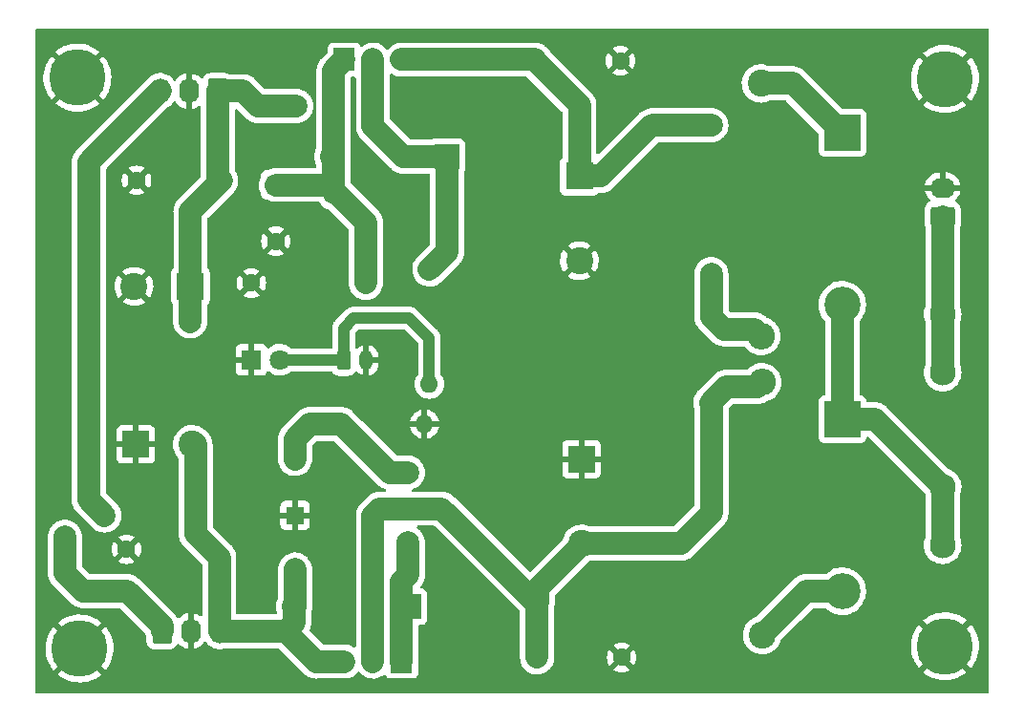
<source format=gbr>
G04 #@! TF.GenerationSoftware,KiCad,Pcbnew,(6.0.4)*
G04 #@! TF.CreationDate,2022-05-03T12:05:26+02:00*
G04 #@! TF.ProjectId,Zasilacz_wzm_sluchawkowy_2x12v,5a617369-6c61-4637-9a5f-777a6d5f736c,rev?*
G04 #@! TF.SameCoordinates,Original*
G04 #@! TF.FileFunction,Copper,L2,Bot*
G04 #@! TF.FilePolarity,Positive*
%FSLAX46Y46*%
G04 Gerber Fmt 4.6, Leading zero omitted, Abs format (unit mm)*
G04 Created by KiCad (PCBNEW (6.0.4)) date 2022-05-03 12:05:26*
%MOMM*%
%LPD*%
G01*
G04 APERTURE LIST*
G04 Aperture macros list*
%AMRoundRect*
0 Rectangle with rounded corners*
0 $1 Rounding radius*
0 $2 $3 $4 $5 $6 $7 $8 $9 X,Y pos of 4 corners*
0 Add a 4 corners polygon primitive as box body*
4,1,4,$2,$3,$4,$5,$6,$7,$8,$9,$2,$3,0*
0 Add four circle primitives for the rounded corners*
1,1,$1+$1,$2,$3*
1,1,$1+$1,$4,$5*
1,1,$1+$1,$6,$7*
1,1,$1+$1,$8,$9*
0 Add four rect primitives between the rounded corners*
20,1,$1+$1,$2,$3,$4,$5,0*
20,1,$1+$1,$4,$5,$6,$7,0*
20,1,$1+$1,$6,$7,$8,$9,0*
20,1,$1+$1,$8,$9,$2,$3,0*%
G04 Aperture macros list end*
G04 #@! TA.AperFunction,ComponentPad*
%ADD10R,2.400000X2.400000*%
G04 #@! TD*
G04 #@! TA.AperFunction,ComponentPad*
%ADD11C,2.400000*%
G04 #@! TD*
G04 #@! TA.AperFunction,ComponentPad*
%ADD12C,1.600000*%
G04 #@! TD*
G04 #@! TA.AperFunction,ComponentPad*
%ADD13O,1.600000X1.600000*%
G04 #@! TD*
G04 #@! TA.AperFunction,ComponentPad*
%ADD14C,2.300000*%
G04 #@! TD*
G04 #@! TA.AperFunction,ComponentPad*
%ADD15R,1.600000X1.600000*%
G04 #@! TD*
G04 #@! TA.AperFunction,ComponentPad*
%ADD16O,2.400000X2.400000*%
G04 #@! TD*
G04 #@! TA.AperFunction,ComponentPad*
%ADD17C,5.000000*%
G04 #@! TD*
G04 #@! TA.AperFunction,ComponentPad*
%ADD18RoundRect,0.250000X0.845000X-0.620000X0.845000X0.620000X-0.845000X0.620000X-0.845000X-0.620000X0*%
G04 #@! TD*
G04 #@! TA.AperFunction,ComponentPad*
%ADD19O,2.190000X1.740000*%
G04 #@! TD*
G04 #@! TA.AperFunction,ComponentPad*
%ADD20RoundRect,0.250000X-0.620000X-0.845000X0.620000X-0.845000X0.620000X0.845000X-0.620000X0.845000X0*%
G04 #@! TD*
G04 #@! TA.AperFunction,ComponentPad*
%ADD21O,1.740000X2.190000*%
G04 #@! TD*
G04 #@! TA.AperFunction,ComponentPad*
%ADD22R,2.200000X2.200000*%
G04 #@! TD*
G04 #@! TA.AperFunction,ComponentPad*
%ADD23O,2.200000X2.200000*%
G04 #@! TD*
G04 #@! TA.AperFunction,ComponentPad*
%ADD24R,3.200000X3.200000*%
G04 #@! TD*
G04 #@! TA.AperFunction,ComponentPad*
%ADD25O,3.200000X3.200000*%
G04 #@! TD*
G04 #@! TA.AperFunction,ComponentPad*
%ADD26R,1.800000X1.800000*%
G04 #@! TD*
G04 #@! TA.AperFunction,ComponentPad*
%ADD27C,1.800000*%
G04 #@! TD*
G04 #@! TA.AperFunction,ComponentPad*
%ADD28RoundRect,0.250000X-0.350000X-0.625000X0.350000X-0.625000X0.350000X0.625000X-0.350000X0.625000X0*%
G04 #@! TD*
G04 #@! TA.AperFunction,ComponentPad*
%ADD29O,1.200000X1.750000*%
G04 #@! TD*
G04 #@! TA.AperFunction,ComponentPad*
%ADD30R,1.905000X2.000000*%
G04 #@! TD*
G04 #@! TA.AperFunction,ComponentPad*
%ADD31O,1.905000X2.000000*%
G04 #@! TD*
G04 #@! TA.AperFunction,ComponentPad*
%ADD32RoundRect,0.250000X0.620000X0.845000X-0.620000X0.845000X-0.620000X-0.845000X0.620000X-0.845000X0*%
G04 #@! TD*
G04 #@! TA.AperFunction,ViaPad*
%ADD33C,2.000000*%
G04 #@! TD*
G04 #@! TA.AperFunction,Conductor*
%ADD34C,2.000000*%
G04 #@! TD*
G04 #@! TA.AperFunction,Conductor*
%ADD35C,1.000000*%
G04 #@! TD*
G04 APERTURE END LIST*
D10*
G04 #@! TO.P,C7,1*
G04 #@! TO.N,GND*
X128000000Y-98722220D03*
D11*
G04 #@! TO.P,C7,2*
G04 #@! TO.N,Net-(C7-Pad2)*
X128000000Y-106222220D03*
G04 #@! TD*
D12*
G04 #@! TO.P,R4,1*
G04 #@! TO.N,GND*
X98720000Y-83100000D03*
D13*
G04 #@! TO.P,R4,2*
G04 #@! TO.N,Net-(C5-Pad1)*
X108880000Y-83100000D03*
G04 #@! TD*
D12*
G04 #@! TO.P,C3,1*
G04 #@! TO.N,Net-(C3-Pad1)*
X96050000Y-74000000D03*
G04 #@! TO.P,C3,2*
G04 #@! TO.N,GND*
X88550000Y-74000000D03*
G04 #@! TD*
D14*
G04 #@! TO.P,F1,1*
G04 #@! TO.N,Net-(F1-Pad1)*
X160000000Y-85850000D03*
X160000000Y-91050000D03*
G04 #@! TO.P,F1,2*
G04 #@! TO.N,Net-(D1-Pad2)*
X160000000Y-101150000D03*
X160000000Y-106350000D03*
G04 #@! TD*
D15*
G04 #@! TO.P,C5,1*
G04 #@! TO.N,Net-(C5-Pad1)*
X100900000Y-74400000D03*
D12*
G04 #@! TO.P,C5,2*
G04 #@! TO.N,GND*
X100900000Y-79400000D03*
G04 #@! TD*
G04 #@! TO.P,R6,1*
G04 #@! TO.N,Net-(C10-Pad2)*
X102620000Y-108500000D03*
D13*
G04 #@! TO.P,R6,2*
G04 #@! TO.N,Net-(C6-Pad2)*
X112780000Y-108500000D03*
G04 #@! TD*
D12*
G04 #@! TO.P,R2,1*
G04 #@! TO.N,Net-(C5-Pad1)*
X105920000Y-75300000D03*
D13*
G04 #@! TO.P,R2,2*
G04 #@! TO.N,Net-(C3-Pad1)*
X116080000Y-75300000D03*
G04 #@! TD*
D10*
G04 #@! TO.P,C4,1*
G04 #@! TO.N,Net-(C3-Pad1)*
X93323959Y-83400000D03*
D11*
G04 #@! TO.P,C4,2*
G04 #@! TO.N,GND*
X88323959Y-83400000D03*
G04 #@! TD*
G04 #@! TO.P,R7,1*
G04 #@! TO.N,Net-(D5-Pad2)*
X144000000Y-114300000D03*
D16*
G04 #@! TO.P,R7,2*
G04 #@! TO.N,Net-(C7-Pad2)*
X144000000Y-91900000D03*
G04 #@! TD*
D12*
G04 #@! TO.P,C8,1*
G04 #@! TO.N,GND*
X131550000Y-116300000D03*
G04 #@! TO.P,C8,2*
G04 #@! TO.N,Net-(C7-Pad2)*
X124050000Y-116300000D03*
G04 #@! TD*
D17*
G04 #@! TO.P,REF\u002A\u002A,1*
G04 #@! TO.N,GND*
X83500000Y-115500000D03*
G04 #@! TD*
D15*
G04 #@! TO.P,C6,1*
G04 #@! TO.N,GND*
X102600000Y-103700000D03*
D12*
G04 #@! TO.P,C6,2*
G04 #@! TO.N,Net-(C6-Pad2)*
X102600000Y-98700000D03*
G04 #@! TD*
G04 #@! TO.P,R5,1*
G04 #@! TO.N,Net-(C6-Pad2)*
X103920000Y-95600000D03*
D13*
G04 #@! TO.P,R5,2*
G04 #@! TO.N,GND*
X114080000Y-95600000D03*
G04 #@! TD*
D12*
G04 #@! TO.P,R3,1*
G04 #@! TO.N,Net-(C3-Pad1)*
X114500000Y-81900000D03*
D13*
G04 #@! TO.P,R3,2*
G04 #@! TO.N,Net-(D3-Pad2)*
X114500000Y-92060000D03*
G04 #@! TD*
D18*
G04 #@! TO.P,J1,1,Pin_1*
G04 #@! TO.N,Net-(F1-Pad1)*
X160000000Y-77200000D03*
D19*
G04 #@! TO.P,J1,2,Pin_2*
G04 #@! TO.N,GND*
X160000000Y-74660000D03*
G04 #@! TD*
D11*
G04 #@! TO.P,R1,1*
G04 #@! TO.N,Net-(D1-Pad1)*
X143900000Y-65400000D03*
D16*
G04 #@! TO.P,R1,2*
G04 #@! TO.N,Net-(C1-Pad1)*
X143900000Y-87800000D03*
G04 #@! TD*
D20*
G04 #@! TO.P,J3,1,Pin_1*
G04 #@! TO.N,Net-(C3-Pad1)*
X90800000Y-113950000D03*
D21*
G04 #@! TO.P,J3,2,Pin_2*
G04 #@! TO.N,GND*
X93340000Y-113950000D03*
G04 #@! TO.P,J3,3,Pin_3*
G04 #@! TO.N,Net-(C10-Pad2)*
X95880000Y-113950000D03*
G04 #@! TD*
D22*
G04 #@! TO.P,D4,1,K*
G04 #@! TO.N,Net-(C6-Pad2)*
X112680000Y-111800000D03*
D23*
G04 #@! TO.P,D4,2,A*
G04 #@! TO.N,Net-(C10-Pad2)*
X102520000Y-111800000D03*
G04 #@! TD*
D10*
G04 #@! TO.P,C1,1*
G04 #@! TO.N,Net-(C1-Pad1)*
X127800000Y-73622220D03*
D11*
G04 #@! TO.P,C1,2*
G04 #@! TO.N,GND*
X127800000Y-81122220D03*
G04 #@! TD*
D24*
G04 #@! TO.P,D5,1,K*
G04 #@! TO.N,Net-(D1-Pad2)*
X151100000Y-95180000D03*
D25*
G04 #@! TO.P,D5,2,A*
G04 #@! TO.N,Net-(D5-Pad2)*
X151100000Y-110420000D03*
G04 #@! TD*
D22*
G04 #@! TO.P,D2,1,K*
G04 #@! TO.N,Net-(C3-Pad1)*
X116080000Y-71900000D03*
D23*
G04 #@! TO.P,D2,2,A*
G04 #@! TO.N,Net-(C5-Pad1)*
X105920000Y-71900000D03*
G04 #@! TD*
D24*
G04 #@! TO.P,D1,1,K*
G04 #@! TO.N,Net-(D1-Pad1)*
X151100000Y-69780000D03*
D25*
G04 #@! TO.P,D1,2,A*
G04 #@! TO.N,Net-(D1-Pad2)*
X151100000Y-85020000D03*
G04 #@! TD*
D26*
G04 #@! TO.P,D3,1,K*
G04 #@! TO.N,GND*
X98725000Y-89900000D03*
D27*
G04 #@! TO.P,D3,2,A*
G04 #@! TO.N,Net-(D3-Pad2)*
X101265000Y-89900000D03*
G04 #@! TD*
D10*
G04 #@! TO.P,C10,1*
G04 #@! TO.N,GND*
X88476041Y-97400000D03*
D11*
G04 #@! TO.P,C10,2*
G04 #@! TO.N,Net-(C10-Pad2)*
X93476041Y-97400000D03*
G04 #@! TD*
D12*
G04 #@! TO.P,C9,1*
G04 #@! TO.N,GND*
X87650000Y-106700000D03*
G04 #@! TO.P,C9,2*
G04 #@! TO.N,Net-(C10-Pad2)*
X95150000Y-106700000D03*
G04 #@! TD*
D17*
G04 #@! TO.P,REF\u002A\u002A,1*
G04 #@! TO.N,GND*
X83300000Y-64900000D03*
G04 #@! TD*
D12*
G04 #@! TO.P,C2,1*
G04 #@! TO.N,Net-(C1-Pad1)*
X123950000Y-63400000D03*
G04 #@! TO.P,C2,2*
G04 #@! TO.N,GND*
X131450000Y-63400000D03*
G04 #@! TD*
D28*
G04 #@! TO.P,J2,1,Pin_1*
G04 #@! TO.N,Net-(D3-Pad2)*
X106900000Y-89950000D03*
D29*
G04 #@! TO.P,J2,2,Pin_2*
G04 #@! TO.N,GND*
X108900000Y-89950000D03*
G04 #@! TD*
D30*
G04 #@! TO.P,U1,1,ADJ*
G04 #@! TO.N,Net-(C5-Pad1)*
X106960000Y-63300000D03*
D31*
G04 #@! TO.P,U1,2,VO*
G04 #@! TO.N,Net-(C3-Pad1)*
X109500000Y-63300000D03*
G04 #@! TO.P,U1,3,VI*
G04 #@! TO.N,Net-(C1-Pad1)*
X112040000Y-63300000D03*
G04 #@! TD*
D17*
G04 #@! TO.P,REF\u002A\u002A,1*
G04 #@! TO.N,GND*
X160200000Y-65000000D03*
G04 #@! TD*
D32*
G04 #@! TO.P,J4,1,Pin_1*
G04 #@! TO.N,Net-(C3-Pad1)*
X95740000Y-66080000D03*
D21*
G04 #@! TO.P,J4,2,Pin_2*
G04 #@! TO.N,GND*
X93200000Y-66080000D03*
G04 #@! TO.P,J4,3,Pin_3*
G04 #@! TO.N,Net-(C10-Pad2)*
X90660000Y-66080000D03*
G04 #@! TD*
D30*
G04 #@! TO.P,U2,1,ADJ*
G04 #@! TO.N,Net-(C6-Pad2)*
X112040000Y-116655000D03*
D31*
G04 #@! TO.P,U2,2,VI*
G04 #@! TO.N,Net-(C7-Pad2)*
X109500000Y-116655000D03*
G04 #@! TO.P,U2,3,VO*
G04 #@! TO.N,Net-(C10-Pad2)*
X106960000Y-116655000D03*
G04 #@! TD*
D17*
G04 #@! TO.P,REF\u002A\u002A,1*
G04 #@! TO.N,GND*
X160200000Y-115300000D03*
G04 #@! TD*
D33*
G04 #@! TO.N,Net-(C1-Pad1)*
X139500000Y-69100000D03*
X139500000Y-82300000D03*
G04 #@! TO.N,Net-(C3-Pad1)*
X102700000Y-67400000D03*
X93300000Y-86500000D03*
X109500000Y-67400000D03*
X82200000Y-105600000D03*
G04 #@! TO.N,Net-(C6-Pad2)*
X112600000Y-106100000D03*
X112600000Y-99900000D03*
G04 #@! TO.N,Net-(C10-Pad2)*
X85700000Y-103700000D03*
X93800000Y-103700000D03*
G04 #@! TD*
D34*
G04 #@! TO.N,Net-(C7-Pad2)*
X136800000Y-106200000D02*
X136900000Y-106100000D01*
X124100000Y-110200000D02*
X128100000Y-106200000D01*
X128100000Y-106200000D02*
X136800000Y-106200000D01*
X124100000Y-111400000D02*
X124100000Y-110200000D01*
G04 #@! TO.N,Net-(C1-Pad1)*
X123800000Y-63300000D02*
X112040000Y-63300000D01*
X129677780Y-73622220D02*
X127800000Y-73622220D01*
X134200000Y-69200000D02*
X134100000Y-69200000D01*
X134100000Y-69200000D02*
X129677780Y-73622220D01*
X127800000Y-67300000D02*
X123800000Y-63300000D01*
X134300000Y-69100000D02*
X134200000Y-69200000D01*
X139500000Y-69100000D02*
X134300000Y-69100000D01*
X127800000Y-73622220D02*
X127800000Y-67300000D01*
G04 #@! TO.N,Net-(C7-Pad2)*
X115600000Y-103100000D02*
X115200000Y-103100000D01*
X124050000Y-111550000D02*
X115600000Y-103100000D01*
X124050000Y-116300000D02*
X124050000Y-111550000D01*
X109500000Y-103700000D02*
X110100000Y-103100000D01*
X109500000Y-116655000D02*
X109500000Y-103700000D01*
X110100000Y-103100000D02*
X115100000Y-103100000D01*
X140800000Y-92300000D02*
X143600000Y-92300000D01*
X139400000Y-93700000D02*
X140800000Y-92300000D01*
X139500000Y-93800000D02*
X139400000Y-93700000D01*
X139500000Y-103500000D02*
X139500000Y-93800000D01*
X136900000Y-106100000D02*
X139500000Y-103500000D01*
X136700000Y-106100000D02*
X136900000Y-106100000D01*
X143600000Y-92300000D02*
X144000000Y-91900000D01*
G04 #@! TO.N,Net-(C1-Pad1)*
X123850000Y-63300000D02*
X123950000Y-63400000D01*
X112040000Y-63300000D02*
X123850000Y-63300000D01*
X140600000Y-87200000D02*
X139500000Y-86100000D01*
X143900000Y-87800000D02*
X143300000Y-87200000D01*
X143300000Y-87200000D02*
X140600000Y-87200000D01*
G04 #@! TO.N,Net-(C6-Pad2)*
X106700000Y-95600000D02*
X103920000Y-95600000D01*
X111000000Y-99900000D02*
X106700000Y-95600000D01*
X112600000Y-99900000D02*
X111000000Y-99900000D01*
X103920000Y-95600000D02*
X102600000Y-96920000D01*
X102600000Y-96920000D02*
X102600000Y-98700000D01*
G04 #@! TO.N,Net-(C3-Pad1)*
X102700000Y-67400000D02*
X99300000Y-67400000D01*
X99300000Y-67400000D02*
X97980000Y-66080000D01*
X97980000Y-66080000D02*
X95740000Y-66080000D01*
D35*
G04 #@! TO.N,Net-(D3-Pad2)*
X114500000Y-88000000D02*
X114500000Y-92060000D01*
X107800000Y-86200000D02*
X112700000Y-86200000D01*
X112700000Y-86200000D02*
X114500000Y-88000000D01*
X106900000Y-87100000D02*
X107800000Y-86200000D01*
X106900000Y-89950000D02*
X106900000Y-87100000D01*
X106850000Y-89900000D02*
X106900000Y-89950000D01*
X101265000Y-89900000D02*
X106850000Y-89900000D01*
D34*
G04 #@! TO.N,Net-(C1-Pad1)*
X139500000Y-82300000D02*
X139500000Y-86000000D01*
G04 #@! TO.N,Net-(C3-Pad1)*
X109500000Y-67400000D02*
X109500000Y-63300000D01*
X83800000Y-110400000D02*
X87700000Y-110400000D01*
X109500000Y-69200000D02*
X112200000Y-71900000D01*
X93300000Y-83423959D02*
X93323959Y-83400000D01*
X93323959Y-86476041D02*
X93323959Y-76726041D01*
X93300000Y-86500000D02*
X93323959Y-86476041D01*
X116080000Y-80320000D02*
X114500000Y-81900000D01*
X87700000Y-110400000D02*
X90800000Y-113500000D01*
X95740000Y-73690000D02*
X96050000Y-74000000D01*
X82200000Y-105600000D02*
X82200000Y-108800000D01*
X109500000Y-67400000D02*
X109500000Y-69200000D01*
X93300000Y-86500000D02*
X93300000Y-83423959D01*
X95740000Y-66080000D02*
X95740000Y-73690000D01*
X93323959Y-76726041D02*
X96050000Y-74000000D01*
X112200000Y-71900000D02*
X116080000Y-71900000D01*
X116080000Y-71900000D02*
X116080000Y-80320000D01*
X82200000Y-108800000D02*
X83800000Y-110400000D01*
X90800000Y-113500000D02*
X90800000Y-113950000D01*
G04 #@! TO.N,Net-(C5-Pad1)*
X106020000Y-64240000D02*
X106960000Y-63300000D01*
X100900000Y-74400000D02*
X105540000Y-74400000D01*
X108880000Y-83100000D02*
X108880000Y-77740000D01*
X105540000Y-74400000D02*
X106020000Y-74880000D01*
X106020000Y-74880000D02*
X106020000Y-64240000D01*
X108880000Y-77740000D02*
X106020000Y-74880000D01*
G04 #@! TO.N,Net-(C6-Pad2)*
X112600000Y-106100000D02*
X112600000Y-108980000D01*
X112600000Y-108980000D02*
X112040000Y-109540000D01*
X112040000Y-109540000D02*
X112040000Y-116655000D01*
G04 #@! TO.N,Net-(C10-Pad2)*
X93800000Y-105350000D02*
X95150000Y-106700000D01*
X102520000Y-111800000D02*
X102520000Y-113180000D01*
X84300000Y-102300000D02*
X84300000Y-72400000D01*
X104455000Y-116655000D02*
X106960000Y-116655000D01*
X95880000Y-113950000D02*
X101750000Y-113950000D01*
X84300000Y-72400000D02*
X90620000Y-66080000D01*
X102620000Y-111700000D02*
X102520000Y-111800000D01*
X93800000Y-103700000D02*
X93800000Y-105350000D01*
X85700000Y-103700000D02*
X84300000Y-102300000D01*
X101750000Y-113950000D02*
X104455000Y-116655000D01*
X95880000Y-107430000D02*
X95150000Y-106700000D01*
X102520000Y-113180000D02*
X101750000Y-113950000D01*
X93800000Y-103700000D02*
X93776041Y-103676041D01*
X95880000Y-113950000D02*
X95880000Y-107430000D01*
X93776041Y-103676041D02*
X93776041Y-97400000D01*
X90620000Y-66080000D02*
X90660000Y-66080000D01*
X102620000Y-108500000D02*
X102620000Y-111700000D01*
G04 #@! TO.N,Net-(D1-Pad1)*
X146720000Y-65400000D02*
X151100000Y-69780000D01*
X143900000Y-65400000D02*
X146720000Y-65400000D01*
G04 #@! TO.N,Net-(D1-Pad2)*
X160000000Y-106350000D02*
X160000000Y-101150000D01*
X151100000Y-95180000D02*
X154030000Y-95180000D01*
X154030000Y-95180000D02*
X160000000Y-101150000D01*
X151100000Y-85020000D02*
X151100000Y-95180000D01*
G04 #@! TO.N,Net-(D5-Pad2)*
X147880000Y-110420000D02*
X144000000Y-114300000D01*
X151100000Y-110420000D02*
X147880000Y-110420000D01*
G04 #@! TO.N,Net-(F1-Pad1)*
X160000000Y-77200000D02*
X160000000Y-85850000D01*
X160000000Y-91050000D02*
X160000000Y-85850000D01*
G04 #@! TD*
G04 #@! TA.AperFunction,Conductor*
G04 #@! TO.N,GND*
G36*
X164033621Y-60528502D02*
G01*
X164080114Y-60582158D01*
X164091500Y-60634500D01*
X164091500Y-119365500D01*
X164071498Y-119433621D01*
X164017842Y-119480114D01*
X163965500Y-119491500D01*
X79734500Y-119491500D01*
X79666379Y-119471498D01*
X79619886Y-119417842D01*
X79608500Y-119365500D01*
X79608500Y-117801681D01*
X81563860Y-117801681D01*
X81563878Y-117801933D01*
X81569793Y-117810677D01*
X81601111Y-117839174D01*
X81606748Y-117843738D01*
X81882544Y-118041918D01*
X81888682Y-118045813D01*
X82185435Y-118210984D01*
X82191955Y-118214136D01*
X82505738Y-118344109D01*
X82512589Y-118346495D01*
X82839212Y-118439536D01*
X82846301Y-118441120D01*
X83181465Y-118496006D01*
X83188671Y-118496763D01*
X83527926Y-118512762D01*
X83535176Y-118512686D01*
X83874010Y-118489587D01*
X83881219Y-118488676D01*
X84215160Y-118426784D01*
X84222190Y-118425057D01*
X84546819Y-118325187D01*
X84553597Y-118322667D01*
X84864603Y-118186145D01*
X84871043Y-118182864D01*
X85164293Y-118011502D01*
X85170326Y-118007493D01*
X85428828Y-117813405D01*
X85437282Y-117802078D01*
X85430537Y-117789748D01*
X83512810Y-115872020D01*
X83498869Y-115864408D01*
X83497034Y-115864539D01*
X83490420Y-115868790D01*
X81571474Y-117787737D01*
X81563860Y-117801681D01*
X79608500Y-117801681D01*
X79608500Y-115408987D01*
X80488484Y-115408987D01*
X80497374Y-115748505D01*
X80497980Y-115755721D01*
X80545835Y-116091963D01*
X80547269Y-116099074D01*
X80633455Y-116427595D01*
X80635692Y-116434478D01*
X80759064Y-116750914D01*
X80762081Y-116757503D01*
X80921002Y-117057652D01*
X80924761Y-117063860D01*
X81117129Y-117343757D01*
X81121574Y-117349486D01*
X81188743Y-117426484D01*
X81201917Y-117434888D01*
X81211769Y-117429020D01*
X83127980Y-115512810D01*
X83134357Y-115501131D01*
X83864408Y-115501131D01*
X83864539Y-115502966D01*
X83868790Y-115509580D01*
X85786268Y-117427057D01*
X85799622Y-117434349D01*
X85809594Y-117427295D01*
X85916641Y-117299267D01*
X85920957Y-117293456D01*
X86107432Y-117009575D01*
X86111046Y-117003313D01*
X86263658Y-116699882D01*
X86266530Y-116693244D01*
X86383249Y-116374293D01*
X86385345Y-116367351D01*
X86464631Y-116037103D01*
X86465915Y-116029964D01*
X86506816Y-115691973D01*
X86507240Y-115686403D01*
X86513010Y-115502797D01*
X86512937Y-115497204D01*
X86493338Y-115157303D01*
X86492506Y-115150113D01*
X86434113Y-114815529D01*
X86432458Y-114808474D01*
X86335998Y-114482834D01*
X86333540Y-114476006D01*
X86200290Y-114163608D01*
X86197073Y-114157125D01*
X86028788Y-113862089D01*
X86024856Y-113856034D01*
X85823774Y-113582295D01*
X85819166Y-113576726D01*
X85813830Y-113570984D01*
X85800178Y-113562866D01*
X85799570Y-113562887D01*
X85791092Y-113568119D01*
X83872020Y-115487190D01*
X83864408Y-115501131D01*
X83134357Y-115501131D01*
X83135592Y-115498869D01*
X83135461Y-115497034D01*
X83131210Y-115490420D01*
X81212374Y-113571585D01*
X81199581Y-113564599D01*
X81188827Y-113572464D01*
X81028037Y-113777527D01*
X81023902Y-113783476D01*
X80846440Y-114073068D01*
X80843019Y-114079447D01*
X80700016Y-114387522D01*
X80697356Y-114394241D01*
X80590711Y-114716707D01*
X80588834Y-114723711D01*
X80519961Y-115056288D01*
X80518904Y-115063449D01*
X80488712Y-115401735D01*
X80488484Y-115408987D01*
X79608500Y-115408987D01*
X79608500Y-113201048D01*
X81565132Y-113201048D01*
X81571527Y-113212316D01*
X83487190Y-115127980D01*
X83501131Y-115135592D01*
X83502966Y-115135461D01*
X83509580Y-115131210D01*
X85427074Y-113213716D01*
X85434466Y-113200179D01*
X85427679Y-113190479D01*
X85324476Y-113102335D01*
X85318704Y-113097953D01*
X85036796Y-112908519D01*
X85030575Y-112904839D01*
X84728757Y-112749060D01*
X84722146Y-112746116D01*
X84404439Y-112626065D01*
X84397513Y-112623894D01*
X84068112Y-112541155D01*
X84061005Y-112539799D01*
X83724278Y-112495468D01*
X83717036Y-112494937D01*
X83377467Y-112489602D01*
X83370205Y-112489906D01*
X83032256Y-112523638D01*
X83025108Y-112524770D01*
X82693263Y-112597124D01*
X82686285Y-112599072D01*
X82364960Y-112709086D01*
X82358253Y-112711823D01*
X82051707Y-112858039D01*
X82045349Y-112861534D01*
X81757654Y-113042005D01*
X81751731Y-113046214D01*
X81573601Y-113188923D01*
X81565132Y-113201048D01*
X79608500Y-113201048D01*
X79608500Y-105600000D01*
X80686835Y-105600000D01*
X80687223Y-105604930D01*
X80691112Y-105654343D01*
X80691500Y-105664229D01*
X80691500Y-108775984D01*
X80691451Y-108779502D01*
X80688666Y-108879205D01*
X80698743Y-108954723D01*
X80699058Y-108957086D01*
X80699759Y-108963647D01*
X80705250Y-109031892D01*
X80706060Y-109041965D01*
X80707886Y-109049398D01*
X80713897Y-109073870D01*
X80716426Y-109087258D01*
X80720771Y-109119820D01*
X80722232Y-109124661D01*
X80722233Y-109124663D01*
X80743478Y-109195029D01*
X80745219Y-109201390D01*
X80763963Y-109277706D01*
X80765941Y-109282366D01*
X80776801Y-109307951D01*
X80781438Y-109320761D01*
X80790933Y-109352208D01*
X80793151Y-109356756D01*
X80793154Y-109356763D01*
X80825371Y-109422818D01*
X80828107Y-109428820D01*
X80847075Y-109473504D01*
X80858812Y-109501156D01*
X80863433Y-109508494D01*
X80876319Y-109528956D01*
X80882945Y-109540860D01*
X80897346Y-109570388D01*
X80900265Y-109574525D01*
X80900265Y-109574526D01*
X80942641Y-109634597D01*
X80946301Y-109640086D01*
X80957357Y-109657642D01*
X80988167Y-109706567D01*
X80991508Y-109710356D01*
X80991512Y-109710362D01*
X81009898Y-109731217D01*
X81018344Y-109741912D01*
X81037274Y-109768747D01*
X81056909Y-109790250D01*
X81096625Y-109829966D01*
X81102044Y-109835736D01*
X81145350Y-109884858D01*
X81145353Y-109884861D01*
X81148698Y-109888655D01*
X81152606Y-109891865D01*
X81152607Y-109891866D01*
X81180989Y-109915179D01*
X81190108Y-109923449D01*
X82716325Y-111449666D01*
X82718779Y-111452188D01*
X82771629Y-111508075D01*
X82787332Y-111524681D01*
X82823628Y-111552431D01*
X82849757Y-111572408D01*
X82854892Y-111576552D01*
X82905606Y-111619713D01*
X82914720Y-111627470D01*
X82919045Y-111630089D01*
X82919050Y-111630093D01*
X82942824Y-111644491D01*
X82954071Y-111652163D01*
X82980174Y-111672120D01*
X82984632Y-111674510D01*
X82984633Y-111674511D01*
X83049401Y-111709239D01*
X83055126Y-111712504D01*
X83122358Y-111753221D01*
X83127047Y-111755116D01*
X83127054Y-111755119D01*
X83152828Y-111765533D01*
X83165164Y-111771312D01*
X83189649Y-111784440D01*
X83189653Y-111784442D01*
X83194109Y-111786831D01*
X83198891Y-111788478D01*
X83198892Y-111788478D01*
X83268381Y-111812405D01*
X83274551Y-111814711D01*
X83284753Y-111818833D01*
X83342743Y-111842263D01*
X83342746Y-111842264D01*
X83347429Y-111844156D01*
X83374191Y-111850236D01*
X83379471Y-111851436D01*
X83392575Y-111855169D01*
X83423631Y-111865862D01*
X83428611Y-111866722D01*
X83428622Y-111866725D01*
X83501065Y-111879238D01*
X83507533Y-111880530D01*
X83579212Y-111896815D01*
X83579221Y-111896816D01*
X83584145Y-111897935D01*
X83616951Y-111899999D01*
X83630455Y-111901586D01*
X83652683Y-111905425D01*
X83658933Y-111906505D01*
X83658936Y-111906505D01*
X83662836Y-111907179D01*
X83666793Y-111907359D01*
X83666796Y-111907359D01*
X83690506Y-111908436D01*
X83690525Y-111908436D01*
X83691925Y-111908500D01*
X83748108Y-111908500D01*
X83756019Y-111908749D01*
X83826413Y-111913178D01*
X83867993Y-111909101D01*
X83880289Y-111908500D01*
X87022969Y-111908500D01*
X87091090Y-111928502D01*
X87112064Y-111945405D01*
X89268680Y-114102021D01*
X89302706Y-114164333D01*
X89305179Y-114181015D01*
X89306060Y-114191965D01*
X89363963Y-114427706D01*
X89365938Y-114432358D01*
X89365939Y-114432362D01*
X89411484Y-114539659D01*
X89421500Y-114588891D01*
X89421500Y-114845400D01*
X89421837Y-114848646D01*
X89421837Y-114848650D01*
X89429632Y-114923774D01*
X89432474Y-114951166D01*
X89434655Y-114957702D01*
X89434655Y-114957704D01*
X89451560Y-115008375D01*
X89488450Y-115118946D01*
X89581522Y-115269348D01*
X89586704Y-115274521D01*
X89613360Y-115301131D01*
X89706697Y-115394305D01*
X89712927Y-115398145D01*
X89712928Y-115398146D01*
X89850090Y-115482694D01*
X89857262Y-115487115D01*
X89899519Y-115501131D01*
X90018611Y-115540632D01*
X90018613Y-115540632D01*
X90025139Y-115542797D01*
X90031975Y-115543497D01*
X90031978Y-115543498D01*
X90075031Y-115547909D01*
X90129600Y-115553500D01*
X91470400Y-115553500D01*
X91473646Y-115553163D01*
X91473650Y-115553163D01*
X91569308Y-115543238D01*
X91569312Y-115543237D01*
X91576166Y-115542526D01*
X91582702Y-115540345D01*
X91582704Y-115540345D01*
X91732346Y-115490420D01*
X91743946Y-115486550D01*
X91894348Y-115393478D01*
X92019305Y-115268303D01*
X92051280Y-115216431D01*
X92112115Y-115117738D01*
X92114132Y-115118982D01*
X92153537Y-115074225D01*
X92221813Y-115054761D01*
X92289774Y-115075300D01*
X92311989Y-115093785D01*
X92419924Y-115206930D01*
X92427892Y-115213979D01*
X92606952Y-115347203D01*
X92615982Y-115352802D01*
X92814931Y-115453953D01*
X92824792Y-115457956D01*
X93037929Y-115524138D01*
X93048309Y-115526420D01*
X93068043Y-115529036D01*
X93082207Y-115526840D01*
X93086000Y-115513655D01*
X93086000Y-112388373D01*
X93082027Y-112374842D01*
X93071420Y-112373317D01*
X92947812Y-112399252D01*
X92937616Y-112402312D01*
X92730048Y-112484284D01*
X92720511Y-112489018D01*
X92529715Y-112604796D01*
X92521122Y-112611062D01*
X92352557Y-112757335D01*
X92345138Y-112764963D01*
X92328589Y-112785147D01*
X92269930Y-112825141D01*
X92198959Y-112827073D01*
X92138211Y-112790329D01*
X92124538Y-112772403D01*
X92123684Y-112771047D01*
X92117052Y-112759134D01*
X92110703Y-112746116D01*
X92102654Y-112729612D01*
X92057357Y-112665400D01*
X92053699Y-112659914D01*
X92014529Y-112597714D01*
X92014528Y-112597713D01*
X92011833Y-112593433D01*
X92008492Y-112589644D01*
X92008488Y-112589638D01*
X91990102Y-112568783D01*
X91981656Y-112558088D01*
X91973974Y-112547198D01*
X91962726Y-112531253D01*
X91943091Y-112509750D01*
X91903375Y-112470034D01*
X91897956Y-112464264D01*
X91854650Y-112415142D01*
X91854647Y-112415139D01*
X91851302Y-112411345D01*
X91819011Y-112384821D01*
X91809892Y-112376551D01*
X88783675Y-109350334D01*
X88781221Y-109347812D01*
X88716138Y-109278988D01*
X88716135Y-109278986D01*
X88712668Y-109275319D01*
X88650239Y-109227589D01*
X88645108Y-109223448D01*
X88589133Y-109175809D01*
X88589132Y-109175808D01*
X88585280Y-109172530D01*
X88580955Y-109169911D01*
X88580950Y-109169907D01*
X88557176Y-109155509D01*
X88545929Y-109147837D01*
X88519826Y-109127880D01*
X88513827Y-109124663D01*
X88492455Y-109113204D01*
X88450592Y-109090757D01*
X88444868Y-109087493D01*
X88444487Y-109087262D01*
X88377642Y-109046779D01*
X88347181Y-109034472D01*
X88334841Y-109028692D01*
X88310350Y-109015560D01*
X88310351Y-109015560D01*
X88305891Y-109013169D01*
X88301110Y-109011523D01*
X88301106Y-109011521D01*
X88231599Y-108987588D01*
X88225421Y-108985278D01*
X88157266Y-108957742D01*
X88157267Y-108957742D01*
X88152571Y-108955845D01*
X88120539Y-108948568D01*
X88107441Y-108944837D01*
X88076369Y-108934138D01*
X87998900Y-108920757D01*
X87992496Y-108919477D01*
X87915856Y-108902065D01*
X87883047Y-108900001D01*
X87869547Y-108898415D01*
X87837164Y-108892821D01*
X87833207Y-108892641D01*
X87833204Y-108892641D01*
X87809494Y-108891564D01*
X87809475Y-108891564D01*
X87808075Y-108891500D01*
X87751892Y-108891500D01*
X87743980Y-108891251D01*
X87738386Y-108890899D01*
X87673587Y-108886822D01*
X87634545Y-108890650D01*
X87632008Y-108890899D01*
X87619712Y-108891500D01*
X84477031Y-108891500D01*
X84408910Y-108871498D01*
X84387936Y-108854595D01*
X83745405Y-108212064D01*
X83711379Y-108149752D01*
X83708500Y-108122969D01*
X83708500Y-107786062D01*
X86928493Y-107786062D01*
X86937789Y-107798077D01*
X86988994Y-107833931D01*
X86998489Y-107839414D01*
X87195947Y-107931490D01*
X87206239Y-107935236D01*
X87416688Y-107991625D01*
X87427481Y-107993528D01*
X87644525Y-108012517D01*
X87655475Y-108012517D01*
X87872519Y-107993528D01*
X87883312Y-107991625D01*
X88093761Y-107935236D01*
X88104053Y-107931490D01*
X88301511Y-107839414D01*
X88311006Y-107833931D01*
X88363048Y-107797491D01*
X88371424Y-107787012D01*
X88364356Y-107773566D01*
X87662812Y-107072022D01*
X87648868Y-107064408D01*
X87647035Y-107064539D01*
X87640420Y-107068790D01*
X86934923Y-107774287D01*
X86928493Y-107786062D01*
X83708500Y-107786062D01*
X83708500Y-106705475D01*
X86337483Y-106705475D01*
X86356472Y-106922519D01*
X86358375Y-106933312D01*
X86414764Y-107143761D01*
X86418510Y-107154053D01*
X86510586Y-107351511D01*
X86516069Y-107361006D01*
X86552509Y-107413048D01*
X86562988Y-107421424D01*
X86576434Y-107414356D01*
X87277978Y-106712812D01*
X87284356Y-106701132D01*
X88014408Y-106701132D01*
X88014539Y-106702965D01*
X88018790Y-106709580D01*
X88724287Y-107415077D01*
X88736062Y-107421507D01*
X88748077Y-107412211D01*
X88783931Y-107361006D01*
X88789414Y-107351511D01*
X88881490Y-107154053D01*
X88885236Y-107143761D01*
X88941625Y-106933312D01*
X88943528Y-106922519D01*
X88962517Y-106705475D01*
X88962517Y-106694525D01*
X88943528Y-106477481D01*
X88941625Y-106466688D01*
X88885236Y-106256239D01*
X88881490Y-106245947D01*
X88789414Y-106048489D01*
X88783931Y-106038994D01*
X88747491Y-105986952D01*
X88737012Y-105978576D01*
X88723566Y-105985644D01*
X88022022Y-106687188D01*
X88014408Y-106701132D01*
X87284356Y-106701132D01*
X87285592Y-106698868D01*
X87285461Y-106697035D01*
X87281210Y-106690420D01*
X86575713Y-105984923D01*
X86563938Y-105978493D01*
X86551923Y-105987789D01*
X86516069Y-106038994D01*
X86510586Y-106048489D01*
X86418510Y-106245947D01*
X86414764Y-106256239D01*
X86358375Y-106466688D01*
X86356472Y-106477481D01*
X86337483Y-106694525D01*
X86337483Y-106705475D01*
X83708500Y-106705475D01*
X83708500Y-105664229D01*
X83708888Y-105654343D01*
X83712143Y-105612988D01*
X86928576Y-105612988D01*
X86935644Y-105626434D01*
X87637188Y-106327978D01*
X87651132Y-106335592D01*
X87652965Y-106335461D01*
X87659580Y-106331210D01*
X88365077Y-105625713D01*
X88371507Y-105613938D01*
X88362211Y-105601923D01*
X88311006Y-105566069D01*
X88301511Y-105560586D01*
X88104053Y-105468510D01*
X88093761Y-105464764D01*
X87883312Y-105408375D01*
X87872519Y-105406472D01*
X87655475Y-105387483D01*
X87644525Y-105387483D01*
X87427481Y-105406472D01*
X87416688Y-105408375D01*
X87206239Y-105464764D01*
X87195947Y-105468510D01*
X86998489Y-105560586D01*
X86988994Y-105566069D01*
X86936952Y-105602509D01*
X86928576Y-105612988D01*
X83712143Y-105612988D01*
X83712777Y-105604930D01*
X83713165Y-105600000D01*
X83708623Y-105542289D01*
X83708500Y-105540213D01*
X83708500Y-105538999D01*
X83706419Y-105513132D01*
X83702281Y-105461702D01*
X83702263Y-105461483D01*
X83694720Y-105365640D01*
X83694535Y-105363289D01*
X83694276Y-105362210D01*
X83693940Y-105358035D01*
X83664411Y-105237815D01*
X83639105Y-105132406D01*
X83638078Y-105129926D01*
X83637659Y-105128457D01*
X83637244Y-105127209D01*
X83636037Y-105122294D01*
X83630364Y-105108928D01*
X83610508Y-105062153D01*
X83589872Y-105013536D01*
X83589529Y-105012720D01*
X83548240Y-104913037D01*
X83545866Y-104909163D01*
X83543734Y-104904592D01*
X83543169Y-104903512D01*
X83541188Y-104898844D01*
X83480345Y-104802227D01*
X83479592Y-104801014D01*
X83469227Y-104784099D01*
X83424176Y-104710584D01*
X83420958Y-104706816D01*
X83418178Y-104702990D01*
X83415350Y-104698813D01*
X83414533Y-104697721D01*
X83411833Y-104693433D01*
X83344982Y-104617604D01*
X83338650Y-104610422D01*
X83337354Y-104608928D01*
X83273177Y-104533787D01*
X83273175Y-104533785D01*
X83269969Y-104530031D01*
X83266212Y-104526822D01*
X83262707Y-104523317D01*
X83262788Y-104523236D01*
X83255198Y-104515764D01*
X83251302Y-104511345D01*
X83168328Y-104443189D01*
X83166474Y-104441637D01*
X83093179Y-104379038D01*
X83089416Y-104375824D01*
X83084621Y-104372886D01*
X83070486Y-104362821D01*
X83067636Y-104360480D01*
X83067628Y-104360475D01*
X83063722Y-104357266D01*
X82973563Y-104304792D01*
X82971168Y-104303361D01*
X82886963Y-104251760D01*
X82882391Y-104249866D01*
X82879126Y-104248514D01*
X82863964Y-104241004D01*
X82853922Y-104235159D01*
X82759399Y-104198875D01*
X82756352Y-104197659D01*
X82672171Y-104162791D01*
X82667594Y-104160895D01*
X82656568Y-104158248D01*
X82640826Y-104153360D01*
X82632018Y-104149979D01*
X82632020Y-104149979D01*
X82627298Y-104148167D01*
X82592302Y-104140856D01*
X82531171Y-104128085D01*
X82527524Y-104127267D01*
X82441518Y-104106619D01*
X82441517Y-104106619D01*
X82436711Y-104105465D01*
X82422560Y-104104351D01*
X82406685Y-104102078D01*
X82394632Y-104099560D01*
X82394626Y-104099559D01*
X82389680Y-104098526D01*
X82384630Y-104098297D01*
X82384625Y-104098296D01*
X82328807Y-104095762D01*
X82294529Y-104094205D01*
X82290392Y-104093949D01*
X82200000Y-104086835D01*
X82195069Y-104087223D01*
X82195065Y-104087223D01*
X82182988Y-104088173D01*
X82167396Y-104088431D01*
X82152241Y-104087743D01*
X82152234Y-104087743D01*
X82147183Y-104087514D01*
X82142163Y-104088095D01*
X82142157Y-104088095D01*
X82055496Y-104098122D01*
X82050902Y-104098569D01*
X81968214Y-104105077D01*
X81968209Y-104105078D01*
X81963289Y-104105465D01*
X81947139Y-104109342D01*
X81943928Y-104110113D01*
X81928998Y-104112759D01*
X81911063Y-104114834D01*
X81911060Y-104114835D01*
X81906044Y-104115415D01*
X81864159Y-104127267D01*
X81820025Y-104139755D01*
X81815134Y-104141033D01*
X81808212Y-104142695D01*
X81732406Y-104160895D01*
X81711366Y-104169610D01*
X81697468Y-104174436D01*
X81672468Y-104181510D01*
X81667887Y-104183646D01*
X81667882Y-104183648D01*
X81594113Y-104218047D01*
X81589082Y-104220261D01*
X81517609Y-104249866D01*
X81517607Y-104249867D01*
X81513037Y-104251760D01*
X81491200Y-104265142D01*
X81478616Y-104271904D01*
X81452464Y-104284099D01*
X81448283Y-104286941D01*
X81448275Y-104286945D01*
X81383347Y-104331070D01*
X81378368Y-104334285D01*
X81310584Y-104375824D01*
X81306821Y-104379038D01*
X81288930Y-104394318D01*
X81277924Y-104402717D01*
X81251693Y-104420544D01*
X81248015Y-104424023D01*
X81248014Y-104424023D01*
X81193107Y-104475946D01*
X81188364Y-104480209D01*
X81133793Y-104526817D01*
X81133786Y-104526824D01*
X81130031Y-104530031D01*
X81111704Y-104551490D01*
X81109688Y-104553850D01*
X81100461Y-104563556D01*
X81075319Y-104587332D01*
X81072241Y-104591358D01*
X81072240Y-104591359D01*
X81028100Y-104649092D01*
X81023815Y-104654394D01*
X80975824Y-104710584D01*
X80973242Y-104714798D01*
X80973238Y-104714803D01*
X80957969Y-104739720D01*
X80950633Y-104750414D01*
X80948160Y-104753649D01*
X80933226Y-104773182D01*
X80927880Y-104780174D01*
X80925494Y-104784624D01*
X80925492Y-104784627D01*
X80892504Y-104846151D01*
X80888891Y-104852446D01*
X80851760Y-104913037D01*
X80837587Y-104947253D01*
X80832237Y-104958547D01*
X80813169Y-104994109D01*
X80789728Y-105062188D01*
X80787021Y-105069333D01*
X80760895Y-105132406D01*
X80751585Y-105171182D01*
X80748208Y-105182767D01*
X80735786Y-105218842D01*
X80735783Y-105218853D01*
X80734138Y-105223631D01*
X80722374Y-105291739D01*
X80720738Y-105299673D01*
X80706620Y-105358476D01*
X80706619Y-105358482D01*
X80705465Y-105363289D01*
X80705077Y-105368224D01*
X80702113Y-105405881D01*
X80700663Y-105417435D01*
X80692821Y-105462836D01*
X80691500Y-105491925D01*
X80691500Y-105535771D01*
X80691112Y-105545657D01*
X80686835Y-105600000D01*
X79608500Y-105600000D01*
X79608500Y-72426413D01*
X82786822Y-72426413D01*
X82787316Y-72431448D01*
X82790899Y-72467992D01*
X82791500Y-72480288D01*
X82791500Y-102275984D01*
X82791451Y-102279502D01*
X82788666Y-102379205D01*
X82792791Y-102410116D01*
X82799058Y-102457086D01*
X82799758Y-102463639D01*
X82806060Y-102541965D01*
X82813897Y-102573870D01*
X82816426Y-102587258D01*
X82820771Y-102619820D01*
X82822232Y-102624661D01*
X82822233Y-102624663D01*
X82843478Y-102695029D01*
X82845219Y-102701390D01*
X82863963Y-102777706D01*
X82865941Y-102782366D01*
X82876801Y-102807951D01*
X82881438Y-102820761D01*
X82890933Y-102852208D01*
X82893151Y-102856756D01*
X82893154Y-102856763D01*
X82925371Y-102922818D01*
X82928107Y-102928820D01*
X82936843Y-102949401D01*
X82958812Y-103001156D01*
X82966294Y-103013037D01*
X82976319Y-103028956D01*
X82982945Y-103040860D01*
X82997346Y-103070388D01*
X83000265Y-103074525D01*
X83000265Y-103074526D01*
X83042641Y-103134597D01*
X83046301Y-103140086D01*
X83085471Y-103202286D01*
X83088167Y-103206567D01*
X83091508Y-103210356D01*
X83091512Y-103210362D01*
X83109898Y-103231217D01*
X83118344Y-103241912D01*
X83137274Y-103268747D01*
X83156909Y-103290250D01*
X83196625Y-103329966D01*
X83202044Y-103335736D01*
X83245350Y-103384858D01*
X83245353Y-103384861D01*
X83248698Y-103388655D01*
X83252606Y-103391865D01*
X83252607Y-103391866D01*
X83280989Y-103415179D01*
X83290108Y-103423449D01*
X84587915Y-104721256D01*
X84594620Y-104728509D01*
X84630031Y-104769969D01*
X84667912Y-104802322D01*
X84674033Y-104807550D01*
X84675603Y-104808944D01*
X84676464Y-104809805D01*
X84678390Y-104811444D01*
X84678392Y-104811446D01*
X84719170Y-104846151D01*
X84735634Y-104860163D01*
X84810584Y-104924176D01*
X84811533Y-104924757D01*
X84814720Y-104927470D01*
X84819050Y-104930093D01*
X84819062Y-104930101D01*
X84920244Y-104991380D01*
X84920806Y-104991722D01*
X85008811Y-105045651D01*
X85008818Y-105045654D01*
X85013037Y-105048240D01*
X85015520Y-105049269D01*
X85016861Y-105050015D01*
X85018033Y-105050602D01*
X85022358Y-105053221D01*
X85131836Y-105097453D01*
X85132710Y-105097810D01*
X85232406Y-105139105D01*
X85236821Y-105140165D01*
X85241578Y-105141896D01*
X85242736Y-105142259D01*
X85247429Y-105144155D01*
X85252360Y-105145275D01*
X85252359Y-105145275D01*
X85358674Y-105169429D01*
X85360173Y-105169779D01*
X85458476Y-105193380D01*
X85458482Y-105193381D01*
X85463289Y-105194535D01*
X85468220Y-105194923D01*
X85472887Y-105195662D01*
X85477867Y-105196621D01*
X85479217Y-105196816D01*
X85484144Y-105197935D01*
X85489187Y-105198252D01*
X85489192Y-105198253D01*
X85539778Y-105201435D01*
X85594564Y-105204882D01*
X85596484Y-105205018D01*
X85695058Y-105212777D01*
X85695070Y-105212777D01*
X85700000Y-105213165D01*
X85704932Y-105212777D01*
X85709882Y-105212777D01*
X85709882Y-105212892D01*
X85720534Y-105212809D01*
X85721357Y-105212861D01*
X85721370Y-105212861D01*
X85726413Y-105213178D01*
X85833319Y-105202696D01*
X85835697Y-105202485D01*
X85927703Y-105195244D01*
X85931782Y-105194923D01*
X85931783Y-105194923D01*
X85936711Y-105194535D01*
X85942189Y-105193220D01*
X85959280Y-105190344D01*
X85968002Y-105189489D01*
X85993444Y-105182767D01*
X86068824Y-105162851D01*
X86071596Y-105162152D01*
X86162785Y-105140260D01*
X86162791Y-105140258D01*
X86167594Y-105139105D01*
X86172164Y-105137212D01*
X86172167Y-105137211D01*
X86175423Y-105135862D01*
X86191459Y-105130450D01*
X86202696Y-105127481D01*
X86244367Y-105108928D01*
X86295179Y-105086305D01*
X86298210Y-105085003D01*
X86382388Y-105050135D01*
X86386963Y-105048240D01*
X86392371Y-105044926D01*
X86396639Y-105042311D01*
X86411221Y-105034639D01*
X86419836Y-105030803D01*
X86424456Y-105028746D01*
X86506660Y-104974953D01*
X86509721Y-104973014D01*
X86589416Y-104924176D01*
X86593179Y-104920962D01*
X86593183Y-104920959D01*
X86600213Y-104914954D01*
X86613053Y-104905331D01*
X86623339Y-104898600D01*
X86623341Y-104898599D01*
X86627578Y-104895826D01*
X86697925Y-104831591D01*
X86701048Y-104828834D01*
X86766208Y-104773182D01*
X86766213Y-104773177D01*
X86769969Y-104769969D01*
X86781053Y-104756992D01*
X86791884Y-104745795D01*
X86806836Y-104732142D01*
X86864169Y-104659804D01*
X86867103Y-104656239D01*
X86920963Y-104593178D01*
X86920964Y-104593177D01*
X86924176Y-104589416D01*
X86934579Y-104572440D01*
X86943266Y-104560010D01*
X86954471Y-104545873D01*
X86954473Y-104545870D01*
X86957618Y-104541902D01*
X87001238Y-104463853D01*
X87003760Y-104459547D01*
X87014736Y-104441637D01*
X87048240Y-104386963D01*
X87050133Y-104382393D01*
X87050137Y-104382385D01*
X87056954Y-104365926D01*
X87063375Y-104352672D01*
X87073578Y-104334417D01*
X87073580Y-104334412D01*
X87076045Y-104330002D01*
X87105612Y-104248766D01*
X87107594Y-104243669D01*
X87139105Y-104167594D01*
X87145083Y-104142695D01*
X87149199Y-104129016D01*
X87157341Y-104106645D01*
X87159070Y-104101895D01*
X87174727Y-104019815D01*
X87175975Y-104014020D01*
X87193380Y-103941526D01*
X87193382Y-103941514D01*
X87194535Y-103936711D01*
X87196769Y-103908330D01*
X87198609Y-103894621D01*
X87204556Y-103863447D01*
X87206808Y-103782834D01*
X87207147Y-103776467D01*
X87212777Y-103704930D01*
X87213165Y-103700000D01*
X87212777Y-103695070D01*
X87212777Y-103695060D01*
X87210708Y-103668774D01*
X87210368Y-103655368D01*
X87210413Y-103653789D01*
X87211334Y-103620795D01*
X87201051Y-103543729D01*
X87200332Y-103536952D01*
X87195346Y-103473588D01*
X87194535Y-103463289D01*
X87187641Y-103434576D01*
X87186558Y-103430063D01*
X87184183Y-103417311D01*
X87182876Y-103407518D01*
X87179229Y-103380180D01*
X87157588Y-103308501D01*
X87155697Y-103301514D01*
X87140262Y-103237225D01*
X87139105Y-103232406D01*
X87124938Y-103198204D01*
X87120723Y-103186400D01*
X87110528Y-103152631D01*
X87110528Y-103152630D01*
X87109067Y-103147792D01*
X87077518Y-103083106D01*
X87074357Y-103076089D01*
X87050135Y-103017612D01*
X87048240Y-103013037D01*
X87045658Y-103008823D01*
X87045652Y-103008812D01*
X87027407Y-102979040D01*
X87021591Y-102968439D01*
X87004875Y-102934166D01*
X87002654Y-102929612D01*
X86962820Y-102873144D01*
X86958369Y-102866382D01*
X86924176Y-102810584D01*
X86913128Y-102797648D01*
X86896437Y-102778105D01*
X86889290Y-102768908D01*
X86865010Y-102734490D01*
X86865006Y-102734485D01*
X86862726Y-102731253D01*
X86843091Y-102709750D01*
X86812085Y-102678744D01*
X86805380Y-102671491D01*
X86769969Y-102630031D01*
X86728509Y-102594620D01*
X86721256Y-102587915D01*
X85845405Y-101712064D01*
X85811379Y-101649752D01*
X85808500Y-101622969D01*
X85808500Y-98644669D01*
X86768042Y-98644669D01*
X86768412Y-98651490D01*
X86773936Y-98702352D01*
X86777562Y-98717604D01*
X86822717Y-98838054D01*
X86831255Y-98853649D01*
X86907756Y-98955724D01*
X86920317Y-98968285D01*
X87022392Y-99044786D01*
X87037987Y-99053324D01*
X87158435Y-99098478D01*
X87173690Y-99102105D01*
X87224555Y-99107631D01*
X87231369Y-99108000D01*
X88203926Y-99108000D01*
X88219165Y-99103525D01*
X88220370Y-99102135D01*
X88222041Y-99094452D01*
X88222041Y-99089884D01*
X88730041Y-99089884D01*
X88734516Y-99105123D01*
X88735906Y-99106328D01*
X88743589Y-99107999D01*
X89720710Y-99107999D01*
X89727531Y-99107629D01*
X89778393Y-99102105D01*
X89793645Y-99098479D01*
X89914095Y-99053324D01*
X89929690Y-99044786D01*
X90031765Y-98968285D01*
X90044326Y-98955724D01*
X90120827Y-98853649D01*
X90129365Y-98838054D01*
X90174519Y-98717606D01*
X90178146Y-98702351D01*
X90183672Y-98651486D01*
X90184041Y-98644672D01*
X90184041Y-97672115D01*
X90179566Y-97656876D01*
X90178176Y-97655671D01*
X90170493Y-97654000D01*
X88748156Y-97654000D01*
X88732917Y-97658475D01*
X88731712Y-97659865D01*
X88730041Y-97667548D01*
X88730041Y-99089884D01*
X88222041Y-99089884D01*
X88222041Y-97672115D01*
X88217566Y-97656876D01*
X88216176Y-97655671D01*
X88208493Y-97654000D01*
X86786157Y-97654000D01*
X86770918Y-97658475D01*
X86769713Y-97659865D01*
X86768042Y-97667548D01*
X86768042Y-98644669D01*
X85808500Y-98644669D01*
X85808500Y-97355151D01*
X91763337Y-97355151D01*
X91775521Y-97608798D01*
X91825062Y-97857857D01*
X91826641Y-97862255D01*
X91826643Y-97862262D01*
X91909289Y-98092449D01*
X91910872Y-98096858D01*
X92031066Y-98320551D01*
X92033861Y-98324294D01*
X92033863Y-98324297D01*
X92180211Y-98520280D01*
X92183004Y-98524020D01*
X92186310Y-98527298D01*
X92186322Y-98527311D01*
X92230246Y-98570852D01*
X92264543Y-98633015D01*
X92267541Y-98660336D01*
X92267541Y-103652025D01*
X92267492Y-103655543D01*
X92265654Y-103721359D01*
X92264707Y-103755246D01*
X92269676Y-103792482D01*
X92275099Y-103833127D01*
X92275800Y-103839688D01*
X92280219Y-103894610D01*
X92282101Y-103918006D01*
X92283307Y-103922914D01*
X92283307Y-103922917D01*
X92287863Y-103941465D01*
X92291500Y-103971520D01*
X92291500Y-105325984D01*
X92291451Y-105329502D01*
X92288832Y-105423277D01*
X92288666Y-105429205D01*
X92297224Y-105493339D01*
X92299058Y-105507086D01*
X92299758Y-105513635D01*
X92306060Y-105591965D01*
X92313897Y-105623870D01*
X92316426Y-105637258D01*
X92320771Y-105669820D01*
X92322232Y-105674661D01*
X92322233Y-105674663D01*
X92343478Y-105745029D01*
X92345219Y-105751390D01*
X92363963Y-105827706D01*
X92365941Y-105832366D01*
X92376801Y-105857951D01*
X92381438Y-105870761D01*
X92390933Y-105902208D01*
X92393151Y-105906756D01*
X92393154Y-105906763D01*
X92425371Y-105972818D01*
X92428107Y-105978820D01*
X92433670Y-105991925D01*
X92458812Y-106051156D01*
X92461504Y-106055430D01*
X92476319Y-106078956D01*
X92482945Y-106090860D01*
X92497346Y-106120388D01*
X92500265Y-106124525D01*
X92500265Y-106124526D01*
X92542641Y-106184597D01*
X92546301Y-106190086D01*
X92588167Y-106256567D01*
X92591508Y-106260356D01*
X92591512Y-106260362D01*
X92609898Y-106281217D01*
X92618344Y-106291912D01*
X92637274Y-106318747D01*
X92639944Y-106321671D01*
X92654977Y-106338134D01*
X92656909Y-106340250D01*
X92696625Y-106379966D01*
X92702044Y-106385736D01*
X92745350Y-106434858D01*
X92745353Y-106434861D01*
X92748698Y-106438655D01*
X92752612Y-106441870D01*
X92752613Y-106441871D01*
X92780987Y-106465178D01*
X92790107Y-106473448D01*
X94126463Y-107809805D01*
X94126468Y-107809809D01*
X94334595Y-108017936D01*
X94368621Y-108080248D01*
X94371500Y-108107031D01*
X94371500Y-112524055D01*
X94351498Y-112592176D01*
X94297842Y-112638669D01*
X94227568Y-112648773D01*
X94170288Y-112625145D01*
X94073048Y-112552797D01*
X94064018Y-112547198D01*
X93865069Y-112446047D01*
X93855208Y-112442044D01*
X93642071Y-112375862D01*
X93631691Y-112373580D01*
X93611957Y-112370964D01*
X93597793Y-112373160D01*
X93594000Y-112386345D01*
X93594000Y-115511627D01*
X93597973Y-115525158D01*
X93608580Y-115526683D01*
X93732188Y-115500748D01*
X93742384Y-115497688D01*
X93949952Y-115415716D01*
X93959489Y-115410982D01*
X94150285Y-115295204D01*
X94158878Y-115288938D01*
X94327441Y-115142667D01*
X94334861Y-115135036D01*
X94476368Y-114962458D01*
X94482392Y-114953692D01*
X94499885Y-114922961D01*
X94550967Y-114873655D01*
X94620597Y-114859793D01*
X94686668Y-114885776D01*
X94700932Y-114898718D01*
X94709306Y-114907573D01*
X94722271Y-114923770D01*
X94801798Y-115041896D01*
X94805477Y-115045753D01*
X94805479Y-115045755D01*
X94832638Y-115074225D01*
X94963276Y-115211168D01*
X95150965Y-115350813D01*
X95155716Y-115353229D01*
X95155720Y-115353231D01*
X95354744Y-115454420D01*
X95359500Y-115456838D01*
X95582917Y-115526210D01*
X95588204Y-115526911D01*
X95588205Y-115526911D01*
X95809545Y-115556248D01*
X95809549Y-115556248D01*
X95814829Y-115556948D01*
X95820158Y-115556748D01*
X95820160Y-115556748D01*
X95931716Y-115552560D01*
X96048604Y-115548172D01*
X96151019Y-115526683D01*
X96272332Y-115501229D01*
X96272335Y-115501228D01*
X96277559Y-115500132D01*
X96360674Y-115467308D01*
X96406956Y-115458500D01*
X101072969Y-115458500D01*
X101141090Y-115478502D01*
X101162064Y-115495405D01*
X103371325Y-117704666D01*
X103373779Y-117707188D01*
X103435745Y-117772715D01*
X103442332Y-117779681D01*
X103487623Y-117814308D01*
X103504757Y-117827408D01*
X103509892Y-117831552D01*
X103569720Y-117882470D01*
X103574045Y-117885089D01*
X103574050Y-117885093D01*
X103597824Y-117899491D01*
X103609071Y-117907163D01*
X103635174Y-117927120D01*
X103639632Y-117929510D01*
X103639633Y-117929511D01*
X103704401Y-117964239D01*
X103710126Y-117967504D01*
X103777358Y-118008221D01*
X103782047Y-118010116D01*
X103782054Y-118010119D01*
X103807828Y-118020533D01*
X103820164Y-118026312D01*
X103844649Y-118039440D01*
X103844653Y-118039442D01*
X103849109Y-118041831D01*
X103853891Y-118043478D01*
X103853892Y-118043478D01*
X103923381Y-118067405D01*
X103929551Y-118069711D01*
X103965461Y-118084220D01*
X103997743Y-118097263D01*
X103997746Y-118097264D01*
X104002429Y-118099156D01*
X104028230Y-118105018D01*
X104034471Y-118106436D01*
X104047575Y-118110169D01*
X104078631Y-118120862D01*
X104083611Y-118121722D01*
X104083622Y-118121725D01*
X104156065Y-118134238D01*
X104162533Y-118135530D01*
X104234212Y-118151815D01*
X104234221Y-118151816D01*
X104239145Y-118152935D01*
X104271951Y-118154999D01*
X104285455Y-118156586D01*
X104307683Y-118160425D01*
X104313933Y-118161505D01*
X104313936Y-118161505D01*
X104317836Y-118162179D01*
X104321793Y-118162359D01*
X104321796Y-118162359D01*
X104345506Y-118163436D01*
X104345525Y-118163436D01*
X104346925Y-118163500D01*
X104403108Y-118163500D01*
X104411019Y-118163749D01*
X104481413Y-118168178D01*
X104522453Y-118164154D01*
X104522994Y-118164101D01*
X104535289Y-118163500D01*
X106943926Y-118163500D01*
X106945465Y-118163509D01*
X107057093Y-118164873D01*
X107057095Y-118164873D01*
X107062263Y-118164936D01*
X107067372Y-118164154D01*
X107067375Y-118164154D01*
X107087364Y-118161095D01*
X107123355Y-118155587D01*
X107132291Y-118154546D01*
X107160794Y-118152253D01*
X107196923Y-118149346D01*
X107196927Y-118149345D01*
X107201965Y-118148940D01*
X107254650Y-118135999D01*
X107265607Y-118133820D01*
X107299744Y-118128596D01*
X107310174Y-118125187D01*
X107340462Y-118115288D01*
X107349551Y-118112690D01*
X107432792Y-118092244D01*
X107437706Y-118091037D01*
X107442358Y-118089062D01*
X107442362Y-118089061D01*
X107493380Y-118067405D01*
X107509920Y-118060384D01*
X107519985Y-118056611D01*
X107528101Y-118053958D01*
X107532687Y-118051571D01*
X107532691Y-118051569D01*
X107537146Y-118049250D01*
X107546094Y-118045029D01*
X107609155Y-118018261D01*
X107661156Y-117996188D01*
X107767037Y-117929511D01*
X107862288Y-117869528D01*
X107862291Y-117869526D01*
X107866567Y-117866833D01*
X107941876Y-117800440D01*
X108044858Y-117709650D01*
X108044861Y-117709647D01*
X108048655Y-117706302D01*
X108121156Y-117618038D01*
X108131750Y-117605140D01*
X108190445Y-117565197D01*
X108261417Y-117563327D01*
X108323629Y-117601791D01*
X108330573Y-117609667D01*
X108445350Y-117739858D01*
X108445353Y-117739861D01*
X108448698Y-117743655D01*
X108452606Y-117746865D01*
X108452607Y-117746866D01*
X108629294Y-117891997D01*
X108636278Y-117897734D01*
X108655448Y-117908891D01*
X108836276Y-118014136D01*
X108846078Y-118019841D01*
X108850801Y-118021654D01*
X109067972Y-118105018D01*
X109067979Y-118105020D01*
X109072702Y-118106833D01*
X109077660Y-118107869D01*
X109077661Y-118107869D01*
X109081960Y-118108767D01*
X109103418Y-118113250D01*
X109119708Y-118117813D01*
X109125515Y-118119870D01*
X109188780Y-118131140D01*
X109192432Y-118131846D01*
X109310320Y-118156474D01*
X109315371Y-118156703D01*
X109315376Y-118156704D01*
X109324110Y-118157100D01*
X109329840Y-118157360D01*
X109346209Y-118159182D01*
X109362037Y-118162001D01*
X109390560Y-118162350D01*
X109455726Y-118163146D01*
X109459901Y-118163267D01*
X109547762Y-118167257D01*
X109547769Y-118167257D01*
X109552817Y-118167486D01*
X109569491Y-118165557D01*
X109585507Y-118164731D01*
X109592214Y-118164813D01*
X109597094Y-118164873D01*
X109597096Y-118164873D01*
X109602263Y-118164936D01*
X109684962Y-118152282D01*
X109689517Y-118151669D01*
X109793956Y-118139585D01*
X109817095Y-118133037D01*
X109832331Y-118129730D01*
X109839744Y-118128596D01*
X109882202Y-118114719D01*
X109886993Y-118113258D01*
X110027532Y-118073490D01*
X110032108Y-118071356D01*
X110032114Y-118071354D01*
X110242954Y-117973038D01*
X110242958Y-117973036D01*
X110247536Y-117970901D01*
X110445956Y-117836054D01*
X110513539Y-117814308D01*
X110582151Y-117832552D01*
X110630008Y-117884995D01*
X110633021Y-117891997D01*
X110633733Y-117893297D01*
X110636885Y-117901705D01*
X110724239Y-118018261D01*
X110840795Y-118105615D01*
X110977184Y-118156745D01*
X111039366Y-118163500D01*
X112002188Y-118163500D01*
X112007903Y-118163630D01*
X112092817Y-118167486D01*
X112097837Y-118166905D01*
X112097841Y-118166905D01*
X112120050Y-118164335D01*
X112134532Y-118163500D01*
X113040634Y-118163500D01*
X113102816Y-118156745D01*
X113239205Y-118105615D01*
X113355761Y-118018261D01*
X113443115Y-117901705D01*
X113494245Y-117765316D01*
X113501000Y-117703134D01*
X113501000Y-117064589D01*
X113504810Y-117034423D01*
X113505862Y-117031369D01*
X113526765Y-116910352D01*
X113546504Y-116796074D01*
X113546505Y-116796068D01*
X113547179Y-116792164D01*
X113548500Y-116763075D01*
X113548500Y-113534500D01*
X113568502Y-113466379D01*
X113622158Y-113419886D01*
X113674500Y-113408500D01*
X113828134Y-113408500D01*
X113890316Y-113401745D01*
X114026705Y-113350615D01*
X114143261Y-113263261D01*
X114230615Y-113146705D01*
X114281745Y-113010316D01*
X114288500Y-112948134D01*
X114288500Y-110651866D01*
X114281745Y-110589684D01*
X114230615Y-110453295D01*
X114143261Y-110336739D01*
X114026705Y-110249385D01*
X113890316Y-110198255D01*
X113828134Y-110191500D01*
X113824718Y-110191500D01*
X113821320Y-110191316D01*
X113821409Y-110189681D01*
X113759484Y-110171498D01*
X113712991Y-110117842D01*
X113702887Y-110047568D01*
X113727508Y-109988972D01*
X113772408Y-109930244D01*
X113776552Y-109925108D01*
X113824191Y-109869133D01*
X113824192Y-109869132D01*
X113827470Y-109865280D01*
X113830089Y-109860955D01*
X113830093Y-109860950D01*
X113844491Y-109837176D01*
X113852163Y-109825929D01*
X113872120Y-109799826D01*
X113909243Y-109730592D01*
X113912507Y-109724868D01*
X113950601Y-109661968D01*
X113953221Y-109657642D01*
X113955116Y-109652953D01*
X113955119Y-109652946D01*
X113965533Y-109627172D01*
X113971312Y-109614836D01*
X113984440Y-109590351D01*
X113984442Y-109590347D01*
X113986831Y-109585891D01*
X114012405Y-109511619D01*
X114014715Y-109505439D01*
X114016446Y-109501156D01*
X114044156Y-109432571D01*
X114051436Y-109400529D01*
X114055169Y-109387425D01*
X114064216Y-109361149D01*
X114065862Y-109356369D01*
X114066722Y-109351389D01*
X114066725Y-109351378D01*
X114079238Y-109278935D01*
X114080530Y-109272467D01*
X114096815Y-109200788D01*
X114096816Y-109200779D01*
X114097935Y-109195855D01*
X114099999Y-109163049D01*
X114101586Y-109149545D01*
X114107179Y-109117164D01*
X114108126Y-109096316D01*
X114108436Y-109089494D01*
X114108436Y-109089475D01*
X114108500Y-109088075D01*
X114108500Y-109031892D01*
X114108749Y-109023980D01*
X114110292Y-108999464D01*
X114113178Y-108953587D01*
X114109101Y-108912006D01*
X114108500Y-108899711D01*
X114108500Y-106164229D01*
X114108888Y-106154343D01*
X114112777Y-106104930D01*
X114113165Y-106100000D01*
X114108623Y-106042289D01*
X114108500Y-106040213D01*
X114108500Y-106038999D01*
X114108298Y-106036486D01*
X114102281Y-105961702D01*
X114102263Y-105961483D01*
X114094720Y-105865640D01*
X114094535Y-105863289D01*
X114094276Y-105862210D01*
X114093940Y-105858035D01*
X114064411Y-105737815D01*
X114039105Y-105632406D01*
X114038078Y-105629926D01*
X114037659Y-105628457D01*
X114037244Y-105627209D01*
X114036037Y-105622294D01*
X113989872Y-105513536D01*
X113989529Y-105512720D01*
X113948240Y-105413037D01*
X113945866Y-105409163D01*
X113943734Y-105404592D01*
X113943169Y-105403512D01*
X113941188Y-105398844D01*
X113880345Y-105302227D01*
X113879592Y-105301014D01*
X113873888Y-105291705D01*
X113824176Y-105210584D01*
X113820958Y-105206816D01*
X113818178Y-105202990D01*
X113815350Y-105198813D01*
X113814533Y-105197721D01*
X113811833Y-105193433D01*
X113738650Y-105110422D01*
X113737354Y-105108928D01*
X113673177Y-105033787D01*
X113673175Y-105033785D01*
X113669969Y-105030031D01*
X113666212Y-105026822D01*
X113662707Y-105023317D01*
X113662788Y-105023236D01*
X113655198Y-105015764D01*
X113651302Y-105011345D01*
X113568226Y-104943106D01*
X113566449Y-104941617D01*
X113546029Y-104924176D01*
X113489416Y-104875824D01*
X113484621Y-104872886D01*
X113470486Y-104862821D01*
X113467636Y-104860480D01*
X113467628Y-104860475D01*
X113463722Y-104857266D01*
X113444625Y-104846151D01*
X113439897Y-104843399D01*
X113391083Y-104791845D01*
X113377890Y-104722085D01*
X113404507Y-104656267D01*
X113462482Y-104615287D01*
X113503277Y-104608500D01*
X114922969Y-104608500D01*
X114991090Y-104628502D01*
X115012064Y-104645405D01*
X122504595Y-112137936D01*
X122538621Y-112200248D01*
X122541500Y-112227031D01*
X122541500Y-116361001D01*
X122541702Y-116363509D01*
X122541702Y-116363514D01*
X122555364Y-116533312D01*
X122556060Y-116541965D01*
X122557266Y-116546873D01*
X122557266Y-116546876D01*
X122586167Y-116664539D01*
X122613963Y-116777706D01*
X122615938Y-116782358D01*
X122615939Y-116782362D01*
X122647898Y-116857652D01*
X122708812Y-117001156D01*
X122838167Y-117206567D01*
X122841512Y-117210361D01*
X122995350Y-117384858D01*
X122995353Y-117384861D01*
X122998698Y-117388655D01*
X123002606Y-117391865D01*
X123002607Y-117391866D01*
X123177150Y-117535236D01*
X123186278Y-117542734D01*
X123287559Y-117601681D01*
X123359820Y-117643738D01*
X123396078Y-117664841D01*
X123400801Y-117666654D01*
X123617978Y-117750020D01*
X123617982Y-117750021D01*
X123622702Y-117751833D01*
X123627652Y-117752867D01*
X123627655Y-117752868D01*
X123855369Y-117800440D01*
X123855373Y-117800440D01*
X123860320Y-117801474D01*
X124102817Y-117812486D01*
X124107837Y-117811905D01*
X124107841Y-117811905D01*
X124338929Y-117785167D01*
X124338933Y-117785166D01*
X124343956Y-117784585D01*
X124348820Y-117783209D01*
X124348823Y-117783208D01*
X124572669Y-117719866D01*
X124572668Y-117719866D01*
X124577532Y-117718490D01*
X124582108Y-117716356D01*
X124582114Y-117716354D01*
X124792954Y-117618038D01*
X124792958Y-117618036D01*
X124797536Y-117615901D01*
X124802516Y-117612517D01*
X124994119Y-117482302D01*
X124998307Y-117479456D01*
X125097069Y-117386062D01*
X130828493Y-117386062D01*
X130837789Y-117398077D01*
X130888994Y-117433931D01*
X130898489Y-117439414D01*
X131095947Y-117531490D01*
X131106239Y-117535236D01*
X131316688Y-117591625D01*
X131327481Y-117593528D01*
X131544525Y-117612517D01*
X131555475Y-117612517D01*
X131679330Y-117601681D01*
X158263860Y-117601681D01*
X158263878Y-117601933D01*
X158269793Y-117610677D01*
X158301111Y-117639174D01*
X158306748Y-117643738D01*
X158582544Y-117841918D01*
X158588682Y-117845813D01*
X158885435Y-118010984D01*
X158891955Y-118014136D01*
X159205738Y-118144109D01*
X159212589Y-118146495D01*
X159539212Y-118239536D01*
X159546301Y-118241120D01*
X159881465Y-118296006D01*
X159888671Y-118296763D01*
X160227926Y-118312762D01*
X160235176Y-118312686D01*
X160574010Y-118289587D01*
X160581219Y-118288676D01*
X160915160Y-118226784D01*
X160922190Y-118225057D01*
X161246819Y-118125187D01*
X161253597Y-118122667D01*
X161564603Y-117986145D01*
X161571043Y-117982864D01*
X161864293Y-117811502D01*
X161870326Y-117807493D01*
X162128828Y-117613405D01*
X162137282Y-117602078D01*
X162130537Y-117589748D01*
X160212810Y-115672020D01*
X160198869Y-115664408D01*
X160197034Y-115664539D01*
X160190420Y-115668790D01*
X158271474Y-117587737D01*
X158263860Y-117601681D01*
X131679330Y-117601681D01*
X131772519Y-117593528D01*
X131783312Y-117591625D01*
X131993761Y-117535236D01*
X132004053Y-117531490D01*
X132201511Y-117439414D01*
X132211006Y-117433931D01*
X132263048Y-117397491D01*
X132271424Y-117387012D01*
X132264356Y-117373566D01*
X131562812Y-116672022D01*
X131548868Y-116664408D01*
X131547035Y-116664539D01*
X131540420Y-116668790D01*
X130834923Y-117374287D01*
X130828493Y-117386062D01*
X125097069Y-117386062D01*
X125174681Y-117312668D01*
X125189370Y-117293456D01*
X125319047Y-117123846D01*
X125319050Y-117123842D01*
X125322120Y-117119826D01*
X125336260Y-117093456D01*
X125434439Y-116910352D01*
X125436831Y-116905891D01*
X125515862Y-116676369D01*
X125557179Y-116437164D01*
X125558500Y-116408075D01*
X125558500Y-116305475D01*
X130237483Y-116305475D01*
X130256472Y-116522519D01*
X130258375Y-116533312D01*
X130314764Y-116743761D01*
X130318510Y-116754053D01*
X130410586Y-116951511D01*
X130416069Y-116961006D01*
X130452509Y-117013048D01*
X130462988Y-117021424D01*
X130476434Y-117014356D01*
X131177978Y-116312812D01*
X131184356Y-116301132D01*
X131914408Y-116301132D01*
X131914539Y-116302965D01*
X131918790Y-116309580D01*
X132624287Y-117015077D01*
X132636062Y-117021507D01*
X132648077Y-117012211D01*
X132683931Y-116961006D01*
X132689414Y-116951511D01*
X132781490Y-116754053D01*
X132785236Y-116743761D01*
X132841625Y-116533312D01*
X132843528Y-116522519D01*
X132862517Y-116305475D01*
X132862517Y-116294525D01*
X132843528Y-116077481D01*
X132841625Y-116066688D01*
X132785236Y-115856239D01*
X132781490Y-115845947D01*
X132689414Y-115648489D01*
X132683931Y-115638994D01*
X132647491Y-115586952D01*
X132637012Y-115578576D01*
X132623566Y-115585644D01*
X131922022Y-116287188D01*
X131914408Y-116301132D01*
X131184356Y-116301132D01*
X131185592Y-116298868D01*
X131185461Y-116297035D01*
X131181210Y-116290420D01*
X130475713Y-115584923D01*
X130463938Y-115578493D01*
X130451923Y-115587789D01*
X130416069Y-115638994D01*
X130410586Y-115648489D01*
X130318510Y-115845947D01*
X130314764Y-115856239D01*
X130258375Y-116066688D01*
X130256472Y-116077481D01*
X130237483Y-116294525D01*
X130237483Y-116305475D01*
X125558500Y-116305475D01*
X125558500Y-115212988D01*
X130828576Y-115212988D01*
X130835644Y-115226434D01*
X131537188Y-115927978D01*
X131551132Y-115935592D01*
X131552965Y-115935461D01*
X131559580Y-115931210D01*
X132265077Y-115225713D01*
X132271507Y-115213938D01*
X132262211Y-115201923D01*
X132211006Y-115166069D01*
X132201511Y-115160586D01*
X132004053Y-115068510D01*
X131993761Y-115064764D01*
X131783312Y-115008375D01*
X131772519Y-115006472D01*
X131555475Y-114987483D01*
X131544525Y-114987483D01*
X131327481Y-115006472D01*
X131316688Y-115008375D01*
X131106239Y-115064764D01*
X131095947Y-115068510D01*
X130898489Y-115160586D01*
X130888994Y-115166069D01*
X130836952Y-115202509D01*
X130828576Y-115212988D01*
X125558500Y-115212988D01*
X125558500Y-114255151D01*
X142287296Y-114255151D01*
X142287520Y-114259817D01*
X142287520Y-114259822D01*
X142290717Y-114326369D01*
X142299480Y-114508798D01*
X142310312Y-114563255D01*
X142340836Y-114716707D01*
X142349021Y-114757857D01*
X142350600Y-114762255D01*
X142350602Y-114762262D01*
X142399596Y-114898721D01*
X142434831Y-114996858D01*
X142437048Y-115000984D01*
X142551694Y-115214351D01*
X142555025Y-115220551D01*
X142557820Y-115224294D01*
X142557822Y-115224297D01*
X142704171Y-115420282D01*
X142704176Y-115420288D01*
X142706963Y-115424020D01*
X142710272Y-115427300D01*
X142710277Y-115427306D01*
X142871323Y-115586952D01*
X142887307Y-115602797D01*
X142891069Y-115605555D01*
X142891072Y-115605558D01*
X142936673Y-115638994D01*
X143092094Y-115752953D01*
X143096229Y-115755129D01*
X143096233Y-115755131D01*
X143214289Y-115817243D01*
X143316827Y-115871191D01*
X143376309Y-115891963D01*
X143479441Y-115927978D01*
X143556568Y-115954912D01*
X143806050Y-116002278D01*
X143926532Y-116007011D01*
X144055125Y-116012064D01*
X144055130Y-116012064D01*
X144059793Y-116012247D01*
X144158774Y-116001407D01*
X144307569Y-115985112D01*
X144307575Y-115985111D01*
X144312222Y-115984602D01*
X144421680Y-115955784D01*
X144553273Y-115921138D01*
X144557793Y-115919948D01*
X144750622Y-115837103D01*
X144786807Y-115821557D01*
X144786810Y-115821555D01*
X144791110Y-115819708D01*
X144795090Y-115817245D01*
X144795094Y-115817243D01*
X145003064Y-115688547D01*
X145003066Y-115688545D01*
X145007047Y-115686082D01*
X145032495Y-115664539D01*
X145197289Y-115525031D01*
X145197291Y-115525029D01*
X145200862Y-115522006D01*
X145368295Y-115331084D01*
X145380050Y-115312810D01*
X145446831Y-115208987D01*
X157188484Y-115208987D01*
X157197374Y-115548505D01*
X157197980Y-115555721D01*
X157245835Y-115891963D01*
X157247269Y-115899074D01*
X157333455Y-116227595D01*
X157335692Y-116234478D01*
X157459064Y-116550914D01*
X157462081Y-116557503D01*
X157621002Y-116857652D01*
X157624761Y-116863860D01*
X157817129Y-117143757D01*
X157821574Y-117149486D01*
X157888743Y-117226484D01*
X157901917Y-117234888D01*
X157911769Y-117229020D01*
X159827980Y-115312810D01*
X159834357Y-115301131D01*
X160564408Y-115301131D01*
X160564539Y-115302966D01*
X160568790Y-115309580D01*
X162486268Y-117227057D01*
X162499622Y-117234349D01*
X162509594Y-117227295D01*
X162616641Y-117099267D01*
X162620957Y-117093456D01*
X162807432Y-116809575D01*
X162811046Y-116803313D01*
X162963658Y-116499882D01*
X162966530Y-116493244D01*
X163083249Y-116174293D01*
X163085345Y-116167351D01*
X163164631Y-115837103D01*
X163165915Y-115829964D01*
X163206816Y-115491973D01*
X163207240Y-115486403D01*
X163213010Y-115302797D01*
X163212937Y-115297204D01*
X163193338Y-114957303D01*
X163192506Y-114950113D01*
X163134113Y-114615529D01*
X163132458Y-114608474D01*
X163035998Y-114282834D01*
X163033540Y-114276006D01*
X162900290Y-113963608D01*
X162897073Y-113957125D01*
X162728788Y-113662089D01*
X162724856Y-113656034D01*
X162523774Y-113382295D01*
X162519166Y-113376726D01*
X162513830Y-113370984D01*
X162500178Y-113362866D01*
X162499570Y-113362887D01*
X162491092Y-113368119D01*
X160572020Y-115287190D01*
X160564408Y-115301131D01*
X159834357Y-115301131D01*
X159835592Y-115298869D01*
X159835461Y-115297034D01*
X159831210Y-115290420D01*
X157912374Y-113371585D01*
X157899581Y-113364599D01*
X157888827Y-113372464D01*
X157728037Y-113577527D01*
X157723902Y-113583476D01*
X157546440Y-113873068D01*
X157543019Y-113879447D01*
X157400016Y-114187522D01*
X157397356Y-114194241D01*
X157290711Y-114516707D01*
X157288834Y-114523711D01*
X157219961Y-114856288D01*
X157218904Y-114863449D01*
X157188712Y-115201735D01*
X157188484Y-115208987D01*
X145446831Y-115208987D01*
X145489489Y-115142667D01*
X145505669Y-115117512D01*
X145609967Y-114885980D01*
X145625635Y-114830425D01*
X145657808Y-114775533D01*
X147432293Y-113001048D01*
X158265132Y-113001048D01*
X158271527Y-113012316D01*
X160187190Y-114927980D01*
X160201131Y-114935592D01*
X160202966Y-114935461D01*
X160209580Y-114931210D01*
X162127074Y-113013716D01*
X162134466Y-113000179D01*
X162127679Y-112990479D01*
X162024476Y-112902335D01*
X162018704Y-112897953D01*
X161736796Y-112708519D01*
X161730575Y-112704839D01*
X161428757Y-112549060D01*
X161422146Y-112546116D01*
X161104439Y-112426065D01*
X161097513Y-112423894D01*
X160768112Y-112341155D01*
X160761005Y-112339799D01*
X160424278Y-112295468D01*
X160417036Y-112294937D01*
X160077467Y-112289602D01*
X160070205Y-112289906D01*
X159732256Y-112323638D01*
X159725108Y-112324770D01*
X159393263Y-112397124D01*
X159386285Y-112399072D01*
X159064960Y-112509086D01*
X159058253Y-112511823D01*
X158751707Y-112658039D01*
X158745349Y-112661534D01*
X158457654Y-112842005D01*
X158451731Y-112846214D01*
X158273601Y-112988923D01*
X158265132Y-113001048D01*
X147432293Y-113001048D01*
X148467936Y-111965405D01*
X148530248Y-111931379D01*
X148557031Y-111928500D01*
X149571273Y-111928500D01*
X149639394Y-111948502D01*
X149652094Y-111957836D01*
X149857759Y-112129798D01*
X150101298Y-112282571D01*
X150363318Y-112400877D01*
X150387817Y-112408134D01*
X150634857Y-112481311D01*
X150634862Y-112481312D01*
X150638970Y-112482529D01*
X150643204Y-112483177D01*
X150643209Y-112483178D01*
X150891811Y-112521219D01*
X150923153Y-112526015D01*
X151069485Y-112528314D01*
X151206317Y-112530464D01*
X151206323Y-112530464D01*
X151210608Y-112530531D01*
X151214860Y-112530016D01*
X151214868Y-112530016D01*
X151491756Y-112496508D01*
X151491761Y-112496507D01*
X151496017Y-112495992D01*
X151686396Y-112446047D01*
X151769954Y-112424126D01*
X151769955Y-112424126D01*
X151774097Y-112423039D01*
X152039704Y-112313021D01*
X152287922Y-112167974D01*
X152514159Y-111990582D01*
X152538558Y-111965405D01*
X152686825Y-111812405D01*
X152714227Y-111784128D01*
X152716760Y-111780680D01*
X152716764Y-111780675D01*
X152881887Y-111555886D01*
X152884425Y-111552431D01*
X152907738Y-111509494D01*
X153019554Y-111303555D01*
X153019555Y-111303553D01*
X153021604Y-111299779D01*
X153110972Y-111063275D01*
X153121707Y-111034866D01*
X153121708Y-111034862D01*
X153123225Y-111030848D01*
X153187407Y-110750613D01*
X153201770Y-110589684D01*
X153212743Y-110466726D01*
X153212743Y-110466724D01*
X153212963Y-110464260D01*
X153213427Y-110420000D01*
X153202163Y-110254771D01*
X153194165Y-110137452D01*
X153194164Y-110137446D01*
X153193873Y-110133175D01*
X153135574Y-109851658D01*
X153039607Y-109580657D01*
X152907750Y-109325188D01*
X152903704Y-109319430D01*
X152789025Y-109156259D01*
X152742441Y-109089977D01*
X152667626Y-109009467D01*
X152549661Y-108882521D01*
X152549658Y-108882519D01*
X152546740Y-108879378D01*
X152324268Y-108697287D01*
X152079142Y-108547073D01*
X152061048Y-108539130D01*
X151819830Y-108433243D01*
X151815898Y-108431517D01*
X151789963Y-108424129D01*
X151671928Y-108390506D01*
X151539406Y-108352756D01*
X151326704Y-108322485D01*
X151259036Y-108312854D01*
X151259034Y-108312854D01*
X151254784Y-108312249D01*
X151250495Y-108312227D01*
X151250488Y-108312226D01*
X150971583Y-108310765D01*
X150971576Y-108310765D01*
X150967297Y-108310743D01*
X150963053Y-108311302D01*
X150963049Y-108311302D01*
X150837660Y-108327810D01*
X150682266Y-108348268D01*
X150678126Y-108349401D01*
X150678124Y-108349401D01*
X150601311Y-108370415D01*
X150404964Y-108424129D01*
X150401016Y-108425813D01*
X150144476Y-108535237D01*
X150144472Y-108535239D01*
X150140524Y-108536923D01*
X150015960Y-108611473D01*
X149897521Y-108682357D01*
X149897517Y-108682360D01*
X149893839Y-108684561D01*
X149669472Y-108864313D01*
X149666524Y-108867420D01*
X149661955Y-108872234D01*
X149600554Y-108907878D01*
X149570559Y-108911500D01*
X147904016Y-108911500D01*
X147900498Y-108911451D01*
X147805850Y-108908807D01*
X147805847Y-108908807D01*
X147800795Y-108908666D01*
X147722902Y-108919059D01*
X147716361Y-108919758D01*
X147687668Y-108922067D01*
X147643077Y-108925654D01*
X147643073Y-108925655D01*
X147638035Y-108926060D01*
X147606122Y-108933899D01*
X147592742Y-108936426D01*
X147560180Y-108940771D01*
X147484968Y-108963478D01*
X147478613Y-108965217D01*
X147459716Y-108969859D01*
X147402294Y-108983963D01*
X147397641Y-108985938D01*
X147397638Y-108985939D01*
X147385399Y-108991134D01*
X147372054Y-108996799D01*
X147359243Y-109001436D01*
X147332642Y-109009467D01*
X147332635Y-109009470D01*
X147327792Y-109010932D01*
X147257138Y-109045392D01*
X147251204Y-109048097D01*
X147178844Y-109078812D01*
X147174564Y-109081507D01*
X147174553Y-109081513D01*
X147151047Y-109096316D01*
X147139140Y-109102944D01*
X147127087Y-109108823D01*
X147109612Y-109117346D01*
X147055513Y-109155509D01*
X147045403Y-109162641D01*
X147039914Y-109166301D01*
X146984191Y-109201392D01*
X146973433Y-109208167D01*
X146969644Y-109211508D01*
X146969638Y-109211512D01*
X146948783Y-109229898D01*
X146938088Y-109238344D01*
X146911253Y-109257274D01*
X146908329Y-109259944D01*
X146894260Y-109272791D01*
X146889750Y-109276909D01*
X146850034Y-109316625D01*
X146844264Y-109322044D01*
X146795142Y-109365350D01*
X146795139Y-109365353D01*
X146791345Y-109368698D01*
X146788135Y-109372606D01*
X146788134Y-109372607D01*
X146764821Y-109400989D01*
X146756551Y-109410108D01*
X143523682Y-112642977D01*
X143469845Y-112674848D01*
X143446744Y-112681581D01*
X143399993Y-112695208D01*
X143169380Y-112801522D01*
X143165471Y-112804085D01*
X142960928Y-112938189D01*
X142960923Y-112938193D01*
X142957015Y-112940755D01*
X142906582Y-112985768D01*
X142772008Y-113105880D01*
X142767562Y-113109848D01*
X142605183Y-113305087D01*
X142473447Y-113522182D01*
X142471638Y-113526496D01*
X142471637Y-113526498D01*
X142394014Y-113711609D01*
X142375246Y-113756365D01*
X142374095Y-113760897D01*
X142374094Y-113760900D01*
X142367747Y-113785891D01*
X142312738Y-114002490D01*
X142287296Y-114255151D01*
X125558500Y-114255151D01*
X125558500Y-111818833D01*
X125563944Y-111786309D01*
X125562956Y-111786055D01*
X125564214Y-111781156D01*
X125565862Y-111776369D01*
X125600746Y-111574409D01*
X125606504Y-111541074D01*
X125606505Y-111541068D01*
X125607179Y-111537164D01*
X125608500Y-111508075D01*
X125608500Y-110877031D01*
X125628502Y-110808910D01*
X125645405Y-110787936D01*
X127112579Y-109320763D01*
X128599200Y-107834142D01*
X128638558Y-107807469D01*
X128786807Y-107743777D01*
X128786810Y-107743775D01*
X128791110Y-107741928D01*
X128795090Y-107739465D01*
X128795094Y-107739463D01*
X128814658Y-107727356D01*
X128880961Y-107708500D01*
X136775984Y-107708500D01*
X136779502Y-107708549D01*
X136874150Y-107711193D01*
X136874153Y-107711193D01*
X136879205Y-107711334D01*
X136957098Y-107700941D01*
X136963639Y-107700242D01*
X136992332Y-107697933D01*
X137036923Y-107694346D01*
X137036927Y-107694345D01*
X137041965Y-107693940D01*
X137073878Y-107686101D01*
X137087258Y-107683574D01*
X137119820Y-107679229D01*
X137124661Y-107677768D01*
X137124663Y-107677767D01*
X137195029Y-107656522D01*
X137201392Y-107654781D01*
X137277706Y-107636037D01*
X137307952Y-107623199D01*
X137320763Y-107618561D01*
X137347362Y-107610530D01*
X137352208Y-107609067D01*
X137356756Y-107606849D01*
X137356763Y-107606846D01*
X137422818Y-107574629D01*
X137428820Y-107571893D01*
X137473504Y-107552925D01*
X137501156Y-107541188D01*
X137528956Y-107523681D01*
X137540860Y-107517055D01*
X137570388Y-107502654D01*
X137634600Y-107457357D01*
X137640086Y-107453699D01*
X137702286Y-107414529D01*
X137702287Y-107414528D01*
X137706567Y-107411833D01*
X137710356Y-107408492D01*
X137710362Y-107408488D01*
X137731217Y-107390102D01*
X137741912Y-107381656D01*
X137744863Y-107379574D01*
X137768747Y-107362726D01*
X137790250Y-107343091D01*
X137829970Y-107303372D01*
X137835738Y-107297955D01*
X137884859Y-107254649D01*
X137884861Y-107254647D01*
X137888655Y-107251302D01*
X137915175Y-107219016D01*
X137923437Y-107209905D01*
X137929980Y-107203362D01*
X137935751Y-107197942D01*
X137941270Y-107193077D01*
X137983179Y-107156130D01*
X137984858Y-107154650D01*
X137984862Y-107154646D01*
X137988655Y-107151302D01*
X137994849Y-107143761D01*
X138015178Y-107119013D01*
X138023448Y-107109893D01*
X140549684Y-104583658D01*
X140552206Y-104581204D01*
X140568326Y-104565960D01*
X140624681Y-104512668D01*
X140628152Y-104508129D01*
X140672412Y-104450239D01*
X140676554Y-104445107D01*
X140724187Y-104389138D01*
X140724189Y-104389135D01*
X140727470Y-104385280D01*
X140730090Y-104380954D01*
X140730095Y-104380947D01*
X140744491Y-104357176D01*
X140752163Y-104345929D01*
X140772120Y-104319826D01*
X140809247Y-104250584D01*
X140812510Y-104244863D01*
X140850602Y-104181966D01*
X140850603Y-104181965D01*
X140853220Y-104177643D01*
X140865534Y-104147166D01*
X140871303Y-104134850D01*
X140886831Y-104105891D01*
X140912423Y-104031567D01*
X140914718Y-104025429D01*
X140942258Y-103957267D01*
X140942259Y-103957263D01*
X140944155Y-103952571D01*
X140951432Y-103920539D01*
X140955163Y-103907441D01*
X140965862Y-103876369D01*
X140979243Y-103798900D01*
X140980526Y-103792482D01*
X140983297Y-103780288D01*
X140997935Y-103715856D01*
X140999999Y-103683047D01*
X141001585Y-103669547D01*
X141007179Y-103637164D01*
X141007693Y-103625848D01*
X141008436Y-103609494D01*
X141008436Y-103609475D01*
X141008500Y-103608075D01*
X141008500Y-103551893D01*
X141008749Y-103543981D01*
X141012860Y-103478642D01*
X141013178Y-103473588D01*
X141009101Y-103432009D01*
X141008500Y-103419713D01*
X141008500Y-94277031D01*
X141028502Y-94208910D01*
X141045405Y-94187936D01*
X141387936Y-93845405D01*
X141450248Y-93811379D01*
X141477031Y-93808500D01*
X143575984Y-93808500D01*
X143579502Y-93808549D01*
X143674150Y-93811193D01*
X143674153Y-93811193D01*
X143679205Y-93811334D01*
X143757098Y-93800941D01*
X143763639Y-93800242D01*
X143792332Y-93797933D01*
X143836923Y-93794346D01*
X143836927Y-93794345D01*
X143841965Y-93793940D01*
X143873878Y-93786101D01*
X143887258Y-93783574D01*
X143919820Y-93779229D01*
X143924661Y-93777768D01*
X143924663Y-93777767D01*
X143995029Y-93756522D01*
X144001392Y-93754781D01*
X144009645Y-93752754D01*
X144077706Y-93736037D01*
X144107952Y-93723199D01*
X144120763Y-93718561D01*
X144129954Y-93715786D01*
X144152208Y-93709067D01*
X144156756Y-93706849D01*
X144156763Y-93706846D01*
X144222818Y-93674629D01*
X144228820Y-93671893D01*
X144276867Y-93651498D01*
X144301156Y-93641188D01*
X144328956Y-93623681D01*
X144340860Y-93617055D01*
X144370388Y-93602654D01*
X144427279Y-93562522D01*
X144467829Y-93543634D01*
X144557793Y-93519948D01*
X144675811Y-93469244D01*
X144786807Y-93421557D01*
X144786810Y-93421555D01*
X144791110Y-93419708D01*
X144795090Y-93417245D01*
X144795094Y-93417243D01*
X145003064Y-93288547D01*
X145003066Y-93288545D01*
X145007047Y-93286082D01*
X145022223Y-93273235D01*
X145197289Y-93125031D01*
X145197291Y-93125029D01*
X145200862Y-93122006D01*
X145368295Y-92931084D01*
X145383017Y-92908197D01*
X145489702Y-92742335D01*
X145505669Y-92717512D01*
X145609967Y-92485980D01*
X145678896Y-92241575D01*
X145701299Y-92065475D01*
X145710545Y-91992798D01*
X145710545Y-91992792D01*
X145710943Y-91989667D01*
X145713291Y-91900000D01*
X145706565Y-91809491D01*
X145694818Y-91651411D01*
X145694817Y-91651407D01*
X145694472Y-91646759D01*
X145685199Y-91605775D01*
X145639459Y-91403639D01*
X145638428Y-91399082D01*
X145608934Y-91323238D01*
X145548084Y-91166762D01*
X145548083Y-91166760D01*
X145546391Y-91162409D01*
X145532025Y-91137274D01*
X145422702Y-90945997D01*
X145422700Y-90945995D01*
X145420383Y-90941940D01*
X145263171Y-90742517D01*
X145078209Y-90568523D01*
X145024607Y-90531338D01*
X144873393Y-90426437D01*
X144873390Y-90426435D01*
X144869561Y-90423779D01*
X144865384Y-90421719D01*
X144865377Y-90421715D01*
X144645996Y-90313528D01*
X144645992Y-90313527D01*
X144641810Y-90311464D01*
X144399960Y-90234047D01*
X144395355Y-90233297D01*
X144153935Y-90193980D01*
X144153934Y-90193980D01*
X144149323Y-90193229D01*
X144022364Y-90191567D01*
X143900083Y-90189966D01*
X143900080Y-90189966D01*
X143895406Y-90189905D01*
X143643787Y-90224149D01*
X143399993Y-90295208D01*
X143169380Y-90401522D01*
X143165471Y-90404085D01*
X142960928Y-90538189D01*
X142960923Y-90538193D01*
X142957015Y-90540755D01*
X142767562Y-90709848D01*
X142740392Y-90742517D01*
X142737437Y-90746070D01*
X142678499Y-90785653D01*
X142640563Y-90791500D01*
X140824016Y-90791500D01*
X140820498Y-90791451D01*
X140725850Y-90788807D01*
X140725847Y-90788807D01*
X140720795Y-90788666D01*
X140642902Y-90799059D01*
X140636361Y-90799758D01*
X140607668Y-90802067D01*
X140563077Y-90805654D01*
X140563073Y-90805655D01*
X140558035Y-90806060D01*
X140526122Y-90813899D01*
X140512742Y-90816426D01*
X140480180Y-90820771D01*
X140475339Y-90822232D01*
X140475337Y-90822233D01*
X140404971Y-90843478D01*
X140398610Y-90845219D01*
X140322294Y-90863963D01*
X140317634Y-90865941D01*
X140292049Y-90876801D01*
X140279239Y-90881438D01*
X140247792Y-90890933D01*
X140243244Y-90893151D01*
X140243237Y-90893154D01*
X140177182Y-90925371D01*
X140171180Y-90928107D01*
X140138592Y-90941940D01*
X140098844Y-90958812D01*
X140074532Y-90974123D01*
X140071044Y-90976319D01*
X140059140Y-90982945D01*
X140029612Y-90997346D01*
X140025475Y-91000265D01*
X140025474Y-91000265D01*
X139965403Y-91042641D01*
X139959914Y-91046301D01*
X139897714Y-91085471D01*
X139893433Y-91088167D01*
X139889644Y-91091508D01*
X139889638Y-91091512D01*
X139868783Y-91109898D01*
X139858088Y-91118344D01*
X139831253Y-91137274D01*
X139828329Y-91139944D01*
X139811048Y-91155724D01*
X139809750Y-91156909D01*
X139770034Y-91196625D01*
X139764264Y-91202044D01*
X139715142Y-91245350D01*
X139715139Y-91245353D01*
X139711345Y-91248698D01*
X139708135Y-91252606D01*
X139708134Y-91252607D01*
X139684821Y-91280989D01*
X139676551Y-91290108D01*
X138360084Y-92606575D01*
X138355951Y-92610526D01*
X138334285Y-92630310D01*
X138293164Y-92667858D01*
X138290023Y-92671821D01*
X138290022Y-92671822D01*
X138235502Y-92740609D01*
X138232711Y-92744007D01*
X138175806Y-92810870D01*
X138175803Y-92810874D01*
X138172530Y-92814720D01*
X138162915Y-92830595D01*
X138153901Y-92843564D01*
X138142382Y-92858098D01*
X138139911Y-92862520D01*
X138097110Y-92939103D01*
X138094898Y-92942905D01*
X138061627Y-92997842D01*
X138046779Y-93022358D01*
X138044887Y-93027041D01*
X138044885Y-93027045D01*
X138039832Y-93039553D01*
X138032994Y-93053824D01*
X138023955Y-93069998D01*
X138022227Y-93074746D01*
X138022225Y-93074750D01*
X137992203Y-93157235D01*
X137990631Y-93161329D01*
X137955845Y-93247429D01*
X137954725Y-93252359D01*
X137951738Y-93265506D01*
X137947270Y-93280686D01*
X137942663Y-93293342D01*
X137942661Y-93293349D01*
X137940930Y-93298105D01*
X137932614Y-93341703D01*
X137923536Y-93389290D01*
X137922637Y-93393595D01*
X137903185Y-93479212D01*
X137903184Y-93479219D01*
X137902065Y-93484144D01*
X137901748Y-93489188D01*
X137901747Y-93489192D01*
X137900901Y-93502640D01*
X137898919Y-93518333D01*
X137895444Y-93536553D01*
X137893010Y-93623681D01*
X137892851Y-93629371D01*
X137892651Y-93633758D01*
X137886822Y-93726413D01*
X137887316Y-93731450D01*
X137887316Y-93731455D01*
X137888631Y-93744863D01*
X137889184Y-93760676D01*
X137888666Y-93779205D01*
X137889335Y-93784218D01*
X137889335Y-93784220D01*
X137900943Y-93871217D01*
X137901449Y-93875584D01*
X137910511Y-93968002D01*
X137911804Y-93972894D01*
X137911805Y-93972902D01*
X137915247Y-93985930D01*
X137918320Y-94001448D01*
X137920771Y-94019820D01*
X137945507Y-94101749D01*
X137947604Y-94108693D01*
X137948798Y-94112914D01*
X137972519Y-94202696D01*
X137978247Y-94215560D01*
X137980061Y-94219635D01*
X137985582Y-94234484D01*
X137986127Y-94236290D01*
X137991500Y-94272692D01*
X137991500Y-102822969D01*
X137971498Y-102891090D01*
X137954595Y-102912064D01*
X136212064Y-104654595D01*
X136149752Y-104688621D01*
X136122969Y-104691500D01*
X128788428Y-104691500D01*
X128732700Y-104678506D01*
X128645998Y-104635749D01*
X128645995Y-104635748D01*
X128641810Y-104633684D01*
X128625622Y-104628502D01*
X128485529Y-104583658D01*
X128399960Y-104556267D01*
X128370603Y-104551486D01*
X128153935Y-104516200D01*
X128153934Y-104516200D01*
X128149323Y-104515449D01*
X128022364Y-104513787D01*
X127900083Y-104512186D01*
X127900080Y-104512186D01*
X127895406Y-104512125D01*
X127643787Y-104546369D01*
X127639301Y-104547677D01*
X127639299Y-104547677D01*
X127584776Y-104563569D01*
X127399993Y-104617428D01*
X127395740Y-104619388D01*
X127395739Y-104619389D01*
X127367818Y-104632261D01*
X127169380Y-104723742D01*
X127135764Y-104745782D01*
X126960928Y-104860409D01*
X126960923Y-104860413D01*
X126957015Y-104862975D01*
X126916856Y-104898818D01*
X126774388Y-105025976D01*
X126767562Y-105032068D01*
X126605183Y-105227307D01*
X126473447Y-105444402D01*
X126445790Y-105510356D01*
X126385412Y-105654343D01*
X126375246Y-105678585D01*
X126374096Y-105683113D01*
X126345364Y-105796244D01*
X126312336Y-105854323D01*
X123489095Y-108677564D01*
X123426783Y-108711590D01*
X123355968Y-108706525D01*
X123310905Y-108677564D01*
X116683675Y-102050334D01*
X116681221Y-102047812D01*
X116616138Y-101978988D01*
X116616135Y-101978986D01*
X116612668Y-101975319D01*
X116550239Y-101927589D01*
X116545108Y-101923448D01*
X116489133Y-101875809D01*
X116489132Y-101875808D01*
X116485280Y-101872530D01*
X116480955Y-101869911D01*
X116480950Y-101869907D01*
X116457176Y-101855509D01*
X116445929Y-101847837D01*
X116419826Y-101827880D01*
X116403023Y-101818870D01*
X116362880Y-101797346D01*
X116350592Y-101790757D01*
X116344868Y-101787493D01*
X116277642Y-101746779D01*
X116247181Y-101734472D01*
X116234841Y-101728692D01*
X116233750Y-101728107D01*
X116205891Y-101713169D01*
X116201110Y-101711523D01*
X116201106Y-101711521D01*
X116131599Y-101687588D01*
X116125421Y-101685278D01*
X116069676Y-101662756D01*
X116052571Y-101655845D01*
X116020539Y-101648568D01*
X116007441Y-101644837D01*
X115976369Y-101634138D01*
X115898900Y-101620757D01*
X115892496Y-101619477D01*
X115815856Y-101602065D01*
X115783047Y-101600001D01*
X115769547Y-101598415D01*
X115737164Y-101592821D01*
X115733207Y-101592641D01*
X115733204Y-101592641D01*
X115709494Y-101591564D01*
X115709475Y-101591564D01*
X115708075Y-101591500D01*
X115651892Y-101591500D01*
X115643980Y-101591251D01*
X115638386Y-101590899D01*
X115573587Y-101586822D01*
X115534545Y-101590650D01*
X115532008Y-101590899D01*
X115519712Y-101591500D01*
X113080863Y-101591500D01*
X113012742Y-101571498D01*
X112966249Y-101517842D01*
X112956145Y-101447568D01*
X112985639Y-101382988D01*
X113051449Y-101342981D01*
X113067594Y-101339105D01*
X113070074Y-101338078D01*
X113071543Y-101337659D01*
X113072791Y-101337244D01*
X113077706Y-101336037D01*
X113082362Y-101334061D01*
X113082364Y-101334060D01*
X113133374Y-101312407D01*
X113186464Y-101289872D01*
X113187280Y-101289529D01*
X113286963Y-101248240D01*
X113290837Y-101245866D01*
X113295408Y-101243734D01*
X113296488Y-101243169D01*
X113301156Y-101241188D01*
X113397773Y-101180345D01*
X113398986Y-101179592D01*
X113407283Y-101174508D01*
X113489416Y-101124176D01*
X113493184Y-101120958D01*
X113497010Y-101118178D01*
X113501187Y-101115350D01*
X113502279Y-101114533D01*
X113506567Y-101111833D01*
X113589578Y-101038650D01*
X113591072Y-101037354D01*
X113666213Y-100973177D01*
X113669969Y-100969969D01*
X113673178Y-100966212D01*
X113676683Y-100962707D01*
X113676764Y-100962788D01*
X113684236Y-100955198D01*
X113688655Y-100951302D01*
X113756811Y-100868328D01*
X113758363Y-100866474D01*
X113820962Y-100793179D01*
X113824176Y-100789416D01*
X113827114Y-100784621D01*
X113837179Y-100770486D01*
X113839520Y-100767636D01*
X113839525Y-100767628D01*
X113842734Y-100763722D01*
X113895208Y-100673563D01*
X113896639Y-100671168D01*
X113948240Y-100586963D01*
X113951486Y-100579126D01*
X113958996Y-100563964D01*
X113962296Y-100558294D01*
X113964841Y-100553922D01*
X114001125Y-100459399D01*
X114002341Y-100456352D01*
X114037209Y-100372171D01*
X114039105Y-100367594D01*
X114041752Y-100356568D01*
X114046640Y-100340826D01*
X114050021Y-100332018D01*
X114051833Y-100327298D01*
X114059519Y-100290505D01*
X114071915Y-100231171D01*
X114072733Y-100227524D01*
X114093381Y-100141518D01*
X114093381Y-100141517D01*
X114094535Y-100136711D01*
X114095649Y-100122560D01*
X114097922Y-100106685D01*
X114100440Y-100094632D01*
X114100441Y-100094626D01*
X114101474Y-100089680D01*
X114102718Y-100062299D01*
X114104824Y-100015901D01*
X114105795Y-99994529D01*
X114106052Y-99990375D01*
X114107074Y-99977399D01*
X114107901Y-99966889D01*
X126292001Y-99966889D01*
X126292371Y-99973710D01*
X126297895Y-100024572D01*
X126301521Y-100039824D01*
X126346676Y-100160274D01*
X126355214Y-100175869D01*
X126431715Y-100277944D01*
X126444276Y-100290505D01*
X126546351Y-100367006D01*
X126561946Y-100375544D01*
X126682394Y-100420698D01*
X126697649Y-100424325D01*
X126748514Y-100429851D01*
X126755328Y-100430220D01*
X127727885Y-100430220D01*
X127743124Y-100425745D01*
X127744329Y-100424355D01*
X127746000Y-100416672D01*
X127746000Y-100412104D01*
X128254000Y-100412104D01*
X128258475Y-100427343D01*
X128259865Y-100428548D01*
X128267548Y-100430219D01*
X129244669Y-100430219D01*
X129251490Y-100429849D01*
X129302352Y-100424325D01*
X129317604Y-100420699D01*
X129438054Y-100375544D01*
X129453649Y-100367006D01*
X129555724Y-100290505D01*
X129568285Y-100277944D01*
X129644786Y-100175869D01*
X129653324Y-100160274D01*
X129698478Y-100039826D01*
X129702105Y-100024571D01*
X129707631Y-99973706D01*
X129708000Y-99966892D01*
X129708000Y-98994335D01*
X129703525Y-98979096D01*
X129702135Y-98977891D01*
X129694452Y-98976220D01*
X128272115Y-98976220D01*
X128256876Y-98980695D01*
X128255671Y-98982085D01*
X128254000Y-98989768D01*
X128254000Y-100412104D01*
X127746000Y-100412104D01*
X127746000Y-98994335D01*
X127741525Y-98979096D01*
X127740135Y-98977891D01*
X127732452Y-98976220D01*
X126310116Y-98976220D01*
X126294877Y-98980695D01*
X126293672Y-98982085D01*
X126292001Y-98989768D01*
X126292001Y-99966889D01*
X114107901Y-99966889D01*
X114113165Y-99900000D01*
X114112777Y-99895065D01*
X114111827Y-99882988D01*
X114111569Y-99867396D01*
X114112257Y-99852241D01*
X114112257Y-99852234D01*
X114112486Y-99847183D01*
X114111905Y-99842163D01*
X114111905Y-99842157D01*
X114101878Y-99755496D01*
X114101431Y-99750902D01*
X114094923Y-99668214D01*
X114094922Y-99668209D01*
X114094535Y-99663289D01*
X114089887Y-99643928D01*
X114087241Y-99628998D01*
X114085166Y-99611063D01*
X114085165Y-99611060D01*
X114084585Y-99606044D01*
X114060245Y-99520025D01*
X114058967Y-99515134D01*
X114040262Y-99437227D01*
X114039105Y-99432406D01*
X114030390Y-99411366D01*
X114025564Y-99397468D01*
X114019867Y-99377335D01*
X114018490Y-99372468D01*
X113981953Y-99294113D01*
X113979739Y-99289082D01*
X113950134Y-99217609D01*
X113950133Y-99217607D01*
X113948240Y-99213037D01*
X113934857Y-99191198D01*
X113928096Y-99178616D01*
X113918038Y-99157047D01*
X113915901Y-99152464D01*
X113913059Y-99148283D01*
X113913055Y-99148275D01*
X113868930Y-99083347D01*
X113865710Y-99078361D01*
X113824176Y-99010584D01*
X113805681Y-98988929D01*
X113797283Y-98977924D01*
X113782301Y-98955879D01*
X113782300Y-98955878D01*
X113779456Y-98951693D01*
X113724054Y-98893107D01*
X113719791Y-98888364D01*
X113673183Y-98833793D01*
X113673176Y-98833786D01*
X113669969Y-98830031D01*
X113646145Y-98809683D01*
X113636444Y-98800461D01*
X113612668Y-98775319D01*
X113550908Y-98728100D01*
X113545606Y-98723815D01*
X113520475Y-98702351D01*
X113489416Y-98675824D01*
X113485202Y-98673242D01*
X113485197Y-98673238D01*
X113460280Y-98657969D01*
X113449584Y-98650632D01*
X113423842Y-98630950D01*
X113423838Y-98630947D01*
X113419826Y-98627880D01*
X113415376Y-98625494D01*
X113415373Y-98625492D01*
X113353849Y-98592504D01*
X113347554Y-98588891D01*
X113342232Y-98585629D01*
X113286963Y-98551760D01*
X113252747Y-98537587D01*
X113241453Y-98532237D01*
X113205891Y-98513169D01*
X113137812Y-98489728D01*
X113130667Y-98487021D01*
X113067594Y-98460895D01*
X113028818Y-98451585D01*
X113023741Y-98450105D01*
X126292000Y-98450105D01*
X126296475Y-98465344D01*
X126297865Y-98466549D01*
X126305548Y-98468220D01*
X127727885Y-98468220D01*
X127743124Y-98463745D01*
X127744329Y-98462355D01*
X127746000Y-98454672D01*
X127746000Y-98450105D01*
X128254000Y-98450105D01*
X128258475Y-98465344D01*
X128259865Y-98466549D01*
X128267548Y-98468220D01*
X129689884Y-98468220D01*
X129705123Y-98463745D01*
X129706328Y-98462355D01*
X129707999Y-98454672D01*
X129707999Y-97477551D01*
X129707629Y-97470730D01*
X129702105Y-97419868D01*
X129698479Y-97404616D01*
X129653324Y-97284166D01*
X129644786Y-97268571D01*
X129568285Y-97166496D01*
X129555724Y-97153935D01*
X129453649Y-97077434D01*
X129438054Y-97068896D01*
X129317606Y-97023742D01*
X129302351Y-97020115D01*
X129251486Y-97014589D01*
X129244672Y-97014220D01*
X128272115Y-97014220D01*
X128256876Y-97018695D01*
X128255671Y-97020085D01*
X128254000Y-97027768D01*
X128254000Y-98450105D01*
X127746000Y-98450105D01*
X127746000Y-97032336D01*
X127741525Y-97017097D01*
X127740135Y-97015892D01*
X127732452Y-97014221D01*
X126755331Y-97014221D01*
X126748510Y-97014591D01*
X126697648Y-97020115D01*
X126682396Y-97023741D01*
X126561946Y-97068896D01*
X126546351Y-97077434D01*
X126444276Y-97153935D01*
X126431715Y-97166496D01*
X126355214Y-97268571D01*
X126346676Y-97284166D01*
X126301522Y-97404614D01*
X126297895Y-97419869D01*
X126292369Y-97470734D01*
X126292000Y-97477548D01*
X126292000Y-98450105D01*
X113023741Y-98450105D01*
X113017233Y-98448208D01*
X112981158Y-98435786D01*
X112981147Y-98435783D01*
X112976369Y-98434138D01*
X112908261Y-98422374D01*
X112900327Y-98420738D01*
X112841524Y-98406620D01*
X112841518Y-98406619D01*
X112836711Y-98405465D01*
X112794116Y-98402113D01*
X112782565Y-98400663D01*
X112737164Y-98392821D01*
X112733203Y-98392641D01*
X112733202Y-98392641D01*
X112709494Y-98391564D01*
X112709475Y-98391564D01*
X112708075Y-98391500D01*
X112664229Y-98391500D01*
X112654343Y-98391112D01*
X112604930Y-98387223D01*
X112600000Y-98386835D01*
X112595070Y-98387223D01*
X112545657Y-98391112D01*
X112535771Y-98391500D01*
X111677031Y-98391500D01*
X111608910Y-98371498D01*
X111587936Y-98354595D01*
X109099863Y-95866522D01*
X112797273Y-95866522D01*
X112844764Y-96043761D01*
X112848510Y-96054053D01*
X112940586Y-96251511D01*
X112946069Y-96261007D01*
X113071028Y-96439467D01*
X113078084Y-96447875D01*
X113232125Y-96601916D01*
X113240533Y-96608972D01*
X113418993Y-96733931D01*
X113428489Y-96739414D01*
X113625947Y-96831490D01*
X113636239Y-96835236D01*
X113808503Y-96881394D01*
X113822599Y-96881058D01*
X113826000Y-96873116D01*
X113826000Y-96867967D01*
X114334000Y-96867967D01*
X114337973Y-96881498D01*
X114346522Y-96882727D01*
X114523761Y-96835236D01*
X114534053Y-96831490D01*
X114731511Y-96739414D01*
X114741007Y-96733931D01*
X114919467Y-96608972D01*
X114927875Y-96601916D01*
X115081916Y-96447875D01*
X115088972Y-96439467D01*
X115213931Y-96261007D01*
X115219414Y-96251511D01*
X115311490Y-96054053D01*
X115315236Y-96043761D01*
X115361394Y-95871497D01*
X115361058Y-95857401D01*
X115353116Y-95854000D01*
X114352115Y-95854000D01*
X114336876Y-95858475D01*
X114335671Y-95859865D01*
X114334000Y-95867548D01*
X114334000Y-96867967D01*
X113826000Y-96867967D01*
X113826000Y-95872115D01*
X113821525Y-95856876D01*
X113820135Y-95855671D01*
X113812452Y-95854000D01*
X112812033Y-95854000D01*
X112798502Y-95857973D01*
X112797273Y-95866522D01*
X109099863Y-95866522D01*
X108561844Y-95328503D01*
X112798606Y-95328503D01*
X112798942Y-95342599D01*
X112806884Y-95346000D01*
X113807885Y-95346000D01*
X113823124Y-95341525D01*
X113824329Y-95340135D01*
X113826000Y-95332452D01*
X113826000Y-95327885D01*
X114334000Y-95327885D01*
X114338475Y-95343124D01*
X114339865Y-95344329D01*
X114347548Y-95346000D01*
X115347967Y-95346000D01*
X115361498Y-95342027D01*
X115362727Y-95333478D01*
X115315236Y-95156239D01*
X115311490Y-95145947D01*
X115219414Y-94948489D01*
X115213931Y-94938993D01*
X115088972Y-94760533D01*
X115081916Y-94752125D01*
X114927875Y-94598084D01*
X114919467Y-94591028D01*
X114741007Y-94466069D01*
X114731511Y-94460586D01*
X114534053Y-94368510D01*
X114523761Y-94364764D01*
X114351497Y-94318606D01*
X114337401Y-94318942D01*
X114334000Y-94326884D01*
X114334000Y-95327885D01*
X113826000Y-95327885D01*
X113826000Y-94332033D01*
X113822027Y-94318502D01*
X113813478Y-94317273D01*
X113636239Y-94364764D01*
X113625947Y-94368510D01*
X113428489Y-94460586D01*
X113418993Y-94466069D01*
X113240533Y-94591028D01*
X113232125Y-94598084D01*
X113078084Y-94752125D01*
X113071028Y-94760533D01*
X112946069Y-94938993D01*
X112940586Y-94948489D01*
X112848510Y-95145947D01*
X112844764Y-95156239D01*
X112798606Y-95328503D01*
X108561844Y-95328503D01*
X107783675Y-94550334D01*
X107781221Y-94547812D01*
X107716138Y-94478988D01*
X107716135Y-94478986D01*
X107712668Y-94475319D01*
X107650239Y-94427589D01*
X107645108Y-94423448D01*
X107589133Y-94375809D01*
X107589132Y-94375808D01*
X107585280Y-94372530D01*
X107580955Y-94369911D01*
X107580950Y-94369907D01*
X107557176Y-94355509D01*
X107545929Y-94347837D01*
X107519826Y-94327880D01*
X107450592Y-94290757D01*
X107444868Y-94287493D01*
X107377642Y-94246779D01*
X107347181Y-94234472D01*
X107334841Y-94228692D01*
X107331350Y-94226820D01*
X107305891Y-94213169D01*
X107301110Y-94211523D01*
X107301106Y-94211521D01*
X107231599Y-94187588D01*
X107225421Y-94185278D01*
X107157266Y-94157742D01*
X107157267Y-94157742D01*
X107152571Y-94155845D01*
X107120539Y-94148568D01*
X107107441Y-94144837D01*
X107076369Y-94134138D01*
X106998900Y-94120757D01*
X106992496Y-94119477D01*
X106915856Y-94102065D01*
X106883047Y-94100001D01*
X106869547Y-94098415D01*
X106837164Y-94092821D01*
X106833207Y-94092641D01*
X106833204Y-94092641D01*
X106809494Y-94091564D01*
X106809475Y-94091564D01*
X106808075Y-94091500D01*
X106751892Y-94091500D01*
X106743980Y-94091251D01*
X106738386Y-94090899D01*
X106673587Y-94086822D01*
X106634545Y-94090650D01*
X106632008Y-94090899D01*
X106619712Y-94091500D01*
X103944016Y-94091500D01*
X103940498Y-94091451D01*
X103845850Y-94088807D01*
X103845847Y-94088807D01*
X103840795Y-94088666D01*
X103762902Y-94099059D01*
X103756361Y-94099758D01*
X103731617Y-94101749D01*
X103683077Y-94105654D01*
X103683073Y-94105655D01*
X103678035Y-94106060D01*
X103646122Y-94113899D01*
X103632742Y-94116426D01*
X103600180Y-94120771D01*
X103595339Y-94122232D01*
X103595337Y-94122233D01*
X103524971Y-94143478D01*
X103518610Y-94145219D01*
X103442294Y-94163963D01*
X103437634Y-94165941D01*
X103412049Y-94176801D01*
X103399239Y-94181438D01*
X103367792Y-94190933D01*
X103363244Y-94193151D01*
X103363237Y-94193154D01*
X103297182Y-94225371D01*
X103291180Y-94228107D01*
X103247192Y-94246779D01*
X103218844Y-94258812D01*
X103196804Y-94272692D01*
X103191044Y-94276319D01*
X103179140Y-94282945D01*
X103149612Y-94297346D01*
X103100441Y-94332033D01*
X103085403Y-94342641D01*
X103079914Y-94346301D01*
X103042429Y-94369907D01*
X103013433Y-94388167D01*
X103009644Y-94391508D01*
X103009638Y-94391512D01*
X102988783Y-94409898D01*
X102978088Y-94418344D01*
X102951253Y-94437274D01*
X102929750Y-94456909D01*
X102890034Y-94496625D01*
X102884264Y-94502044D01*
X102835142Y-94545350D01*
X102835139Y-94545353D01*
X102831345Y-94548698D01*
X102828135Y-94552606D01*
X102828134Y-94552607D01*
X102804821Y-94580989D01*
X102796551Y-94590108D01*
X101550334Y-95836325D01*
X101547812Y-95838779D01*
X101513214Y-95871497D01*
X101475319Y-95907332D01*
X101445487Y-95946351D01*
X101427592Y-95969757D01*
X101423448Y-95974892D01*
X101372530Y-96034720D01*
X101369911Y-96039045D01*
X101369907Y-96039050D01*
X101355509Y-96062824D01*
X101347837Y-96074071D01*
X101327880Y-96100174D01*
X101301963Y-96148510D01*
X101290761Y-96169401D01*
X101287496Y-96175126D01*
X101246779Y-96242358D01*
X101234473Y-96272817D01*
X101228693Y-96285158D01*
X101213169Y-96314109D01*
X101211523Y-96318890D01*
X101211521Y-96318894D01*
X101187588Y-96388401D01*
X101185278Y-96394579D01*
X101155845Y-96467429D01*
X101154723Y-96472368D01*
X101148568Y-96499460D01*
X101144837Y-96512559D01*
X101134138Y-96543631D01*
X101120757Y-96621100D01*
X101119477Y-96627504D01*
X101102065Y-96704144D01*
X101100001Y-96736953D01*
X101098415Y-96750453D01*
X101092821Y-96782836D01*
X101091500Y-96811925D01*
X101091500Y-96868108D01*
X101091251Y-96876019D01*
X101086822Y-96946413D01*
X101087316Y-96951448D01*
X101090899Y-96987992D01*
X101091500Y-97000288D01*
X101091500Y-98761001D01*
X101091702Y-98763509D01*
X101091702Y-98763514D01*
X101101942Y-98890780D01*
X101106060Y-98941965D01*
X101107266Y-98946873D01*
X101107266Y-98946876D01*
X101146135Y-99105123D01*
X101163963Y-99177706D01*
X101165938Y-99182358D01*
X101165939Y-99182362D01*
X101213375Y-99294113D01*
X101258812Y-99401156D01*
X101261510Y-99405440D01*
X101380249Y-99593993D01*
X101388167Y-99606567D01*
X101414594Y-99636543D01*
X101545350Y-99784858D01*
X101545353Y-99784861D01*
X101548698Y-99788655D01*
X101552606Y-99791865D01*
X101552607Y-99791866D01*
X101663542Y-99882988D01*
X101736278Y-99942734D01*
X101789493Y-99973706D01*
X101903095Y-100039824D01*
X101946078Y-100064841D01*
X101950801Y-100066654D01*
X102167978Y-100150020D01*
X102167982Y-100150021D01*
X102172702Y-100151833D01*
X102177652Y-100152867D01*
X102177655Y-100152868D01*
X102405369Y-100200440D01*
X102405373Y-100200440D01*
X102410320Y-100201474D01*
X102652817Y-100212486D01*
X102657837Y-100211905D01*
X102657841Y-100211905D01*
X102888929Y-100185167D01*
X102888933Y-100185166D01*
X102893956Y-100184585D01*
X102898820Y-100183209D01*
X102898823Y-100183208D01*
X103122669Y-100119866D01*
X103122668Y-100119866D01*
X103127532Y-100118490D01*
X103132108Y-100116356D01*
X103132114Y-100116354D01*
X103342954Y-100018038D01*
X103342958Y-100018036D01*
X103347536Y-100015901D01*
X103404190Y-99977399D01*
X103510823Y-99904930D01*
X103548307Y-99879456D01*
X103724681Y-99712668D01*
X103802901Y-99610361D01*
X103869047Y-99523846D01*
X103869050Y-99523842D01*
X103872120Y-99519826D01*
X103986831Y-99305891D01*
X104065862Y-99076369D01*
X104097918Y-98890780D01*
X104106504Y-98841074D01*
X104106505Y-98841068D01*
X104107179Y-98837164D01*
X104108500Y-98808075D01*
X104108500Y-97597031D01*
X104128502Y-97528910D01*
X104145405Y-97507936D01*
X104507936Y-97145405D01*
X104570248Y-97111379D01*
X104597031Y-97108500D01*
X106022969Y-97108500D01*
X106091090Y-97128502D01*
X106112064Y-97145405D01*
X108019982Y-99053324D01*
X109916342Y-100949684D01*
X109918796Y-100952206D01*
X109987332Y-101024681D01*
X109991349Y-101027752D01*
X109991352Y-101027755D01*
X110049761Y-101072412D01*
X110054893Y-101076554D01*
X110110850Y-101124176D01*
X110114720Y-101127470D01*
X110119046Y-101130090D01*
X110119053Y-101130095D01*
X110142824Y-101144491D01*
X110154071Y-101152163D01*
X110180174Y-101172120D01*
X110249416Y-101209247D01*
X110255137Y-101212510D01*
X110322357Y-101253220D01*
X110352834Y-101265534D01*
X110365150Y-101271303D01*
X110394109Y-101286831D01*
X110468433Y-101312423D01*
X110474561Y-101314714D01*
X110547429Y-101344155D01*
X110552338Y-101345270D01*
X110611352Y-101384722D01*
X110639673Y-101449825D01*
X110628301Y-101519905D01*
X110580846Y-101572712D01*
X110514652Y-101591500D01*
X110124016Y-101591500D01*
X110120498Y-101591451D01*
X110025850Y-101588807D01*
X110025847Y-101588807D01*
X110020795Y-101588666D01*
X109942902Y-101599059D01*
X109936361Y-101599758D01*
X109911617Y-101601749D01*
X109863077Y-101605654D01*
X109863073Y-101605655D01*
X109858035Y-101606060D01*
X109826122Y-101613899D01*
X109812742Y-101616426D01*
X109780180Y-101620771D01*
X109775339Y-101622232D01*
X109775337Y-101622233D01*
X109704971Y-101643478D01*
X109698610Y-101645219D01*
X109622294Y-101663963D01*
X109617634Y-101665941D01*
X109592049Y-101676801D01*
X109579239Y-101681438D01*
X109547792Y-101690933D01*
X109543244Y-101693151D01*
X109543237Y-101693154D01*
X109477182Y-101725371D01*
X109471180Y-101728107D01*
X109427192Y-101746779D01*
X109398844Y-101758812D01*
X109374532Y-101774123D01*
X109371044Y-101776319D01*
X109359140Y-101782945D01*
X109329612Y-101797346D01*
X109325475Y-101800265D01*
X109325474Y-101800265D01*
X109265403Y-101842641D01*
X109259914Y-101846301D01*
X109226904Y-101867089D01*
X109193433Y-101888167D01*
X109189644Y-101891508D01*
X109189638Y-101891512D01*
X109168783Y-101909898D01*
X109158088Y-101918344D01*
X109131253Y-101937274D01*
X109109750Y-101956909D01*
X109070034Y-101996625D01*
X109064264Y-102002044D01*
X109015142Y-102045350D01*
X109015139Y-102045353D01*
X109011345Y-102048698D01*
X109008135Y-102052606D01*
X109008134Y-102052607D01*
X108984821Y-102080989D01*
X108976551Y-102090108D01*
X108450334Y-102616325D01*
X108447812Y-102618779D01*
X108384401Y-102678744D01*
X108375319Y-102687332D01*
X108341739Y-102731253D01*
X108327592Y-102749757D01*
X108323448Y-102754892D01*
X108287060Y-102797648D01*
X108272530Y-102814720D01*
X108269911Y-102819045D01*
X108269907Y-102819050D01*
X108255509Y-102842824D01*
X108247837Y-102854071D01*
X108227880Y-102880174D01*
X108203423Y-102925787D01*
X108190761Y-102949401D01*
X108187496Y-102955126D01*
X108146779Y-103022358D01*
X108134473Y-103052817D01*
X108128693Y-103065158D01*
X108113169Y-103094109D01*
X108111523Y-103098890D01*
X108111521Y-103098894D01*
X108087588Y-103168401D01*
X108085278Y-103174579D01*
X108055845Y-103247429D01*
X108054723Y-103252368D01*
X108048568Y-103279460D01*
X108044837Y-103292559D01*
X108034138Y-103323631D01*
X108020757Y-103401100D01*
X108019477Y-103407504D01*
X108002065Y-103484144D01*
X108000001Y-103516953D01*
X107998415Y-103530453D01*
X107992821Y-103562836D01*
X107991500Y-103591925D01*
X107991500Y-103648108D01*
X107991251Y-103656019D01*
X107986822Y-103726413D01*
X107987316Y-103731448D01*
X107990899Y-103767992D01*
X107991500Y-103780288D01*
X107991500Y-115289776D01*
X107971498Y-115357897D01*
X107917842Y-115404390D01*
X107847568Y-115414494D01*
X107788973Y-115389873D01*
X107779826Y-115382880D01*
X107714080Y-115347627D01*
X107570352Y-115270561D01*
X107565891Y-115268169D01*
X107336369Y-115189138D01*
X107202811Y-115166069D01*
X107101074Y-115148496D01*
X107101068Y-115148495D01*
X107097164Y-115147821D01*
X107093203Y-115147641D01*
X107093202Y-115147641D01*
X107069494Y-115146564D01*
X107069475Y-115146564D01*
X107068075Y-115146500D01*
X106976074Y-115146500D01*
X106974535Y-115146491D01*
X106862906Y-115145127D01*
X106862904Y-115145127D01*
X106857737Y-115145064D01*
X106852624Y-115145846D01*
X106847671Y-115146193D01*
X106838878Y-115146500D01*
X105132031Y-115146500D01*
X105063910Y-115126498D01*
X105042936Y-115109595D01*
X103908527Y-113975186D01*
X103874501Y-113912874D01*
X103880795Y-113838895D01*
X103885526Y-113827184D01*
X103891303Y-113814850D01*
X103906831Y-113785891D01*
X103932423Y-113711567D01*
X103934718Y-113705429D01*
X103962258Y-113637267D01*
X103962259Y-113637263D01*
X103964155Y-113632571D01*
X103971432Y-113600539D01*
X103975163Y-113587441D01*
X103985862Y-113556369D01*
X103999243Y-113478900D01*
X104000526Y-113472482D01*
X104016815Y-113400786D01*
X104016815Y-113400785D01*
X104017935Y-113395856D01*
X104019999Y-113363047D01*
X104021585Y-113349547D01*
X104027179Y-113317164D01*
X104027546Y-113309084D01*
X104028436Y-113289494D01*
X104028436Y-113289475D01*
X104028500Y-113288075D01*
X104028500Y-113231893D01*
X104028749Y-113223981D01*
X104032860Y-113158642D01*
X104033178Y-113153588D01*
X104029101Y-113112009D01*
X104028500Y-113099713D01*
X104028500Y-112386436D01*
X104038091Y-112338218D01*
X104052611Y-112303164D01*
X104052612Y-112303162D01*
X104054505Y-112298591D01*
X104078115Y-112200248D01*
X104112454Y-112057216D01*
X104112455Y-112057210D01*
X104113609Y-112052403D01*
X104128223Y-111866725D01*
X104133086Y-111804933D01*
X104133086Y-111804930D01*
X104133474Y-111800000D01*
X104129589Y-111750642D01*
X104129449Y-111732845D01*
X104132860Y-111678642D01*
X104133178Y-111673588D01*
X104129101Y-111632009D01*
X104128500Y-111619713D01*
X104128500Y-108438999D01*
X104127898Y-108431517D01*
X104114346Y-108263076D01*
X104114345Y-108263071D01*
X104113940Y-108258035D01*
X104087344Y-108149752D01*
X104057244Y-108027208D01*
X104056037Y-108022294D01*
X104052359Y-108013628D01*
X103976171Y-107834142D01*
X103961188Y-107798844D01*
X103904295Y-107708500D01*
X103834528Y-107597712D01*
X103834526Y-107597709D01*
X103831833Y-107593433D01*
X103749228Y-107499735D01*
X103674650Y-107415142D01*
X103674647Y-107415139D01*
X103671302Y-107411345D01*
X103635158Y-107381656D01*
X103487628Y-107260474D01*
X103487625Y-107260472D01*
X103483722Y-107257266D01*
X103306385Y-107154053D01*
X103278290Y-107137701D01*
X103278288Y-107137700D01*
X103273922Y-107135159D01*
X103208849Y-107110180D01*
X103052022Y-107049980D01*
X103052018Y-107049979D01*
X103047298Y-107048167D01*
X103042348Y-107047133D01*
X103042345Y-107047132D01*
X102814631Y-106999560D01*
X102814627Y-106999560D01*
X102809680Y-106998526D01*
X102567183Y-106987514D01*
X102562163Y-106988095D01*
X102562159Y-106988095D01*
X102331071Y-107014833D01*
X102331067Y-107014834D01*
X102326044Y-107015415D01*
X102321180Y-107016791D01*
X102321177Y-107016792D01*
X102256934Y-107034971D01*
X102092468Y-107081510D01*
X102087892Y-107083644D01*
X102087886Y-107083646D01*
X101877046Y-107181962D01*
X101877042Y-107181964D01*
X101872464Y-107184099D01*
X101868283Y-107186940D01*
X101868282Y-107186941D01*
X101834492Y-107209905D01*
X101671693Y-107320544D01*
X101495319Y-107487332D01*
X101492241Y-107491358D01*
X101492240Y-107491359D01*
X101350953Y-107676154D01*
X101350950Y-107676158D01*
X101347880Y-107680174D01*
X101345490Y-107684632D01*
X101345489Y-107684633D01*
X101314768Y-107741928D01*
X101233169Y-107894109D01*
X101154138Y-108123631D01*
X101153276Y-108128623D01*
X101115142Y-108349401D01*
X101112821Y-108362836D01*
X101111500Y-108391925D01*
X101111500Y-110984449D01*
X101092932Y-111050285D01*
X101082384Y-111067498D01*
X100985495Y-111301409D01*
X100984340Y-111306221D01*
X100928896Y-111537164D01*
X100926391Y-111547597D01*
X100906526Y-111800000D01*
X100926391Y-112052403D01*
X100927545Y-112057210D01*
X100927546Y-112057216D01*
X100982493Y-112286086D01*
X100978946Y-112356994D01*
X100937626Y-112414728D01*
X100871652Y-112440958D01*
X100859974Y-112441500D01*
X97514500Y-112441500D01*
X97446379Y-112421498D01*
X97399886Y-112367842D01*
X97388500Y-112315500D01*
X97388500Y-107454016D01*
X97388549Y-107450498D01*
X97391193Y-107355850D01*
X97391193Y-107355847D01*
X97391334Y-107350795D01*
X97380941Y-107272902D01*
X97380241Y-107266353D01*
X97379306Y-107254724D01*
X97373940Y-107188035D01*
X97366101Y-107156122D01*
X97363573Y-107142738D01*
X97359898Y-107115194D01*
X97359229Y-107110180D01*
X97350573Y-107081510D01*
X97336522Y-107034971D01*
X97334781Y-107028608D01*
X97317244Y-106957209D01*
X97316037Y-106952294D01*
X97303199Y-106922048D01*
X97298561Y-106909237D01*
X97290530Y-106882638D01*
X97289067Y-106877792D01*
X97286849Y-106873244D01*
X97286846Y-106873237D01*
X97254629Y-106807182D01*
X97251893Y-106801180D01*
X97223162Y-106733495D01*
X97221188Y-106728844D01*
X97203681Y-106701044D01*
X97197052Y-106689134D01*
X97196103Y-106687188D01*
X97182654Y-106659612D01*
X97137357Y-106595400D01*
X97133699Y-106589914D01*
X97094529Y-106527714D01*
X97094528Y-106527713D01*
X97091833Y-106523433D01*
X97088492Y-106519644D01*
X97088488Y-106519638D01*
X97070102Y-106498783D01*
X97061656Y-106488088D01*
X97059574Y-106485137D01*
X97042726Y-106461253D01*
X97023091Y-106439750D01*
X96983375Y-106400034D01*
X96977956Y-106394264D01*
X96934650Y-106345142D01*
X96934647Y-106345139D01*
X96931302Y-106341345D01*
X96899011Y-106314821D01*
X96889892Y-106306551D01*
X95345405Y-104762064D01*
X95311379Y-104699752D01*
X95308500Y-104672969D01*
X95308500Y-104544669D01*
X101292001Y-104544669D01*
X101292371Y-104551490D01*
X101297895Y-104602352D01*
X101301521Y-104617604D01*
X101346676Y-104738054D01*
X101355214Y-104753649D01*
X101431715Y-104855724D01*
X101444276Y-104868285D01*
X101546351Y-104944786D01*
X101561946Y-104953324D01*
X101682394Y-104998478D01*
X101697649Y-105002105D01*
X101748514Y-105007631D01*
X101755328Y-105008000D01*
X102327885Y-105008000D01*
X102343124Y-105003525D01*
X102344329Y-105002135D01*
X102346000Y-104994452D01*
X102346000Y-104989884D01*
X102854000Y-104989884D01*
X102858475Y-105005123D01*
X102859865Y-105006328D01*
X102867548Y-105007999D01*
X103444669Y-105007999D01*
X103451490Y-105007629D01*
X103502352Y-105002105D01*
X103517604Y-104998479D01*
X103638054Y-104953324D01*
X103653649Y-104944786D01*
X103755724Y-104868285D01*
X103768285Y-104855724D01*
X103844786Y-104753649D01*
X103853324Y-104738054D01*
X103898478Y-104617606D01*
X103902105Y-104602351D01*
X103907631Y-104551486D01*
X103908000Y-104544672D01*
X103908000Y-103972115D01*
X103903525Y-103956876D01*
X103902135Y-103955671D01*
X103894452Y-103954000D01*
X102872115Y-103954000D01*
X102856876Y-103958475D01*
X102855671Y-103959865D01*
X102854000Y-103967548D01*
X102854000Y-104989884D01*
X102346000Y-104989884D01*
X102346000Y-103972115D01*
X102341525Y-103956876D01*
X102340135Y-103955671D01*
X102332452Y-103954000D01*
X101310116Y-103954000D01*
X101294877Y-103958475D01*
X101293672Y-103959865D01*
X101292001Y-103967548D01*
X101292001Y-104544669D01*
X95308500Y-104544669D01*
X95308500Y-103764229D01*
X95308888Y-103754343D01*
X95312777Y-103704930D01*
X95313165Y-103700000D01*
X95312777Y-103695070D01*
X95312777Y-103695060D01*
X95310708Y-103668774D01*
X95310368Y-103655368D01*
X95310413Y-103653789D01*
X95311334Y-103620795D01*
X95301051Y-103543729D01*
X95300332Y-103536952D01*
X95294719Y-103465624D01*
X95294718Y-103465618D01*
X95294535Y-103463289D01*
X95294276Y-103462210D01*
X95293940Y-103458035D01*
X95290574Y-103444329D01*
X95288178Y-103434576D01*
X95287368Y-103427885D01*
X101292000Y-103427885D01*
X101296475Y-103443124D01*
X101297865Y-103444329D01*
X101305548Y-103446000D01*
X102327885Y-103446000D01*
X102343124Y-103441525D01*
X102344329Y-103440135D01*
X102346000Y-103432452D01*
X102346000Y-103427885D01*
X102854000Y-103427885D01*
X102858475Y-103443124D01*
X102859865Y-103444329D01*
X102867548Y-103446000D01*
X103889884Y-103446000D01*
X103905123Y-103441525D01*
X103906328Y-103440135D01*
X103907999Y-103432452D01*
X103907999Y-102855331D01*
X103907629Y-102848510D01*
X103902105Y-102797648D01*
X103898479Y-102782396D01*
X103853324Y-102661946D01*
X103844786Y-102646351D01*
X103768285Y-102544276D01*
X103755724Y-102531715D01*
X103653649Y-102455214D01*
X103638054Y-102446676D01*
X103517606Y-102401522D01*
X103502351Y-102397895D01*
X103451486Y-102392369D01*
X103444672Y-102392000D01*
X102872115Y-102392000D01*
X102856876Y-102396475D01*
X102855671Y-102397865D01*
X102854000Y-102405548D01*
X102854000Y-103427885D01*
X102346000Y-103427885D01*
X102346000Y-102410116D01*
X102341525Y-102394877D01*
X102340135Y-102393672D01*
X102332452Y-102392001D01*
X101755331Y-102392001D01*
X101748510Y-102392371D01*
X101697648Y-102397895D01*
X101682396Y-102401521D01*
X101561946Y-102446676D01*
X101546351Y-102455214D01*
X101444276Y-102531715D01*
X101431715Y-102544276D01*
X101355214Y-102646351D01*
X101346676Y-102661946D01*
X101301522Y-102782394D01*
X101297895Y-102797649D01*
X101292369Y-102848514D01*
X101292000Y-102855328D01*
X101292000Y-103427885D01*
X95287368Y-103427885D01*
X95284541Y-103404521D01*
X95284541Y-97338999D01*
X95280478Y-97288500D01*
X95270387Y-97163076D01*
X95270386Y-97163071D01*
X95269981Y-97158035D01*
X95265585Y-97140135D01*
X95213285Y-96927208D01*
X95212078Y-96922294D01*
X95195170Y-96882460D01*
X95133395Y-96736928D01*
X95117229Y-96698844D01*
X95016473Y-96538847D01*
X94990569Y-96497712D01*
X94990567Y-96497709D01*
X94987874Y-96493433D01*
X94900723Y-96394579D01*
X94830691Y-96315142D01*
X94830688Y-96315139D01*
X94827343Y-96311345D01*
X94795464Y-96285159D01*
X94712614Y-96217106D01*
X94706270Y-96211529D01*
X94568998Y-96082396D01*
X94557651Y-96071722D01*
X94557649Y-96071720D01*
X94554250Y-96068523D01*
X94499969Y-96030867D01*
X94349434Y-95926437D01*
X94349431Y-95926435D01*
X94345602Y-95923779D01*
X94341425Y-95921719D01*
X94341418Y-95921715D01*
X94122037Y-95813528D01*
X94122033Y-95813527D01*
X94117851Y-95811464D01*
X93876001Y-95734047D01*
X93871396Y-95733297D01*
X93629976Y-95693980D01*
X93629975Y-95693980D01*
X93625364Y-95693229D01*
X93498406Y-95691567D01*
X93376124Y-95689966D01*
X93376121Y-95689966D01*
X93371447Y-95689905D01*
X93119828Y-95724149D01*
X92876034Y-95795208D01*
X92645421Y-95901522D01*
X92641512Y-95904085D01*
X92436969Y-96038189D01*
X92436964Y-96038193D01*
X92433056Y-96040755D01*
X92386401Y-96082396D01*
X92304688Y-96155328D01*
X92243603Y-96209848D01*
X92081224Y-96405087D01*
X91949488Y-96622182D01*
X91947679Y-96626496D01*
X91947678Y-96626498D01*
X91861701Y-96831531D01*
X91851287Y-96856365D01*
X91850136Y-96860897D01*
X91850135Y-96860900D01*
X91834543Y-96922294D01*
X91788779Y-97102490D01*
X91763337Y-97355151D01*
X85808500Y-97355151D01*
X85808500Y-97127885D01*
X86768041Y-97127885D01*
X86772516Y-97143124D01*
X86773906Y-97144329D01*
X86781589Y-97146000D01*
X88203926Y-97146000D01*
X88219165Y-97141525D01*
X88220370Y-97140135D01*
X88222041Y-97132452D01*
X88222041Y-97127885D01*
X88730041Y-97127885D01*
X88734516Y-97143124D01*
X88735906Y-97144329D01*
X88743589Y-97146000D01*
X90165925Y-97146000D01*
X90181164Y-97141525D01*
X90182369Y-97140135D01*
X90184040Y-97132452D01*
X90184040Y-96155331D01*
X90183670Y-96148510D01*
X90178146Y-96097648D01*
X90174520Y-96082396D01*
X90129365Y-95961946D01*
X90120827Y-95946351D01*
X90044326Y-95844276D01*
X90031765Y-95831715D01*
X89929690Y-95755214D01*
X89914095Y-95746676D01*
X89793647Y-95701522D01*
X89778392Y-95697895D01*
X89727527Y-95692369D01*
X89720713Y-95692000D01*
X88748156Y-95692000D01*
X88732917Y-95696475D01*
X88731712Y-95697865D01*
X88730041Y-95705548D01*
X88730041Y-97127885D01*
X88222041Y-97127885D01*
X88222041Y-95710116D01*
X88217566Y-95694877D01*
X88216176Y-95693672D01*
X88208493Y-95692001D01*
X87231372Y-95692001D01*
X87224551Y-95692371D01*
X87173689Y-95697895D01*
X87158437Y-95701521D01*
X87037987Y-95746676D01*
X87022392Y-95755214D01*
X86920317Y-95831715D01*
X86907756Y-95844276D01*
X86831255Y-95946351D01*
X86822717Y-95961946D01*
X86777563Y-96082394D01*
X86773936Y-96097649D01*
X86768410Y-96148514D01*
X86768041Y-96155328D01*
X86768041Y-97127885D01*
X85808500Y-97127885D01*
X85808500Y-90844669D01*
X97317001Y-90844669D01*
X97317371Y-90851490D01*
X97322895Y-90902352D01*
X97326521Y-90917604D01*
X97371676Y-91038054D01*
X97380214Y-91053649D01*
X97456715Y-91155724D01*
X97469276Y-91168285D01*
X97571351Y-91244786D01*
X97586946Y-91253324D01*
X97707394Y-91298478D01*
X97722649Y-91302105D01*
X97773514Y-91307631D01*
X97780328Y-91308000D01*
X98452885Y-91308000D01*
X98468124Y-91303525D01*
X98469329Y-91302135D01*
X98471000Y-91294452D01*
X98471000Y-91289884D01*
X98979000Y-91289884D01*
X98983475Y-91305123D01*
X98984865Y-91306328D01*
X98992548Y-91307999D01*
X99669669Y-91307999D01*
X99676490Y-91307629D01*
X99727352Y-91302105D01*
X99742604Y-91298479D01*
X99863054Y-91253324D01*
X99878649Y-91244786D01*
X99980724Y-91168285D01*
X99993285Y-91155724D01*
X100069786Y-91053649D01*
X100078324Y-91038054D01*
X100099773Y-90980840D01*
X100142415Y-90924075D01*
X100208977Y-90899376D01*
X100278325Y-90914584D01*
X100298240Y-90928126D01*
X100364274Y-90982948D01*
X100454349Y-91057730D01*
X100654322Y-91174584D01*
X100659147Y-91176426D01*
X100659148Y-91176427D01*
X100700901Y-91192371D01*
X100870694Y-91257209D01*
X100875760Y-91258240D01*
X100875761Y-91258240D01*
X100900509Y-91263275D01*
X101097656Y-91303385D01*
X101228324Y-91308176D01*
X101323949Y-91311683D01*
X101323953Y-91311683D01*
X101329113Y-91311872D01*
X101334233Y-91311216D01*
X101334235Y-91311216D01*
X101433668Y-91298478D01*
X101558847Y-91282442D01*
X101563795Y-91280957D01*
X101563802Y-91280956D01*
X101775747Y-91217369D01*
X101780690Y-91215886D01*
X101820007Y-91196625D01*
X101984049Y-91116262D01*
X101984052Y-91116260D01*
X101988684Y-91113991D01*
X102177243Y-90979494D01*
X102180898Y-90975852D01*
X102180906Y-90975845D01*
X102211609Y-90945249D01*
X102273980Y-90911333D01*
X102300548Y-90908500D01*
X105794160Y-90908500D01*
X105862281Y-90928502D01*
X105901304Y-90968197D01*
X105951522Y-91049348D01*
X106076697Y-91174305D01*
X106082927Y-91178145D01*
X106082928Y-91178146D01*
X106220090Y-91262694D01*
X106227262Y-91267115D01*
X106268992Y-91280956D01*
X106388611Y-91320632D01*
X106388613Y-91320632D01*
X106395139Y-91322797D01*
X106401975Y-91323497D01*
X106401978Y-91323498D01*
X106445031Y-91327909D01*
X106499600Y-91333500D01*
X107300400Y-91333500D01*
X107303646Y-91333163D01*
X107303650Y-91333163D01*
X107399308Y-91323238D01*
X107399312Y-91323237D01*
X107406166Y-91322526D01*
X107412702Y-91320345D01*
X107412704Y-91320345D01*
X107548867Y-91274917D01*
X107573946Y-91266550D01*
X107724348Y-91173478D01*
X107849305Y-91048303D01*
X107855623Y-91038054D01*
X107881355Y-90996310D01*
X107934127Y-90948817D01*
X108004199Y-90937395D01*
X108069323Y-90965669D01*
X108087702Y-90984597D01*
X108090262Y-90987856D01*
X108098499Y-90996506D01*
X108249123Y-91127212D01*
X108258847Y-91134147D01*
X108431467Y-91234010D01*
X108442331Y-91238984D01*
X108630727Y-91304407D01*
X108631716Y-91304648D01*
X108642008Y-91303180D01*
X108646000Y-91289615D01*
X108646000Y-91285402D01*
X109154000Y-91285402D01*
X109157973Y-91298933D01*
X109167399Y-91300288D01*
X109256537Y-91278806D01*
X109267832Y-91274917D01*
X109449382Y-91192371D01*
X109459724Y-91186424D01*
X109622397Y-91071032D01*
X109631425Y-91063239D01*
X109769342Y-90919169D01*
X109776738Y-90909804D01*
X109884921Y-90742259D01*
X109890417Y-90731655D01*
X109964961Y-90546688D01*
X109968355Y-90535230D01*
X110006857Y-90338072D01*
X110007934Y-90329209D01*
X110008000Y-90326500D01*
X110008000Y-90222115D01*
X110003525Y-90206876D01*
X110002135Y-90205671D01*
X109994452Y-90204000D01*
X109172115Y-90204000D01*
X109156876Y-90208475D01*
X109155671Y-90209865D01*
X109154000Y-90217548D01*
X109154000Y-91285402D01*
X108646000Y-91285402D01*
X108646000Y-89677885D01*
X109154000Y-89677885D01*
X109158475Y-89693124D01*
X109159865Y-89694329D01*
X109167548Y-89696000D01*
X109989885Y-89696000D01*
X110005124Y-89691525D01*
X110006329Y-89690135D01*
X110008000Y-89682452D01*
X110008000Y-89625168D01*
X110007715Y-89619192D01*
X109993529Y-89470506D01*
X109991270Y-89458772D01*
X109935128Y-89267401D01*
X109930698Y-89256325D01*
X109839381Y-89079022D01*
X109832931Y-89068976D01*
X109709738Y-88912143D01*
X109701501Y-88903494D01*
X109550877Y-88772788D01*
X109541153Y-88765853D01*
X109368533Y-88665990D01*
X109357669Y-88661016D01*
X109169273Y-88595593D01*
X109168284Y-88595352D01*
X109157992Y-88596820D01*
X109154000Y-88610385D01*
X109154000Y-89677885D01*
X108646000Y-89677885D01*
X108646000Y-88614598D01*
X108642027Y-88601067D01*
X108632601Y-88599712D01*
X108543463Y-88621194D01*
X108532168Y-88625083D01*
X108350618Y-88707629D01*
X108340276Y-88713576D01*
X108177603Y-88828968D01*
X108168569Y-88836766D01*
X108125518Y-88881738D01*
X108063963Y-88917115D01*
X107993054Y-88913596D01*
X107935303Y-88872300D01*
X107909047Y-88806337D01*
X107908500Y-88794608D01*
X107908500Y-87569926D01*
X107928502Y-87501805D01*
X107945404Y-87480831D01*
X108180829Y-87245405D01*
X108243142Y-87211380D01*
X108269925Y-87208500D01*
X112230075Y-87208500D01*
X112298196Y-87228502D01*
X112319170Y-87245405D01*
X113454595Y-88380829D01*
X113488620Y-88443141D01*
X113491500Y-88469924D01*
X113491500Y-91179260D01*
X113468713Y-91251531D01*
X113362477Y-91403251D01*
X113360154Y-91408233D01*
X113360151Y-91408238D01*
X113285345Y-91568662D01*
X113265716Y-91610757D01*
X113206457Y-91831913D01*
X113186502Y-92060000D01*
X113206457Y-92288087D01*
X113207881Y-92293400D01*
X113207881Y-92293402D01*
X113259483Y-92485980D01*
X113265716Y-92509243D01*
X113268039Y-92514224D01*
X113268039Y-92514225D01*
X113360151Y-92711762D01*
X113360154Y-92711767D01*
X113362477Y-92716749D01*
X113428381Y-92810870D01*
X113458675Y-92854133D01*
X113493802Y-92904300D01*
X113655700Y-93066198D01*
X113660208Y-93069355D01*
X113660211Y-93069357D01*
X113730378Y-93118488D01*
X113843251Y-93197523D01*
X113848233Y-93199846D01*
X113848238Y-93199849D01*
X114038454Y-93288547D01*
X114050757Y-93294284D01*
X114056065Y-93295706D01*
X114056067Y-93295707D01*
X114266598Y-93352119D01*
X114266600Y-93352119D01*
X114271913Y-93353543D01*
X114500000Y-93373498D01*
X114728087Y-93353543D01*
X114733400Y-93352119D01*
X114733402Y-93352119D01*
X114943933Y-93295707D01*
X114943935Y-93295706D01*
X114949243Y-93294284D01*
X114961546Y-93288547D01*
X115151762Y-93199849D01*
X115151767Y-93199846D01*
X115156749Y-93197523D01*
X115269622Y-93118488D01*
X115339789Y-93069357D01*
X115339792Y-93069355D01*
X115344300Y-93066198D01*
X115506198Y-92904300D01*
X115541326Y-92854133D01*
X115571619Y-92810870D01*
X115637523Y-92716749D01*
X115639846Y-92711767D01*
X115639849Y-92711762D01*
X115731961Y-92514225D01*
X115731961Y-92514224D01*
X115734284Y-92509243D01*
X115740518Y-92485980D01*
X115792119Y-92293402D01*
X115792119Y-92293400D01*
X115793543Y-92288087D01*
X115813498Y-92060000D01*
X115793543Y-91831913D01*
X115734284Y-91610757D01*
X115714655Y-91568662D01*
X115639849Y-91408238D01*
X115639846Y-91408233D01*
X115637523Y-91403251D01*
X115531287Y-91251531D01*
X115508500Y-91179260D01*
X115508500Y-88061840D01*
X115509237Y-88048232D01*
X115512659Y-88016736D01*
X115512659Y-88016732D01*
X115513324Y-88010611D01*
X115511356Y-87988114D01*
X115508950Y-87960609D01*
X115508621Y-87955784D01*
X115508500Y-87953313D01*
X115508500Y-87950231D01*
X115506081Y-87925564D01*
X115504309Y-87907489D01*
X115504187Y-87906174D01*
X115499284Y-87850134D01*
X115496087Y-87813587D01*
X115494600Y-87808468D01*
X115494080Y-87803167D01*
X115467218Y-87714194D01*
X115466862Y-87712994D01*
X115464738Y-87705682D01*
X115440909Y-87623663D01*
X115438455Y-87618929D01*
X115436916Y-87613831D01*
X115428000Y-87597063D01*
X115393316Y-87531831D01*
X115392702Y-87530663D01*
X115352726Y-87453541D01*
X115352725Y-87453540D01*
X115349892Y-87448074D01*
X115346569Y-87443911D01*
X115344066Y-87439204D01*
X115327878Y-87419355D01*
X115285263Y-87367105D01*
X115284500Y-87366160D01*
X115253261Y-87327027D01*
X115250770Y-87324536D01*
X115250120Y-87323809D01*
X115246408Y-87319463D01*
X115222955Y-87290708D01*
X115219065Y-87285938D01*
X115214323Y-87282015D01*
X115214321Y-87282013D01*
X115183727Y-87256703D01*
X115174947Y-87248713D01*
X113456855Y-85530621D01*
X113447753Y-85520478D01*
X113427897Y-85495782D01*
X113424032Y-85490975D01*
X113385578Y-85458708D01*
X113381931Y-85455528D01*
X113380119Y-85453885D01*
X113377925Y-85451691D01*
X113344651Y-85424358D01*
X113343853Y-85423696D01*
X113272526Y-85363846D01*
X113267856Y-85361278D01*
X113263739Y-85357897D01*
X113181914Y-85314023D01*
X113180755Y-85313394D01*
X113104619Y-85271538D01*
X113104611Y-85271535D01*
X113099213Y-85268567D01*
X113094131Y-85266955D01*
X113089437Y-85264438D01*
X113000469Y-85237238D01*
X112999441Y-85236918D01*
X112910694Y-85208765D01*
X112905398Y-85208171D01*
X112900302Y-85206613D01*
X112807743Y-85197210D01*
X112806607Y-85197089D01*
X112772992Y-85193319D01*
X112760270Y-85191892D01*
X112760266Y-85191892D01*
X112756773Y-85191500D01*
X112753246Y-85191500D01*
X112752261Y-85191445D01*
X112746581Y-85190998D01*
X112717175Y-85188011D01*
X112709663Y-85187248D01*
X112709661Y-85187248D01*
X112703538Y-85186626D01*
X112661259Y-85190623D01*
X112657891Y-85190941D01*
X112646033Y-85191500D01*
X107861842Y-85191500D01*
X107848235Y-85190763D01*
X107816737Y-85187341D01*
X107816732Y-85187341D01*
X107810611Y-85186676D01*
X107792611Y-85188251D01*
X107760609Y-85191050D01*
X107755784Y-85191379D01*
X107753313Y-85191500D01*
X107750231Y-85191500D01*
X107727763Y-85193703D01*
X107707489Y-85195691D01*
X107706174Y-85195813D01*
X107673913Y-85198636D01*
X107613587Y-85203913D01*
X107608468Y-85205400D01*
X107603167Y-85205920D01*
X107597262Y-85207703D01*
X107597261Y-85207703D01*
X107577907Y-85213546D01*
X107514194Y-85232782D01*
X107513054Y-85233120D01*
X107423663Y-85259091D01*
X107418929Y-85261545D01*
X107413831Y-85263084D01*
X107408387Y-85265978D01*
X107408386Y-85265979D01*
X107331831Y-85306684D01*
X107330663Y-85307298D01*
X107266180Y-85340723D01*
X107248074Y-85350108D01*
X107243911Y-85353431D01*
X107239204Y-85355934D01*
X107167082Y-85414755D01*
X107166226Y-85415446D01*
X107127027Y-85446738D01*
X107124523Y-85449242D01*
X107123805Y-85449884D01*
X107119472Y-85453585D01*
X107085938Y-85480935D01*
X107056709Y-85516267D01*
X107048728Y-85525037D01*
X106230617Y-86343149D01*
X106220473Y-86352251D01*
X106190975Y-86375968D01*
X106187008Y-86380696D01*
X106158709Y-86414421D01*
X106155528Y-86418069D01*
X106153885Y-86419881D01*
X106151691Y-86422075D01*
X106124358Y-86455349D01*
X106123696Y-86456147D01*
X106063846Y-86527474D01*
X106061278Y-86532144D01*
X106057897Y-86536261D01*
X106032996Y-86582702D01*
X106014023Y-86618086D01*
X106013394Y-86619245D01*
X105971538Y-86695381D01*
X105971535Y-86695389D01*
X105968567Y-86700787D01*
X105966955Y-86705869D01*
X105964438Y-86710563D01*
X105937238Y-86799531D01*
X105936918Y-86800559D01*
X105908765Y-86889306D01*
X105908171Y-86894602D01*
X105906613Y-86899698D01*
X105897451Y-86989895D01*
X105897218Y-86992187D01*
X105897089Y-86993393D01*
X105891500Y-87043227D01*
X105891500Y-87046754D01*
X105891445Y-87047739D01*
X105890998Y-87053419D01*
X105886626Y-87096462D01*
X105889156Y-87123224D01*
X105890941Y-87142109D01*
X105891500Y-87153967D01*
X105891500Y-88765500D01*
X105871498Y-88833621D01*
X105817842Y-88880114D01*
X105765500Y-88891500D01*
X102304477Y-88891500D01*
X102236356Y-88871498D01*
X102226385Y-88864382D01*
X102051177Y-88726011D01*
X102051172Y-88726008D01*
X102047123Y-88722810D01*
X102042607Y-88720317D01*
X102042604Y-88720315D01*
X101848879Y-88613373D01*
X101848875Y-88613371D01*
X101844355Y-88610876D01*
X101839486Y-88609152D01*
X101839482Y-88609150D01*
X101630903Y-88535288D01*
X101630899Y-88535287D01*
X101626028Y-88533562D01*
X101620935Y-88532655D01*
X101620932Y-88532654D01*
X101403095Y-88493851D01*
X101403089Y-88493850D01*
X101398006Y-88492945D01*
X101320644Y-88492000D01*
X101171581Y-88490179D01*
X101171579Y-88490179D01*
X101166411Y-88490116D01*
X100937464Y-88525150D01*
X100717314Y-88597106D01*
X100712726Y-88599494D01*
X100712722Y-88599496D01*
X100516607Y-88701587D01*
X100511872Y-88704052D01*
X100507739Y-88707155D01*
X100507736Y-88707157D01*
X100330790Y-88840012D01*
X100326655Y-88843117D01*
X100323083Y-88846855D01*
X100308787Y-88861815D01*
X100247263Y-88897245D01*
X100176351Y-88893788D01*
X100118564Y-88852543D01*
X100099711Y-88818994D01*
X100078324Y-88761946D01*
X100069786Y-88746351D01*
X99993285Y-88644276D01*
X99980724Y-88631715D01*
X99878649Y-88555214D01*
X99863054Y-88546676D01*
X99742606Y-88501522D01*
X99727351Y-88497895D01*
X99676486Y-88492369D01*
X99669672Y-88492000D01*
X98997115Y-88492000D01*
X98981876Y-88496475D01*
X98980671Y-88497865D01*
X98979000Y-88505548D01*
X98979000Y-91289884D01*
X98471000Y-91289884D01*
X98471000Y-90172115D01*
X98466525Y-90156876D01*
X98465135Y-90155671D01*
X98457452Y-90154000D01*
X97335116Y-90154000D01*
X97319877Y-90158475D01*
X97318672Y-90159865D01*
X97317001Y-90167548D01*
X97317001Y-90844669D01*
X85808500Y-90844669D01*
X85808500Y-89627885D01*
X97317000Y-89627885D01*
X97321475Y-89643124D01*
X97322865Y-89644329D01*
X97330548Y-89646000D01*
X98452885Y-89646000D01*
X98468124Y-89641525D01*
X98469329Y-89640135D01*
X98471000Y-89632452D01*
X98471000Y-88510116D01*
X98466525Y-88494877D01*
X98465135Y-88493672D01*
X98457452Y-88492001D01*
X97780331Y-88492001D01*
X97773510Y-88492371D01*
X97722648Y-88497895D01*
X97707396Y-88501521D01*
X97586946Y-88546676D01*
X97571351Y-88555214D01*
X97469276Y-88631715D01*
X97456715Y-88644276D01*
X97380214Y-88746351D01*
X97371676Y-88761946D01*
X97326522Y-88882394D01*
X97322895Y-88897649D01*
X97317369Y-88948514D01*
X97317000Y-88955328D01*
X97317000Y-89627885D01*
X85808500Y-89627885D01*
X85808500Y-84773359D01*
X87315345Y-84773359D01*
X87324058Y-84784879D01*
X87412545Y-84849760D01*
X87420464Y-84854708D01*
X87636836Y-84968547D01*
X87645410Y-84972275D01*
X87876241Y-85052885D01*
X87885250Y-85055299D01*
X88125477Y-85100908D01*
X88134734Y-85101962D01*
X88379066Y-85111563D01*
X88388379Y-85111237D01*
X88631437Y-85084618D01*
X88640614Y-85082917D01*
X88877066Y-85020665D01*
X88885885Y-85017628D01*
X89110543Y-84921107D01*
X89118815Y-84916800D01*
X89326736Y-84788135D01*
X89328579Y-84786796D01*
X89335997Y-84775541D01*
X89329933Y-84765184D01*
X89212883Y-84648134D01*
X91615459Y-84648134D01*
X91622214Y-84710316D01*
X91673344Y-84846705D01*
X91729105Y-84921107D01*
X91760698Y-84963261D01*
X91759429Y-84964212D01*
X91788621Y-85017671D01*
X91791500Y-85044454D01*
X91791500Y-86435771D01*
X91791112Y-86445657D01*
X91786835Y-86500000D01*
X91787223Y-86504932D01*
X91787223Y-86509882D01*
X91787108Y-86509882D01*
X91787191Y-86520534D01*
X91787139Y-86521357D01*
X91787139Y-86521370D01*
X91786822Y-86526413D01*
X91792341Y-86582702D01*
X91797279Y-86633061D01*
X91797471Y-86635213D01*
X91797716Y-86638262D01*
X91797662Y-86638523D01*
X91797737Y-86638517D01*
X91805465Y-86736711D01*
X91805724Y-86737790D01*
X91806060Y-86741965D01*
X91807269Y-86746886D01*
X91808076Y-86751869D01*
X91808060Y-86751872D01*
X91809106Y-86757993D01*
X91809122Y-86757990D01*
X91810017Y-86762964D01*
X91810511Y-86768002D01*
X91818979Y-86800051D01*
X91837149Y-86868824D01*
X91837848Y-86871596D01*
X91844591Y-86899682D01*
X91860895Y-86967594D01*
X91861922Y-86970074D01*
X91862341Y-86971543D01*
X91862756Y-86972790D01*
X91863963Y-86977706D01*
X91865941Y-86982366D01*
X91867538Y-86987167D01*
X91867522Y-86987172D01*
X91869530Y-86993037D01*
X91869546Y-86993031D01*
X91871226Y-86997802D01*
X91872519Y-87002696D01*
X91874577Y-87007318D01*
X91913695Y-87095179D01*
X91914997Y-87098210D01*
X91951760Y-87186963D01*
X91954133Y-87190836D01*
X91956272Y-87195422D01*
X91956836Y-87196501D01*
X91958812Y-87201156D01*
X91961506Y-87205434D01*
X91963855Y-87209927D01*
X91963840Y-87209935D01*
X91966755Y-87215393D01*
X91966770Y-87215385D01*
X91969198Y-87219838D01*
X91971254Y-87224456D01*
X92025047Y-87306660D01*
X92026986Y-87309721D01*
X92075824Y-87389416D01*
X92079041Y-87393182D01*
X92081822Y-87397010D01*
X92084653Y-87401193D01*
X92085474Y-87402290D01*
X92088167Y-87406567D01*
X92091509Y-87410358D01*
X92094548Y-87414420D01*
X92094535Y-87414430D01*
X92098287Y-87419355D01*
X92098301Y-87419344D01*
X92101401Y-87423341D01*
X92104174Y-87427578D01*
X92168401Y-87497916D01*
X92171166Y-87501048D01*
X92226818Y-87566208D01*
X92226823Y-87566213D01*
X92230031Y-87569969D01*
X92233788Y-87573178D01*
X92237293Y-87576683D01*
X92237212Y-87576764D01*
X92244802Y-87584236D01*
X92248698Y-87588655D01*
X92252611Y-87591869D01*
X92256248Y-87595381D01*
X92256236Y-87595393D01*
X92260734Y-87599662D01*
X92260746Y-87599649D01*
X92264446Y-87603100D01*
X92267858Y-87606836D01*
X92271821Y-87609977D01*
X92340194Y-87664168D01*
X92343759Y-87667101D01*
X92410584Y-87724176D01*
X92415379Y-87727114D01*
X92429514Y-87737179D01*
X92432366Y-87739522D01*
X92432377Y-87739529D01*
X92436278Y-87742734D01*
X92440644Y-87745275D01*
X92444805Y-87748167D01*
X92444796Y-87748180D01*
X92449915Y-87751672D01*
X92449924Y-87751658D01*
X92454132Y-87754475D01*
X92458098Y-87757618D01*
X92536147Y-87801238D01*
X92540444Y-87803755D01*
X92613037Y-87848240D01*
X92617606Y-87850132D01*
X92617609Y-87850134D01*
X92620874Y-87851486D01*
X92636033Y-87858994D01*
X92646078Y-87864841D01*
X92650806Y-87866656D01*
X92655367Y-87868841D01*
X92655360Y-87868856D01*
X92660970Y-87871484D01*
X92660977Y-87871468D01*
X92665577Y-87873574D01*
X92669998Y-87876045D01*
X92674757Y-87877777D01*
X92674759Y-87877778D01*
X92751228Y-87905610D01*
X92756331Y-87907594D01*
X92832406Y-87939105D01*
X92837213Y-87940259D01*
X92843432Y-87941752D01*
X92859174Y-87946640D01*
X92872702Y-87951833D01*
X92877647Y-87952866D01*
X92882511Y-87954298D01*
X92882506Y-87954314D01*
X92888467Y-87956012D01*
X92888472Y-87955996D01*
X92893350Y-87957339D01*
X92898105Y-87959070D01*
X92980185Y-87974727D01*
X92985980Y-87975975D01*
X93058473Y-87993379D01*
X93058476Y-87993379D01*
X93063289Y-87994535D01*
X93076801Y-87995599D01*
X93077440Y-87995649D01*
X93093315Y-87997922D01*
X93105364Y-88000439D01*
X93105368Y-88000439D01*
X93110320Y-88001474D01*
X93115377Y-88001704D01*
X93120390Y-88002337D01*
X93120388Y-88002354D01*
X93126551Y-88003078D01*
X93126553Y-88003062D01*
X93131586Y-88003609D01*
X93136553Y-88004556D01*
X93177781Y-88005708D01*
X93217166Y-88006808D01*
X93223533Y-88007147D01*
X93295070Y-88012777D01*
X93300000Y-88013165D01*
X93304931Y-88012777D01*
X93304935Y-88012777D01*
X93317012Y-88011827D01*
X93332604Y-88011569D01*
X93347760Y-88012257D01*
X93347767Y-88012257D01*
X93352817Y-88012486D01*
X93357837Y-88011905D01*
X93362907Y-88011728D01*
X93362908Y-88011745D01*
X93369090Y-88011476D01*
X93369089Y-88011458D01*
X93374150Y-88011193D01*
X93379205Y-88011334D01*
X93456271Y-88001051D01*
X93463046Y-88000332D01*
X93536711Y-87994535D01*
X93556071Y-87989887D01*
X93571002Y-87987241D01*
X93588928Y-87985167D01*
X93588931Y-87985166D01*
X93593956Y-87984585D01*
X93598826Y-87983207D01*
X93603789Y-87982224D01*
X93603792Y-87982241D01*
X93609860Y-87980984D01*
X93609856Y-87980967D01*
X93614791Y-87979900D01*
X93619820Y-87979229D01*
X93691499Y-87957588D01*
X93698486Y-87955697D01*
X93762776Y-87940262D01*
X93762779Y-87940261D01*
X93767594Y-87939105D01*
X93788634Y-87930390D01*
X93802532Y-87925564D01*
X93805468Y-87924733D01*
X93827532Y-87918490D01*
X93832119Y-87916351D01*
X93836860Y-87914588D01*
X93836866Y-87914604D01*
X93842657Y-87912392D01*
X93842651Y-87912377D01*
X93847368Y-87910528D01*
X93852208Y-87909067D01*
X93856775Y-87906840D01*
X93916893Y-87877518D01*
X93923911Y-87874357D01*
X93982387Y-87850136D01*
X93982393Y-87850133D01*
X93986963Y-87848240D01*
X94008802Y-87834857D01*
X94021384Y-87828096D01*
X94042953Y-87818038D01*
X94042952Y-87818038D01*
X94047536Y-87815901D01*
X94051719Y-87813058D01*
X94056122Y-87810557D01*
X94056130Y-87810571D01*
X94061492Y-87807463D01*
X94061484Y-87807449D01*
X94065845Y-87804870D01*
X94070388Y-87802654D01*
X94126856Y-87762820D01*
X94133618Y-87758369D01*
X94189416Y-87724176D01*
X94211071Y-87705681D01*
X94222076Y-87697283D01*
X94244119Y-87682302D01*
X94248307Y-87679456D01*
X94251985Y-87675978D01*
X94255931Y-87672805D01*
X94255942Y-87672819D01*
X94262434Y-87667505D01*
X94262423Y-87667491D01*
X94263996Y-87666226D01*
X94265311Y-87665150D01*
X94265505Y-87665013D01*
X94265507Y-87665011D01*
X94268747Y-87662726D01*
X94271667Y-87660059D01*
X94271674Y-87660054D01*
X94289187Y-87644062D01*
X94289195Y-87644054D01*
X94290250Y-87643091D01*
X94321256Y-87612085D01*
X94328509Y-87605380D01*
X94369969Y-87569969D01*
X94390317Y-87546145D01*
X94399539Y-87536444D01*
X94424681Y-87512668D01*
X94427073Y-87509540D01*
X94432575Y-87503901D01*
X94444961Y-87492188D01*
X94448640Y-87488709D01*
X94496370Y-87426280D01*
X94500511Y-87421149D01*
X94548150Y-87365174D01*
X94548151Y-87365173D01*
X94551429Y-87361321D01*
X94554048Y-87356996D01*
X94554052Y-87356991D01*
X94568450Y-87333217D01*
X94576122Y-87321970D01*
X94596079Y-87295867D01*
X94603508Y-87282013D01*
X94608991Y-87271786D01*
X94633202Y-87226633D01*
X94636466Y-87220909D01*
X94639807Y-87215393D01*
X94677180Y-87153683D01*
X94689487Y-87123222D01*
X94695267Y-87110882D01*
X94708399Y-87086391D01*
X94710790Y-87081932D01*
X94716014Y-87066762D01*
X94736371Y-87007640D01*
X94738681Y-87001462D01*
X94766217Y-86933307D01*
X94768114Y-86928612D01*
X94775391Y-86896580D01*
X94779122Y-86883482D01*
X94789821Y-86852410D01*
X94803202Y-86774941D01*
X94804485Y-86768523D01*
X94804604Y-86768002D01*
X94821894Y-86691897D01*
X94823958Y-86659088D01*
X94825544Y-86645588D01*
X94831138Y-86613205D01*
X94832459Y-86584116D01*
X94832459Y-86527934D01*
X94832708Y-86520022D01*
X94836819Y-86454683D01*
X94837137Y-86449629D01*
X94833060Y-86408050D01*
X94832459Y-86395754D01*
X94832459Y-85067329D01*
X94852461Y-84999208D01*
X94874366Y-84975668D01*
X94873690Y-84974992D01*
X94880040Y-84968642D01*
X94887220Y-84963261D01*
X94974574Y-84846705D01*
X95025704Y-84710316D01*
X95032459Y-84648134D01*
X95032459Y-84186062D01*
X97998493Y-84186062D01*
X98007789Y-84198077D01*
X98058994Y-84233931D01*
X98068489Y-84239414D01*
X98265947Y-84331490D01*
X98276239Y-84335236D01*
X98486688Y-84391625D01*
X98497481Y-84393528D01*
X98714525Y-84412517D01*
X98725475Y-84412517D01*
X98942519Y-84393528D01*
X98953312Y-84391625D01*
X99163761Y-84335236D01*
X99174053Y-84331490D01*
X99371511Y-84239414D01*
X99381006Y-84233931D01*
X99433048Y-84197491D01*
X99441424Y-84187012D01*
X99434356Y-84173566D01*
X98732812Y-83472022D01*
X98718868Y-83464408D01*
X98717035Y-83464539D01*
X98710420Y-83468790D01*
X98004923Y-84174287D01*
X97998493Y-84186062D01*
X95032459Y-84186062D01*
X95032459Y-83105475D01*
X97407483Y-83105475D01*
X97426472Y-83322519D01*
X97428375Y-83333312D01*
X97484764Y-83543761D01*
X97488510Y-83554053D01*
X97580586Y-83751511D01*
X97586069Y-83761006D01*
X97622509Y-83813048D01*
X97632988Y-83821424D01*
X97646434Y-83814356D01*
X98347978Y-83112812D01*
X98354356Y-83101132D01*
X99084408Y-83101132D01*
X99084539Y-83102965D01*
X99088790Y-83109580D01*
X99794287Y-83815077D01*
X99806062Y-83821507D01*
X99818077Y-83812211D01*
X99853931Y-83761006D01*
X99859414Y-83751511D01*
X99951490Y-83554053D01*
X99955236Y-83543761D01*
X100011625Y-83333312D01*
X100013528Y-83322519D01*
X100032517Y-83105475D01*
X100032517Y-83094525D01*
X100013528Y-82877481D01*
X100011625Y-82866688D01*
X99955236Y-82656239D01*
X99951490Y-82645947D01*
X99859414Y-82448489D01*
X99853931Y-82438994D01*
X99817491Y-82386952D01*
X99807012Y-82378576D01*
X99793566Y-82385644D01*
X99092022Y-83087188D01*
X99084408Y-83101132D01*
X98354356Y-83101132D01*
X98355592Y-83098868D01*
X98355461Y-83097035D01*
X98351210Y-83090420D01*
X97645713Y-82384923D01*
X97633938Y-82378493D01*
X97621923Y-82387789D01*
X97586069Y-82438994D01*
X97580586Y-82448489D01*
X97488510Y-82645947D01*
X97484764Y-82656239D01*
X97428375Y-82866688D01*
X97426472Y-82877481D01*
X97407483Y-83094525D01*
X97407483Y-83105475D01*
X95032459Y-83105475D01*
X95032459Y-82151866D01*
X95025704Y-82089684D01*
X94996952Y-82012988D01*
X97998576Y-82012988D01*
X98005644Y-82026434D01*
X98707188Y-82727978D01*
X98721132Y-82735592D01*
X98722965Y-82735461D01*
X98729580Y-82731210D01*
X99435077Y-82025713D01*
X99441507Y-82013938D01*
X99432211Y-82001923D01*
X99381006Y-81966069D01*
X99371511Y-81960586D01*
X99174053Y-81868510D01*
X99163761Y-81864764D01*
X98953312Y-81808375D01*
X98942519Y-81806472D01*
X98725475Y-81787483D01*
X98714525Y-81787483D01*
X98497481Y-81806472D01*
X98486688Y-81808375D01*
X98276239Y-81864764D01*
X98265947Y-81868510D01*
X98068489Y-81960586D01*
X98058994Y-81966069D01*
X98006952Y-82002509D01*
X97998576Y-82012988D01*
X94996952Y-82012988D01*
X94974574Y-81953295D01*
X94887220Y-81836739D01*
X94880040Y-81831358D01*
X94873690Y-81825008D01*
X94875325Y-81823373D01*
X94840380Y-81776641D01*
X94832459Y-81732671D01*
X94832459Y-80486062D01*
X100178493Y-80486062D01*
X100187789Y-80498077D01*
X100238994Y-80533931D01*
X100248489Y-80539414D01*
X100445947Y-80631490D01*
X100456239Y-80635236D01*
X100666688Y-80691625D01*
X100677481Y-80693528D01*
X100894525Y-80712517D01*
X100905475Y-80712517D01*
X101122519Y-80693528D01*
X101133312Y-80691625D01*
X101343761Y-80635236D01*
X101354053Y-80631490D01*
X101551511Y-80539414D01*
X101561006Y-80533931D01*
X101613048Y-80497491D01*
X101621424Y-80487012D01*
X101614356Y-80473566D01*
X100912812Y-79772022D01*
X100898868Y-79764408D01*
X100897035Y-79764539D01*
X100890420Y-79768790D01*
X100184923Y-80474287D01*
X100178493Y-80486062D01*
X94832459Y-80486062D01*
X94832459Y-79405475D01*
X99587483Y-79405475D01*
X99606472Y-79622519D01*
X99608375Y-79633312D01*
X99664764Y-79843761D01*
X99668510Y-79854053D01*
X99760586Y-80051511D01*
X99766069Y-80061006D01*
X99802509Y-80113048D01*
X99812988Y-80121424D01*
X99826434Y-80114356D01*
X100527978Y-79412812D01*
X100534356Y-79401132D01*
X101264408Y-79401132D01*
X101264539Y-79402965D01*
X101268790Y-79409580D01*
X101974287Y-80115077D01*
X101986062Y-80121507D01*
X101998077Y-80112211D01*
X102033931Y-80061006D01*
X102039414Y-80051511D01*
X102131490Y-79854053D01*
X102135236Y-79843761D01*
X102191625Y-79633312D01*
X102193528Y-79622519D01*
X102212517Y-79405475D01*
X102212517Y-79394525D01*
X102193528Y-79177481D01*
X102191625Y-79166688D01*
X102135236Y-78956239D01*
X102131490Y-78945947D01*
X102039414Y-78748489D01*
X102033931Y-78738994D01*
X101997491Y-78686952D01*
X101987012Y-78678576D01*
X101973566Y-78685644D01*
X101272022Y-79387188D01*
X101264408Y-79401132D01*
X100534356Y-79401132D01*
X100535592Y-79398868D01*
X100535461Y-79397035D01*
X100531210Y-79390420D01*
X99825713Y-78684923D01*
X99813938Y-78678493D01*
X99801923Y-78687789D01*
X99766069Y-78738994D01*
X99760586Y-78748489D01*
X99668510Y-78945947D01*
X99664764Y-78956239D01*
X99608375Y-79166688D01*
X99606472Y-79177481D01*
X99587483Y-79394525D01*
X99587483Y-79405475D01*
X94832459Y-79405475D01*
X94832459Y-78312988D01*
X100178576Y-78312988D01*
X100185644Y-78326434D01*
X100887188Y-79027978D01*
X100901132Y-79035592D01*
X100902965Y-79035461D01*
X100909580Y-79031210D01*
X101615077Y-78325713D01*
X101621507Y-78313938D01*
X101612211Y-78301923D01*
X101561006Y-78266069D01*
X101551511Y-78260586D01*
X101354053Y-78168510D01*
X101343761Y-78164764D01*
X101133312Y-78108375D01*
X101122519Y-78106472D01*
X100905475Y-78087483D01*
X100894525Y-78087483D01*
X100677481Y-78106472D01*
X100666688Y-78108375D01*
X100456239Y-78164764D01*
X100445947Y-78168510D01*
X100248489Y-78260586D01*
X100238994Y-78266069D01*
X100186952Y-78302509D01*
X100178576Y-78312988D01*
X94832459Y-78312988D01*
X94832459Y-77403072D01*
X94852461Y-77334951D01*
X94869364Y-77313977D01*
X97089916Y-75093425D01*
X97094049Y-75089474D01*
X97153103Y-75035551D01*
X97153105Y-75035549D01*
X97156836Y-75032142D01*
X97185958Y-74995400D01*
X97214498Y-74959391D01*
X97217289Y-74955993D01*
X97274194Y-74889130D01*
X97274197Y-74889126D01*
X97277470Y-74885280D01*
X97287085Y-74869405D01*
X97296099Y-74856436D01*
X97307618Y-74841902D01*
X97352890Y-74760897D01*
X97355102Y-74757095D01*
X97400603Y-74681965D01*
X97400604Y-74681964D01*
X97403221Y-74677642D01*
X97410168Y-74660446D01*
X97417006Y-74646175D01*
X97423579Y-74634414D01*
X97426045Y-74630002D01*
X97457801Y-74542755D01*
X97459373Y-74538660D01*
X97492260Y-74457261D01*
X97494056Y-74452817D01*
X99387514Y-74452817D01*
X99388095Y-74457837D01*
X99388095Y-74457841D01*
X99414028Y-74681965D01*
X99415415Y-74693956D01*
X99416791Y-74698820D01*
X99416792Y-74698823D01*
X99423211Y-74721507D01*
X99481510Y-74927532D01*
X99483644Y-74932108D01*
X99483646Y-74932114D01*
X99579695Y-75138092D01*
X99591500Y-75191342D01*
X99591500Y-75248134D01*
X99598255Y-75310316D01*
X99649385Y-75446705D01*
X99736739Y-75563261D01*
X99853295Y-75650615D01*
X99989684Y-75701745D01*
X100051866Y-75708500D01*
X100116374Y-75708500D01*
X100175915Y-75723456D01*
X100294109Y-75786831D01*
X100523631Y-75865862D01*
X100606201Y-75880124D01*
X100758926Y-75906504D01*
X100758932Y-75906505D01*
X100762836Y-75907179D01*
X100766797Y-75907359D01*
X100766798Y-75907359D01*
X100790506Y-75908436D01*
X100790525Y-75908436D01*
X100791925Y-75908500D01*
X104683101Y-75908500D01*
X104751222Y-75928502D01*
X104786314Y-75962229D01*
X104893770Y-76115691D01*
X104913802Y-76144300D01*
X105075700Y-76306198D01*
X105080208Y-76309355D01*
X105080211Y-76309357D01*
X105130955Y-76344888D01*
X105263251Y-76437523D01*
X105268233Y-76439846D01*
X105268238Y-76439849D01*
X105419076Y-76510185D01*
X105470757Y-76534284D01*
X105476065Y-76535706D01*
X105476067Y-76535707D01*
X105503170Y-76542969D01*
X105534023Y-76551236D01*
X105590507Y-76583848D01*
X107334595Y-78327936D01*
X107368621Y-78390248D01*
X107371500Y-78417031D01*
X107371500Y-83161001D01*
X107371702Y-83163509D01*
X107371702Y-83163514D01*
X107385364Y-83333312D01*
X107386060Y-83341965D01*
X107387266Y-83346873D01*
X107387266Y-83346876D01*
X107421557Y-83486483D01*
X107443963Y-83577706D01*
X107445938Y-83582358D01*
X107445939Y-83582362D01*
X107490286Y-83686836D01*
X107538812Y-83801156D01*
X107541510Y-83805440D01*
X107616920Y-83925188D01*
X107668167Y-84006567D01*
X107671512Y-84010361D01*
X107825350Y-84184858D01*
X107825353Y-84184861D01*
X107828698Y-84188655D01*
X107832606Y-84191865D01*
X107832607Y-84191866D01*
X108007150Y-84335236D01*
X108016278Y-84342734D01*
X108115122Y-84400263D01*
X108210639Y-84455855D01*
X108226078Y-84464841D01*
X108230801Y-84466654D01*
X108447978Y-84550020D01*
X108447982Y-84550021D01*
X108452702Y-84551833D01*
X108457652Y-84552867D01*
X108457655Y-84552868D01*
X108685369Y-84600440D01*
X108685373Y-84600440D01*
X108690320Y-84601474D01*
X108932817Y-84612486D01*
X108937837Y-84611905D01*
X108937841Y-84611905D01*
X109168929Y-84585167D01*
X109168933Y-84585166D01*
X109173956Y-84584585D01*
X109178820Y-84583209D01*
X109178823Y-84583208D01*
X109402669Y-84519866D01*
X109402668Y-84519866D01*
X109407532Y-84518490D01*
X109412108Y-84516356D01*
X109412114Y-84516354D01*
X109622954Y-84418038D01*
X109622958Y-84418036D01*
X109627536Y-84415901D01*
X109632516Y-84412517D01*
X109824119Y-84282302D01*
X109828307Y-84279456D01*
X110004681Y-84112668D01*
X110082901Y-84010361D01*
X110149047Y-83923846D01*
X110149050Y-83923842D01*
X110152120Y-83919826D01*
X110159364Y-83906317D01*
X110264439Y-83710352D01*
X110266831Y-83705891D01*
X110345862Y-83476369D01*
X110365959Y-83360019D01*
X110386504Y-83241074D01*
X110386505Y-83241068D01*
X110387179Y-83237164D01*
X110388500Y-83208075D01*
X110388500Y-77764016D01*
X110388549Y-77760498D01*
X110391193Y-77665850D01*
X110391193Y-77665847D01*
X110391334Y-77660795D01*
X110380941Y-77582902D01*
X110380241Y-77576353D01*
X110374346Y-77503077D01*
X110374345Y-77503073D01*
X110373940Y-77498035D01*
X110366101Y-77466122D01*
X110363573Y-77452738D01*
X110359898Y-77425194D01*
X110359229Y-77420180D01*
X110354064Y-77403072D01*
X110336522Y-77344971D01*
X110334781Y-77338608D01*
X110317244Y-77267209D01*
X110316037Y-77262294D01*
X110303199Y-77232048D01*
X110298561Y-77219237D01*
X110290530Y-77192638D01*
X110289067Y-77187792D01*
X110286849Y-77183244D01*
X110286846Y-77183237D01*
X110254629Y-77117182D01*
X110251893Y-77111180D01*
X110223162Y-77043495D01*
X110221188Y-77038844D01*
X110203681Y-77011044D01*
X110197052Y-76999134D01*
X110182654Y-76969612D01*
X110137357Y-76905400D01*
X110133699Y-76899914D01*
X110094529Y-76837714D01*
X110094528Y-76837713D01*
X110091833Y-76833433D01*
X110088492Y-76829644D01*
X110088488Y-76829638D01*
X110070102Y-76808783D01*
X110061656Y-76798088D01*
X110045009Y-76774490D01*
X110042726Y-76771253D01*
X110023091Y-76749750D01*
X109983375Y-76710034D01*
X109977956Y-76704264D01*
X109934650Y-76655142D01*
X109934647Y-76655139D01*
X109931302Y-76651345D01*
X109899011Y-76624821D01*
X109889892Y-76616551D01*
X107565405Y-74292064D01*
X107531379Y-74229752D01*
X107528500Y-74202969D01*
X107528500Y-71968155D01*
X107528888Y-71958269D01*
X107533086Y-71904930D01*
X107533474Y-71900000D01*
X107528888Y-71841731D01*
X107528500Y-71831845D01*
X107528500Y-64934500D01*
X107548502Y-64866379D01*
X107602158Y-64819886D01*
X107654500Y-64808500D01*
X107865500Y-64808500D01*
X107933621Y-64828502D01*
X107980114Y-64882158D01*
X107991500Y-64934500D01*
X107991500Y-67335771D01*
X107991112Y-67345657D01*
X107986835Y-67400000D01*
X107987223Y-67404930D01*
X107991112Y-67454343D01*
X107991500Y-67464229D01*
X107991500Y-69175984D01*
X107991451Y-69179502D01*
X107988666Y-69279205D01*
X107996981Y-69341518D01*
X107999058Y-69357086D01*
X107999759Y-69363647D01*
X108005192Y-69431171D01*
X108006060Y-69441965D01*
X108013897Y-69473870D01*
X108016426Y-69487258D01*
X108020771Y-69519820D01*
X108022232Y-69524661D01*
X108022233Y-69524663D01*
X108043478Y-69595029D01*
X108045219Y-69601390D01*
X108063963Y-69677706D01*
X108065941Y-69682366D01*
X108076801Y-69707951D01*
X108081438Y-69720761D01*
X108090933Y-69752208D01*
X108093151Y-69756756D01*
X108093154Y-69756763D01*
X108125371Y-69822818D01*
X108128107Y-69828820D01*
X108146058Y-69871109D01*
X108158812Y-69901156D01*
X108161504Y-69905430D01*
X108176319Y-69928956D01*
X108182945Y-69940860D01*
X108197346Y-69970388D01*
X108200265Y-69974525D01*
X108200265Y-69974526D01*
X108242641Y-70034597D01*
X108246301Y-70040086D01*
X108285471Y-70102286D01*
X108288167Y-70106567D01*
X108291508Y-70110356D01*
X108291512Y-70110362D01*
X108309898Y-70131217D01*
X108318344Y-70141912D01*
X108334983Y-70165500D01*
X108334987Y-70165505D01*
X108337274Y-70168747D01*
X108356909Y-70190250D01*
X108396625Y-70229966D01*
X108402044Y-70235736D01*
X108445350Y-70284858D01*
X108445353Y-70284861D01*
X108448698Y-70288655D01*
X108452606Y-70291865D01*
X108452607Y-70291866D01*
X108480989Y-70315179D01*
X108490108Y-70323449D01*
X111116325Y-72949666D01*
X111118779Y-72952188D01*
X111187332Y-73024681D01*
X111222451Y-73051531D01*
X111249757Y-73072408D01*
X111254892Y-73076552D01*
X111285334Y-73102460D01*
X111314720Y-73127470D01*
X111319045Y-73130089D01*
X111319050Y-73130093D01*
X111342824Y-73144491D01*
X111354071Y-73152163D01*
X111380174Y-73172120D01*
X111384632Y-73174510D01*
X111384633Y-73174511D01*
X111449401Y-73209239D01*
X111455126Y-73212504D01*
X111522358Y-73253221D01*
X111527047Y-73255116D01*
X111527054Y-73255119D01*
X111552828Y-73265533D01*
X111565164Y-73271312D01*
X111589649Y-73284440D01*
X111589653Y-73284442D01*
X111594109Y-73286831D01*
X111598891Y-73288478D01*
X111598892Y-73288478D01*
X111668381Y-73312405D01*
X111674551Y-73314711D01*
X111703952Y-73326590D01*
X111742743Y-73342263D01*
X111742746Y-73342264D01*
X111747429Y-73344156D01*
X111774191Y-73350236D01*
X111779471Y-73351436D01*
X111792575Y-73355169D01*
X111823631Y-73365862D01*
X111828611Y-73366722D01*
X111828622Y-73366725D01*
X111901065Y-73379238D01*
X111907533Y-73380530D01*
X111979212Y-73396815D01*
X111979221Y-73396816D01*
X111984145Y-73397935D01*
X112016951Y-73399999D01*
X112030455Y-73401586D01*
X112052683Y-73405425D01*
X112058933Y-73406505D01*
X112058936Y-73406505D01*
X112062836Y-73407179D01*
X112066793Y-73407359D01*
X112066796Y-73407359D01*
X112090506Y-73408436D01*
X112090525Y-73408436D01*
X112091925Y-73408500D01*
X112148108Y-73408500D01*
X112156019Y-73408749D01*
X112226413Y-73413178D01*
X112267993Y-73409101D01*
X112280289Y-73408500D01*
X114445500Y-73408500D01*
X114513621Y-73428502D01*
X114560114Y-73482158D01*
X114571500Y-73534500D01*
X114571500Y-79642969D01*
X114551498Y-79711090D01*
X114534595Y-79732064D01*
X113390195Y-80876464D01*
X113388569Y-80878374D01*
X113388563Y-80878381D01*
X113280979Y-81004792D01*
X113272530Y-81014720D01*
X113146779Y-81222358D01*
X113055845Y-81447429D01*
X113045944Y-81491010D01*
X113019180Y-81608813D01*
X113002065Y-81684144D01*
X113001747Y-81689191D01*
X113001747Y-81689194D01*
X112993895Y-81813995D01*
X112986822Y-81926413D01*
X113010511Y-82168002D01*
X113072519Y-82402696D01*
X113171254Y-82624456D01*
X113304174Y-82827578D01*
X113467858Y-83006836D01*
X113512310Y-83042068D01*
X113654129Y-83154473D01*
X113654135Y-83154477D01*
X113658098Y-83157618D01*
X113742644Y-83204869D01*
X113793340Y-83233202D01*
X113869998Y-83276045D01*
X113964749Y-83310532D01*
X114093348Y-83357339D01*
X114093353Y-83357340D01*
X114098105Y-83359070D01*
X114103074Y-83360018D01*
X114103078Y-83360019D01*
X114329235Y-83403160D01*
X114336553Y-83404556D01*
X114492051Y-83408900D01*
X114574150Y-83411193D01*
X114574153Y-83411193D01*
X114579205Y-83411334D01*
X114584218Y-83410665D01*
X114584220Y-83410665D01*
X114814806Y-83379898D01*
X114819820Y-83379229D01*
X114824661Y-83377767D01*
X114824663Y-83377767D01*
X115047357Y-83310532D01*
X115047361Y-83310530D01*
X115052208Y-83309067D01*
X115270388Y-83202654D01*
X115411705Y-83102965D01*
X115465514Y-83065007D01*
X115465518Y-83065004D01*
X115468747Y-83062726D01*
X115490250Y-83043091D01*
X116037762Y-82495579D01*
X126791386Y-82495579D01*
X126800099Y-82507099D01*
X126888586Y-82571980D01*
X126896505Y-82576928D01*
X127112877Y-82690767D01*
X127121451Y-82694495D01*
X127352282Y-82775105D01*
X127361291Y-82777519D01*
X127601518Y-82823128D01*
X127610775Y-82824182D01*
X127855107Y-82833783D01*
X127864420Y-82833457D01*
X128107478Y-82806838D01*
X128116655Y-82805137D01*
X128353107Y-82742885D01*
X128361926Y-82739848D01*
X128586584Y-82643327D01*
X128594856Y-82639020D01*
X128802777Y-82510355D01*
X128804620Y-82509016D01*
X128812038Y-82497761D01*
X128805974Y-82487404D01*
X128618570Y-82300000D01*
X137986835Y-82300000D01*
X137987223Y-82304930D01*
X137991112Y-82354343D01*
X137991500Y-82364229D01*
X137991500Y-86061001D01*
X137991650Y-86062864D01*
X137991698Y-86070654D01*
X137991568Y-86075319D01*
X137989041Y-86165793D01*
X137988666Y-86179205D01*
X138020771Y-86419820D01*
X138022233Y-86424661D01*
X138022233Y-86424663D01*
X138089115Y-86646185D01*
X138090933Y-86652208D01*
X138197346Y-86870388D01*
X138210846Y-86889525D01*
X138329942Y-87058353D01*
X138337274Y-87068747D01*
X138339945Y-87071672D01*
X138349314Y-87081932D01*
X138356909Y-87090250D01*
X139516325Y-88249666D01*
X139518779Y-88252188D01*
X139587332Y-88324681D01*
X139649757Y-88372408D01*
X139654892Y-88376552D01*
X139714720Y-88427470D01*
X139719045Y-88430089D01*
X139719050Y-88430093D01*
X139742824Y-88444491D01*
X139754071Y-88452163D01*
X139780174Y-88472120D01*
X139835009Y-88501522D01*
X139849401Y-88509239D01*
X139855126Y-88512504D01*
X139922358Y-88553221D01*
X139952817Y-88565527D01*
X139965158Y-88571307D01*
X139994109Y-88586831D01*
X139998890Y-88588477D01*
X139998894Y-88588479D01*
X140068401Y-88612412D01*
X140074579Y-88614722D01*
X140081485Y-88617512D01*
X140147429Y-88644155D01*
X140152369Y-88645277D01*
X140152368Y-88645277D01*
X140179460Y-88651432D01*
X140192559Y-88655163D01*
X140223631Y-88665862D01*
X140301100Y-88679243D01*
X140307504Y-88680523D01*
X140384144Y-88697935D01*
X140416953Y-88699999D01*
X140430453Y-88701585D01*
X140462836Y-88707179D01*
X140466793Y-88707359D01*
X140466796Y-88707359D01*
X140490506Y-88708436D01*
X140490525Y-88708436D01*
X140491925Y-88708500D01*
X140548108Y-88708500D01*
X140556019Y-88708749D01*
X140626413Y-88713178D01*
X140667992Y-88709101D01*
X140680288Y-88708500D01*
X142382861Y-88708500D01*
X142450982Y-88728502D01*
X142483819Y-88759111D01*
X142604171Y-88920282D01*
X142604176Y-88920288D01*
X142606963Y-88924020D01*
X142610272Y-88927300D01*
X142610277Y-88927306D01*
X142783990Y-89099509D01*
X142787307Y-89102797D01*
X142791069Y-89105555D01*
X142791072Y-89105558D01*
X142877370Y-89168834D01*
X142992094Y-89252953D01*
X142996229Y-89255129D01*
X142996233Y-89255131D01*
X143019555Y-89267401D01*
X143216827Y-89371191D01*
X143456568Y-89454912D01*
X143706050Y-89502278D01*
X143826532Y-89507011D01*
X143955125Y-89512064D01*
X143955130Y-89512064D01*
X143959793Y-89512247D01*
X144058774Y-89501407D01*
X144207569Y-89485112D01*
X144207575Y-89485111D01*
X144212222Y-89484602D01*
X144310331Y-89458772D01*
X144453273Y-89421138D01*
X144457793Y-89419948D01*
X144576353Y-89369011D01*
X144686807Y-89321557D01*
X144686810Y-89321555D01*
X144691110Y-89319708D01*
X144695090Y-89317245D01*
X144695094Y-89317243D01*
X144903064Y-89188547D01*
X144903066Y-89188545D01*
X144907047Y-89186082D01*
X145005428Y-89102797D01*
X145097289Y-89025031D01*
X145097291Y-89025029D01*
X145100862Y-89022006D01*
X145268295Y-88831084D01*
X145346984Y-88708749D01*
X145403141Y-88621442D01*
X145405669Y-88617512D01*
X145509967Y-88385980D01*
X145578896Y-88141575D01*
X145595318Y-88012486D01*
X145610545Y-87892798D01*
X145610545Y-87892792D01*
X145610943Y-87889667D01*
X145611255Y-87877778D01*
X145612555Y-87828096D01*
X145613291Y-87800000D01*
X145610196Y-87758351D01*
X145594818Y-87551411D01*
X145594817Y-87551407D01*
X145594472Y-87546759D01*
X145591095Y-87531831D01*
X145545372Y-87329772D01*
X145538428Y-87299082D01*
X145496949Y-87192418D01*
X145448084Y-87066762D01*
X145448083Y-87066760D01*
X145446391Y-87062409D01*
X145441269Y-87053447D01*
X145322702Y-86845997D01*
X145322700Y-86845995D01*
X145320383Y-86841940D01*
X145163171Y-86642517D01*
X145046449Y-86532716D01*
X144981610Y-86471722D01*
X144981608Y-86471720D01*
X144978209Y-86468523D01*
X144914985Y-86424663D01*
X144773393Y-86326437D01*
X144773390Y-86326435D01*
X144769561Y-86323779D01*
X144765384Y-86321719D01*
X144765377Y-86321715D01*
X144545996Y-86213528D01*
X144545992Y-86213527D01*
X144541810Y-86211464D01*
X144484326Y-86193063D01*
X144428698Y-86175256D01*
X144375563Y-86141827D01*
X144316145Y-86078994D01*
X144316133Y-86078983D01*
X144312668Y-86075319D01*
X144250239Y-86027589D01*
X144245108Y-86023448D01*
X144189133Y-85975809D01*
X144189132Y-85975808D01*
X144185280Y-85972530D01*
X144180955Y-85969911D01*
X144180950Y-85969907D01*
X144157176Y-85955509D01*
X144145929Y-85947837D01*
X144119826Y-85927880D01*
X144050592Y-85890757D01*
X144044868Y-85887493D01*
X143977642Y-85846779D01*
X143947181Y-85834472D01*
X143934841Y-85828692D01*
X143910350Y-85815560D01*
X143910351Y-85815560D01*
X143905891Y-85813169D01*
X143901110Y-85811523D01*
X143901106Y-85811521D01*
X143831599Y-85787588D01*
X143825421Y-85785278D01*
X143757266Y-85757742D01*
X143757267Y-85757742D01*
X143752571Y-85755845D01*
X143720539Y-85748568D01*
X143707441Y-85744837D01*
X143676369Y-85734138D01*
X143598900Y-85720757D01*
X143592496Y-85719477D01*
X143515856Y-85702065D01*
X143483047Y-85700001D01*
X143469547Y-85698415D01*
X143437164Y-85692821D01*
X143433207Y-85692641D01*
X143433204Y-85692641D01*
X143409494Y-85691564D01*
X143409475Y-85691564D01*
X143408075Y-85691500D01*
X143351892Y-85691500D01*
X143343980Y-85691251D01*
X143338386Y-85690899D01*
X143273587Y-85686822D01*
X143234545Y-85690650D01*
X143232008Y-85690899D01*
X143219712Y-85691500D01*
X141277031Y-85691500D01*
X141208910Y-85671498D01*
X141187936Y-85654595D01*
X141045405Y-85512064D01*
X141011379Y-85449752D01*
X141008500Y-85422969D01*
X141008500Y-84997869D01*
X148986689Y-84997869D01*
X149003238Y-85284883D01*
X149004063Y-85289088D01*
X149004064Y-85289096D01*
X149034561Y-85444538D01*
X149058586Y-85566995D01*
X149059973Y-85571045D01*
X149059974Y-85571050D01*
X149149289Y-85831915D01*
X149151710Y-85838986D01*
X149196419Y-85927880D01*
X149269031Y-86072252D01*
X149280885Y-86095822D01*
X149443721Y-86332750D01*
X149446608Y-86335923D01*
X149446609Y-86335924D01*
X149461465Y-86352251D01*
X149556052Y-86456200D01*
X149558694Y-86459104D01*
X149589746Y-86522949D01*
X149591500Y-86543903D01*
X149591500Y-92945500D01*
X149571498Y-93013621D01*
X149517842Y-93060114D01*
X149465500Y-93071500D01*
X149451866Y-93071500D01*
X149389684Y-93078255D01*
X149253295Y-93129385D01*
X149136739Y-93216739D01*
X149049385Y-93333295D01*
X148998255Y-93469684D01*
X148991500Y-93531866D01*
X148991500Y-96828134D01*
X148998255Y-96890316D01*
X149049385Y-97026705D01*
X149136739Y-97143261D01*
X149253295Y-97230615D01*
X149389684Y-97281745D01*
X149451866Y-97288500D01*
X152748134Y-97288500D01*
X152810316Y-97281745D01*
X152946705Y-97230615D01*
X153063261Y-97143261D01*
X153150615Y-97026705D01*
X153201745Y-96890316D01*
X153208500Y-96828134D01*
X153208500Y-96814500D01*
X153228502Y-96746379D01*
X153282158Y-96699886D01*
X153334500Y-96688500D01*
X153352969Y-96688500D01*
X153421090Y-96708502D01*
X153442064Y-96725405D01*
X158426269Y-101709610D01*
X158453583Y-101750486D01*
X158481909Y-101818871D01*
X158491500Y-101867089D01*
X158491500Y-105632911D01*
X158481909Y-105681129D01*
X158421195Y-105827706D01*
X158417796Y-105835911D01*
X158411482Y-105862210D01*
X158358009Y-106084938D01*
X158358008Y-106084944D01*
X158356854Y-106089751D01*
X158336372Y-106350000D01*
X158356854Y-106610249D01*
X158358008Y-106615056D01*
X158358009Y-106615062D01*
X158378652Y-106701044D01*
X158417796Y-106864089D01*
X158419689Y-106868660D01*
X158419690Y-106868662D01*
X158508740Y-107083646D01*
X158517697Y-107105271D01*
X158654097Y-107327856D01*
X158823637Y-107526363D01*
X159022144Y-107695903D01*
X159244729Y-107832303D01*
X159249299Y-107834196D01*
X159249303Y-107834198D01*
X159481338Y-107930310D01*
X159485911Y-107932204D01*
X159574931Y-107953576D01*
X159734938Y-107991991D01*
X159734944Y-107991992D01*
X159739751Y-107993146D01*
X160000000Y-108013628D01*
X160260249Y-107993146D01*
X160265056Y-107991992D01*
X160265062Y-107991991D01*
X160425069Y-107953576D01*
X160514089Y-107932204D01*
X160518662Y-107930310D01*
X160750697Y-107834198D01*
X160750701Y-107834196D01*
X160755271Y-107832303D01*
X160977856Y-107695903D01*
X161176363Y-107526363D01*
X161345903Y-107327856D01*
X161482303Y-107105271D01*
X161491261Y-107083646D01*
X161580310Y-106868662D01*
X161580311Y-106868660D01*
X161582204Y-106864089D01*
X161621348Y-106701044D01*
X161641991Y-106615062D01*
X161641992Y-106615056D01*
X161643146Y-106610249D01*
X161663628Y-106350000D01*
X161643146Y-106089751D01*
X161641992Y-106084944D01*
X161641991Y-106084938D01*
X161588518Y-105862210D01*
X161582204Y-105835911D01*
X161578806Y-105827706D01*
X161518091Y-105681129D01*
X161508500Y-105632911D01*
X161508500Y-101867089D01*
X161518091Y-101818871D01*
X161518092Y-101818870D01*
X161571691Y-101689470D01*
X161580310Y-101668662D01*
X161580311Y-101668660D01*
X161582204Y-101664089D01*
X161633645Y-101449825D01*
X161641991Y-101415062D01*
X161641992Y-101415056D01*
X161643146Y-101410249D01*
X161663628Y-101150000D01*
X161643146Y-100889751D01*
X161641992Y-100884944D01*
X161641991Y-100884938D01*
X161603576Y-100724931D01*
X161582204Y-100635911D01*
X161546286Y-100549197D01*
X161484198Y-100399303D01*
X161484196Y-100399299D01*
X161482303Y-100394729D01*
X161345903Y-100172144D01*
X161176363Y-99973637D01*
X160977856Y-99804097D01*
X160755271Y-99667697D01*
X160750701Y-99665804D01*
X160750697Y-99665802D01*
X160661843Y-99628998D01*
X160600487Y-99603583D01*
X160559611Y-99576270D01*
X155113675Y-94130334D01*
X155111221Y-94127812D01*
X155046138Y-94058988D01*
X155046135Y-94058986D01*
X155042668Y-94055319D01*
X154980239Y-94007589D01*
X154975108Y-94003448D01*
X154919133Y-93955809D01*
X154919132Y-93955808D01*
X154915280Y-93952530D01*
X154910955Y-93949911D01*
X154910950Y-93949907D01*
X154887176Y-93935509D01*
X154875929Y-93927837D01*
X154849826Y-93907880D01*
X154780592Y-93870757D01*
X154774868Y-93867493D01*
X154711966Y-93829398D01*
X154707642Y-93826779D01*
X154677181Y-93814472D01*
X154664841Y-93808692D01*
X154664483Y-93808500D01*
X154635891Y-93793169D01*
X154631110Y-93791523D01*
X154631106Y-93791521D01*
X154561599Y-93767588D01*
X154555421Y-93765278D01*
X154487266Y-93737742D01*
X154487267Y-93737742D01*
X154482571Y-93735845D01*
X154450539Y-93728568D01*
X154437441Y-93724837D01*
X154406369Y-93714138D01*
X154328900Y-93700757D01*
X154322496Y-93699477D01*
X154245856Y-93682065D01*
X154213047Y-93680001D01*
X154199547Y-93678415D01*
X154167164Y-93672821D01*
X154163207Y-93672641D01*
X154163204Y-93672641D01*
X154139494Y-93671564D01*
X154139475Y-93671564D01*
X154138075Y-93671500D01*
X154081892Y-93671500D01*
X154073980Y-93671251D01*
X154068386Y-93670899D01*
X154003587Y-93666822D01*
X153964545Y-93670650D01*
X153962008Y-93670899D01*
X153949712Y-93671500D01*
X153334500Y-93671500D01*
X153266379Y-93651498D01*
X153219886Y-93597842D01*
X153208500Y-93545500D01*
X153208500Y-93531866D01*
X153201745Y-93469684D01*
X153150615Y-93333295D01*
X153063261Y-93216739D01*
X152946705Y-93129385D01*
X152810316Y-93078255D01*
X152748134Y-93071500D01*
X152734500Y-93071500D01*
X152666379Y-93051498D01*
X152619886Y-92997842D01*
X152608500Y-92945500D01*
X152608500Y-91050000D01*
X158336372Y-91050000D01*
X158356854Y-91310249D01*
X158358008Y-91315056D01*
X158358009Y-91315062D01*
X158378181Y-91399082D01*
X158417796Y-91564089D01*
X158419689Y-91568660D01*
X158419690Y-91568662D01*
X158450153Y-91642205D01*
X158517697Y-91805271D01*
X158654097Y-92027856D01*
X158823637Y-92226363D01*
X159022144Y-92395903D01*
X159244729Y-92532303D01*
X159249299Y-92534196D01*
X159249303Y-92534198D01*
X159481338Y-92630310D01*
X159485911Y-92632204D01*
X159574931Y-92653576D01*
X159734938Y-92691991D01*
X159734944Y-92691992D01*
X159739751Y-92693146D01*
X160000000Y-92713628D01*
X160260249Y-92693146D01*
X160265056Y-92691992D01*
X160265062Y-92691991D01*
X160425069Y-92653576D01*
X160514089Y-92632204D01*
X160518662Y-92630310D01*
X160750697Y-92534198D01*
X160750701Y-92534196D01*
X160755271Y-92532303D01*
X160977856Y-92395903D01*
X161176363Y-92226363D01*
X161345903Y-92027856D01*
X161482303Y-91805271D01*
X161549848Y-91642205D01*
X161580310Y-91568662D01*
X161580311Y-91568660D01*
X161582204Y-91564089D01*
X161621819Y-91399082D01*
X161641991Y-91315062D01*
X161641992Y-91315056D01*
X161643146Y-91310249D01*
X161663628Y-91050000D01*
X161643146Y-90789751D01*
X161641992Y-90784944D01*
X161641991Y-90784938D01*
X161603576Y-90624931D01*
X161582204Y-90535911D01*
X161518091Y-90381128D01*
X161508500Y-90332911D01*
X161508500Y-86567089D01*
X161518091Y-86518871D01*
X161580310Y-86368662D01*
X161580311Y-86368660D01*
X161582204Y-86364089D01*
X161629811Y-86165793D01*
X161641991Y-86115062D01*
X161641992Y-86115056D01*
X161643146Y-86110249D01*
X161663628Y-85850000D01*
X161643146Y-85589751D01*
X161641992Y-85584944D01*
X161641991Y-85584938D01*
X161589181Y-85364972D01*
X161582204Y-85335911D01*
X161561068Y-85284883D01*
X161528879Y-85207174D01*
X161518091Y-85181128D01*
X161508500Y-85132911D01*
X161508500Y-78224874D01*
X161527241Y-78158757D01*
X161533274Y-78148970D01*
X161533275Y-78148967D01*
X161537115Y-78142738D01*
X161592797Y-77974861D01*
X161603500Y-77870400D01*
X161603500Y-76529600D01*
X161594188Y-76439849D01*
X161593238Y-76430692D01*
X161593237Y-76430688D01*
X161592526Y-76423834D01*
X161566188Y-76344888D01*
X161538868Y-76263002D01*
X161536550Y-76256054D01*
X161443478Y-76105652D01*
X161318303Y-75980695D01*
X161197944Y-75906504D01*
X161167738Y-75887885D01*
X161168982Y-75885868D01*
X161124225Y-75846463D01*
X161104761Y-75778187D01*
X161125300Y-75710226D01*
X161143785Y-75688011D01*
X161256930Y-75580076D01*
X161263979Y-75572108D01*
X161397203Y-75393048D01*
X161402802Y-75384018D01*
X161503953Y-75185069D01*
X161507956Y-75175208D01*
X161574138Y-74962071D01*
X161576420Y-74951691D01*
X161579036Y-74931957D01*
X161576840Y-74917793D01*
X161563655Y-74914000D01*
X158438373Y-74914000D01*
X158424842Y-74917973D01*
X158423317Y-74928580D01*
X158449252Y-75052188D01*
X158452312Y-75062384D01*
X158534284Y-75269952D01*
X158539018Y-75279489D01*
X158654796Y-75470285D01*
X158661062Y-75478878D01*
X158807333Y-75647441D01*
X158814965Y-75654862D01*
X158848272Y-75682173D01*
X158888266Y-75740833D01*
X158890197Y-75811803D01*
X158853452Y-75872551D01*
X158830654Y-75887804D01*
X158831054Y-75888450D01*
X158680652Y-75981522D01*
X158555695Y-76106697D01*
X158551855Y-76112927D01*
X158551854Y-76112928D01*
X158499687Y-76197559D01*
X158462885Y-76257262D01*
X158407203Y-76425139D01*
X158406503Y-76431975D01*
X158406502Y-76431978D01*
X158405934Y-76437523D01*
X158396500Y-76529600D01*
X158396500Y-77870400D01*
X158407474Y-77976166D01*
X158463450Y-78143946D01*
X158472645Y-78158804D01*
X158491500Y-78225106D01*
X158491500Y-85132911D01*
X158481909Y-85181128D01*
X158471121Y-85207174D01*
X158438933Y-85284883D01*
X158417796Y-85335911D01*
X158410819Y-85364972D01*
X158358009Y-85584938D01*
X158358008Y-85584944D01*
X158356854Y-85589751D01*
X158336372Y-85850000D01*
X158356854Y-86110249D01*
X158358008Y-86115056D01*
X158358009Y-86115062D01*
X158370189Y-86165793D01*
X158417796Y-86364089D01*
X158419689Y-86368660D01*
X158419690Y-86368662D01*
X158481909Y-86518871D01*
X158491500Y-86567089D01*
X158491500Y-90332911D01*
X158481909Y-90381128D01*
X158417796Y-90535911D01*
X158396424Y-90624931D01*
X158358009Y-90784938D01*
X158358008Y-90784944D01*
X158356854Y-90789751D01*
X158336372Y-91050000D01*
X152608500Y-91050000D01*
X152608500Y-86544265D01*
X152628502Y-86476144D01*
X152644016Y-86456580D01*
X152644385Y-86456200D01*
X152714227Y-86384128D01*
X152716760Y-86380680D01*
X152716764Y-86380675D01*
X152881887Y-86155886D01*
X152884425Y-86152431D01*
X152924298Y-86078994D01*
X153019554Y-85903555D01*
X153019555Y-85903553D01*
X153021604Y-85899779D01*
X153078742Y-85748568D01*
X153121707Y-85634866D01*
X153121708Y-85634862D01*
X153123225Y-85630848D01*
X153156473Y-85485680D01*
X153186449Y-85354797D01*
X153186450Y-85354793D01*
X153187407Y-85350613D01*
X153189128Y-85331338D01*
X153212743Y-85066726D01*
X153212743Y-85066724D01*
X153212963Y-85064260D01*
X153213427Y-85020000D01*
X153210359Y-84974992D01*
X153194165Y-84737452D01*
X153194164Y-84737446D01*
X153193873Y-84733175D01*
X153190672Y-84717715D01*
X153148972Y-84516354D01*
X153135574Y-84451658D01*
X153039607Y-84180657D01*
X152907750Y-83925188D01*
X152894488Y-83906317D01*
X152785688Y-83751511D01*
X152742441Y-83689977D01*
X152633546Y-83572792D01*
X152549661Y-83482521D01*
X152549658Y-83482519D01*
X152546740Y-83479378D01*
X152324268Y-83297287D01*
X152079142Y-83147073D01*
X152061048Y-83139130D01*
X151819830Y-83033243D01*
X151815898Y-83031517D01*
X151803475Y-83027978D01*
X151543534Y-82953932D01*
X151543535Y-82953932D01*
X151539406Y-82952756D01*
X151326704Y-82922485D01*
X151259036Y-82912854D01*
X151259034Y-82912854D01*
X151254784Y-82912249D01*
X151250495Y-82912227D01*
X151250488Y-82912226D01*
X150971583Y-82910765D01*
X150971576Y-82910765D01*
X150967297Y-82910743D01*
X150963053Y-82911302D01*
X150963049Y-82911302D01*
X150837660Y-82927810D01*
X150682266Y-82948268D01*
X150678126Y-82949401D01*
X150678124Y-82949401D01*
X150601311Y-82970415D01*
X150404964Y-83024129D01*
X150401016Y-83025813D01*
X150144476Y-83135237D01*
X150144472Y-83135239D01*
X150140524Y-83136923D01*
X150100293Y-83161001D01*
X149897521Y-83282357D01*
X149897517Y-83282360D01*
X149893839Y-83284561D01*
X149669472Y-83464313D01*
X149471577Y-83672851D01*
X149303814Y-83906317D01*
X149169288Y-84160392D01*
X149070489Y-84430373D01*
X149009245Y-84711264D01*
X148986689Y-84997869D01*
X141008500Y-84997869D01*
X141008500Y-82364229D01*
X141008888Y-82354343D01*
X141012777Y-82304930D01*
X141013165Y-82300000D01*
X141008623Y-82242289D01*
X141008500Y-82240213D01*
X141008500Y-82238999D01*
X141004826Y-82193339D01*
X141002281Y-82161702D01*
X141002263Y-82161483D01*
X140994720Y-82065640D01*
X140994535Y-82063289D01*
X140994276Y-82062210D01*
X140993940Y-82058035D01*
X140964411Y-81937815D01*
X140939105Y-81832406D01*
X140938078Y-81829926D01*
X140937659Y-81828457D01*
X140937244Y-81827209D01*
X140936037Y-81822294D01*
X140925572Y-81797639D01*
X140899389Y-81735958D01*
X140889872Y-81713536D01*
X140889529Y-81712720D01*
X140848240Y-81613037D01*
X140845866Y-81609163D01*
X140843734Y-81604592D01*
X140843169Y-81603512D01*
X140841188Y-81598844D01*
X140780345Y-81502227D01*
X140779592Y-81501014D01*
X140773462Y-81491010D01*
X140724176Y-81410584D01*
X140720958Y-81406816D01*
X140718178Y-81402990D01*
X140715350Y-81398813D01*
X140714533Y-81397721D01*
X140711833Y-81393433D01*
X140638650Y-81310422D01*
X140637354Y-81308928D01*
X140573177Y-81233787D01*
X140573175Y-81233785D01*
X140569969Y-81230031D01*
X140566212Y-81226822D01*
X140562707Y-81223317D01*
X140562788Y-81223236D01*
X140555198Y-81215764D01*
X140551302Y-81211345D01*
X140543919Y-81205280D01*
X140468328Y-81143189D01*
X140466474Y-81141637D01*
X140393179Y-81079038D01*
X140389416Y-81075824D01*
X140384621Y-81072886D01*
X140370486Y-81062821D01*
X140367636Y-81060480D01*
X140367628Y-81060475D01*
X140363722Y-81057266D01*
X140290621Y-81014720D01*
X140273563Y-81004792D01*
X140271168Y-81003361D01*
X140186963Y-80951760D01*
X140182391Y-80949866D01*
X140179126Y-80948514D01*
X140163964Y-80941004D01*
X140153922Y-80935159D01*
X140059399Y-80898875D01*
X140056352Y-80897659D01*
X140009810Y-80878381D01*
X139967594Y-80860895D01*
X139956568Y-80858248D01*
X139940826Y-80853360D01*
X139927298Y-80848167D01*
X139893149Y-80841033D01*
X139831171Y-80828085D01*
X139827524Y-80827267D01*
X139741518Y-80806619D01*
X139741517Y-80806619D01*
X139736711Y-80805465D01*
X139722560Y-80804351D01*
X139706685Y-80802078D01*
X139694632Y-80799560D01*
X139694626Y-80799559D01*
X139689680Y-80798526D01*
X139684630Y-80798297D01*
X139684625Y-80798296D01*
X139628807Y-80795762D01*
X139594529Y-80794205D01*
X139590392Y-80793949D01*
X139500000Y-80786835D01*
X139495069Y-80787223D01*
X139495065Y-80787223D01*
X139482988Y-80788173D01*
X139467396Y-80788431D01*
X139452241Y-80787743D01*
X139452234Y-80787743D01*
X139447183Y-80787514D01*
X139442163Y-80788095D01*
X139442157Y-80788095D01*
X139355496Y-80798122D01*
X139350902Y-80798569D01*
X139268214Y-80805077D01*
X139268209Y-80805078D01*
X139263289Y-80805465D01*
X139247139Y-80809342D01*
X139243928Y-80810113D01*
X139228998Y-80812759D01*
X139211063Y-80814834D01*
X139211060Y-80814835D01*
X139206044Y-80815415D01*
X139188915Y-80820262D01*
X139120025Y-80839755D01*
X139115134Y-80841033D01*
X139096825Y-80845429D01*
X139032406Y-80860895D01*
X139011366Y-80869610D01*
X138997468Y-80874436D01*
X138972468Y-80881510D01*
X138967887Y-80883646D01*
X138967882Y-80883648D01*
X138894113Y-80918047D01*
X138889082Y-80920261D01*
X138817609Y-80949866D01*
X138817607Y-80949867D01*
X138813037Y-80951760D01*
X138798194Y-80960856D01*
X138791200Y-80965142D01*
X138778616Y-80971904D01*
X138752464Y-80984099D01*
X138748283Y-80986941D01*
X138748275Y-80986945D01*
X138683347Y-81031070D01*
X138678368Y-81034285D01*
X138610584Y-81075824D01*
X138606821Y-81079038D01*
X138588930Y-81094318D01*
X138577924Y-81102717D01*
X138551693Y-81120544D01*
X138548015Y-81124023D01*
X138548014Y-81124023D01*
X138493107Y-81175946D01*
X138488364Y-81180209D01*
X138433793Y-81226817D01*
X138433786Y-81226824D01*
X138430031Y-81230031D01*
X138426825Y-81233785D01*
X138409688Y-81253850D01*
X138400461Y-81263556D01*
X138375319Y-81287332D01*
X138372241Y-81291358D01*
X138372240Y-81291359D01*
X138328100Y-81349092D01*
X138323815Y-81354394D01*
X138275824Y-81410584D01*
X138273242Y-81414798D01*
X138273238Y-81414803D01*
X138257969Y-81439720D01*
X138250633Y-81450414D01*
X138227880Y-81480174D01*
X138225494Y-81484624D01*
X138225492Y-81484627D01*
X138192504Y-81546151D01*
X138188891Y-81552446D01*
X138151760Y-81613037D01*
X138137587Y-81647253D01*
X138132237Y-81658547D01*
X138113169Y-81694109D01*
X138089728Y-81762188D01*
X138087021Y-81769333D01*
X138060895Y-81832406D01*
X138051585Y-81871182D01*
X138048208Y-81882767D01*
X138035786Y-81918842D01*
X138035783Y-81918853D01*
X138034138Y-81923631D01*
X138022374Y-81991739D01*
X138020738Y-81999673D01*
X138006620Y-82058476D01*
X138006619Y-82058482D01*
X138005465Y-82063289D01*
X138002113Y-82105881D01*
X138000663Y-82117435D01*
X137992821Y-82162836D01*
X137992641Y-82166797D01*
X137992641Y-82166798D01*
X137992365Y-82172887D01*
X137991500Y-82191925D01*
X137991500Y-82235771D01*
X137991112Y-82245657D01*
X137986835Y-82300000D01*
X128618570Y-82300000D01*
X127812812Y-81494242D01*
X127798868Y-81486628D01*
X127797035Y-81486759D01*
X127790420Y-81491010D01*
X126798044Y-82483386D01*
X126791386Y-82495579D01*
X116037762Y-82495579D01*
X117129666Y-81403675D01*
X117132188Y-81401221D01*
X117201001Y-81336148D01*
X117204681Y-81332668D01*
X117252418Y-81270231D01*
X117256531Y-81265132D01*
X117307470Y-81205280D01*
X117310089Y-81200955D01*
X117310093Y-81200950D01*
X117324491Y-81177176D01*
X117332163Y-81165929D01*
X117352120Y-81139826D01*
X117383096Y-81082055D01*
X126088022Y-81082055D01*
X126099754Y-81326284D01*
X126100891Y-81335544D01*
X126148593Y-81575363D01*
X126151082Y-81584338D01*
X126233708Y-81814470D01*
X126237505Y-81822998D01*
X126353234Y-82038380D01*
X126358245Y-82046247D01*
X126415173Y-82122483D01*
X126426431Y-82130932D01*
X126438850Y-82124160D01*
X127427978Y-81135032D01*
X127434356Y-81123352D01*
X128164408Y-81123352D01*
X128164539Y-81125185D01*
X128168790Y-81131800D01*
X129163732Y-82126742D01*
X129176112Y-82133502D01*
X129184453Y-82127258D01*
X129302700Y-81943422D01*
X129307147Y-81935231D01*
X129407572Y-81712296D01*
X129410767Y-81703518D01*
X129477135Y-81468193D01*
X129478993Y-81459064D01*
X129510044Y-81214990D01*
X129510525Y-81208703D01*
X129512706Y-81125380D01*
X129512555Y-81119071D01*
X129494321Y-80873706D01*
X129492944Y-80864500D01*
X129438979Y-80626006D01*
X129436255Y-80617095D01*
X129347633Y-80389203D01*
X129343619Y-80380787D01*
X129222284Y-80168496D01*
X129217074Y-80160773D01*
X129185787Y-80121085D01*
X129173863Y-80112615D01*
X129162328Y-80119102D01*
X128172022Y-81109408D01*
X128164408Y-81123352D01*
X127434356Y-81123352D01*
X127435592Y-81121088D01*
X127435461Y-81119255D01*
X127431210Y-81112640D01*
X126436828Y-80118258D01*
X126423520Y-80110991D01*
X126413481Y-80118113D01*
X126408581Y-80124004D01*
X126403168Y-80131593D01*
X126276322Y-80340629D01*
X126272084Y-80348946D01*
X126177529Y-80574434D01*
X126174572Y-80583272D01*
X126114384Y-80820262D01*
X126112763Y-80829452D01*
X126088267Y-81072730D01*
X126088022Y-81082055D01*
X117383096Y-81082055D01*
X117389247Y-81070584D01*
X117392510Y-81064863D01*
X117430602Y-81001966D01*
X117430603Y-81001965D01*
X117433220Y-80997643D01*
X117445534Y-80967166D01*
X117451303Y-80954850D01*
X117466831Y-80925891D01*
X117492423Y-80851567D01*
X117494718Y-80845429D01*
X117522258Y-80777267D01*
X117522259Y-80777263D01*
X117524155Y-80772571D01*
X117531432Y-80740539D01*
X117535163Y-80727441D01*
X117545862Y-80696369D01*
X117559243Y-80618900D01*
X117560526Y-80612482D01*
X117567163Y-80583272D01*
X117577935Y-80535856D01*
X117579999Y-80503047D01*
X117581585Y-80489547D01*
X117587179Y-80457164D01*
X117588500Y-80428075D01*
X117588500Y-80371893D01*
X117588749Y-80363981D01*
X117592860Y-80298642D01*
X117593178Y-80293588D01*
X117589101Y-80252009D01*
X117588500Y-80239713D01*
X117588500Y-79747137D01*
X126789330Y-79747137D01*
X126793903Y-79756913D01*
X127787188Y-80750198D01*
X127801132Y-80757812D01*
X127802965Y-80757681D01*
X127809580Y-80753430D01*
X128802488Y-79760522D01*
X128808872Y-79748832D01*
X128799460Y-79736722D01*
X128673144Y-79649093D01*
X128665116Y-79644365D01*
X128445810Y-79536215D01*
X128437177Y-79532727D01*
X128204288Y-79458178D01*
X128195238Y-79456005D01*
X127953891Y-79416700D01*
X127944602Y-79415888D01*
X127700114Y-79412687D01*
X127690803Y-79413257D01*
X127448522Y-79446230D01*
X127439403Y-79448168D01*
X127204668Y-79516587D01*
X127195915Y-79519859D01*
X126973869Y-79622224D01*
X126965714Y-79626744D01*
X126798468Y-79736395D01*
X126789330Y-79747137D01*
X117588500Y-79747137D01*
X117588500Y-73344874D01*
X117608502Y-73276753D01*
X117613661Y-73269327D01*
X117630615Y-73246705D01*
X117681745Y-73110316D01*
X117688500Y-73048134D01*
X117688500Y-70751866D01*
X117681745Y-70689684D01*
X117630615Y-70553295D01*
X117543261Y-70436739D01*
X117426705Y-70349385D01*
X117290316Y-70298255D01*
X117228134Y-70291500D01*
X114931866Y-70291500D01*
X114869684Y-70298255D01*
X114733295Y-70349385D01*
X114710689Y-70366327D01*
X114644185Y-70391174D01*
X114635126Y-70391500D01*
X112877031Y-70391500D01*
X112808910Y-70371498D01*
X112787936Y-70354595D01*
X111045405Y-68612064D01*
X111011379Y-68549752D01*
X111008500Y-68522969D01*
X111008500Y-67464229D01*
X111008888Y-67454343D01*
X111012777Y-67404930D01*
X111013165Y-67400000D01*
X111008888Y-67345657D01*
X111008500Y-67335771D01*
X111008500Y-64665224D01*
X111028502Y-64597103D01*
X111082158Y-64550610D01*
X111152432Y-64540506D01*
X111211027Y-64565127D01*
X111220174Y-64572120D01*
X111224632Y-64574510D01*
X111224633Y-64574511D01*
X111333095Y-64632668D01*
X111434109Y-64686831D01*
X111663631Y-64765862D01*
X111762978Y-64783022D01*
X111898926Y-64806504D01*
X111898932Y-64806505D01*
X111902836Y-64807179D01*
X111906797Y-64807359D01*
X111906798Y-64807359D01*
X111930506Y-64808436D01*
X111930525Y-64808436D01*
X111931925Y-64808500D01*
X112023926Y-64808500D01*
X112025465Y-64808509D01*
X112137094Y-64809873D01*
X112137096Y-64809873D01*
X112142263Y-64809936D01*
X112147376Y-64809154D01*
X112152329Y-64808807D01*
X112161122Y-64808500D01*
X123122969Y-64808500D01*
X123191090Y-64828502D01*
X123212064Y-64845405D01*
X126254595Y-67887937D01*
X126288621Y-67950249D01*
X126291500Y-67977032D01*
X126291500Y-71954891D01*
X126271498Y-72023012D01*
X126249593Y-72046552D01*
X126250269Y-72047228D01*
X126243919Y-72053578D01*
X126236739Y-72058959D01*
X126149385Y-72175515D01*
X126098255Y-72311904D01*
X126091500Y-72374086D01*
X126091500Y-74870354D01*
X126098255Y-74932536D01*
X126149385Y-75068925D01*
X126236739Y-75185481D01*
X126353295Y-75272835D01*
X126489684Y-75323965D01*
X126551866Y-75330720D01*
X129048134Y-75330720D01*
X129110316Y-75323965D01*
X129246705Y-75272835D01*
X129363261Y-75185481D01*
X129368642Y-75178301D01*
X129374992Y-75171951D01*
X129376627Y-75173586D01*
X129423359Y-75138641D01*
X129467329Y-75130720D01*
X129653764Y-75130720D01*
X129657282Y-75130769D01*
X129751930Y-75133413D01*
X129751933Y-75133413D01*
X129756985Y-75133554D01*
X129834878Y-75123161D01*
X129841419Y-75122462D01*
X129870112Y-75120153D01*
X129914703Y-75116566D01*
X129914707Y-75116565D01*
X129919745Y-75116160D01*
X129951658Y-75108321D01*
X129965038Y-75105794D01*
X129997600Y-75101449D01*
X130002441Y-75099988D01*
X130002443Y-75099987D01*
X130072809Y-75078742D01*
X130079172Y-75077001D01*
X130155486Y-75058257D01*
X130185732Y-75045419D01*
X130198543Y-75040781D01*
X130225142Y-75032750D01*
X130229988Y-75031287D01*
X130234536Y-75029069D01*
X130234543Y-75029066D01*
X130300598Y-74996849D01*
X130306600Y-74994113D01*
X130351284Y-74975145D01*
X130378936Y-74963408D01*
X130406736Y-74945901D01*
X130418640Y-74939275D01*
X130448168Y-74924874D01*
X130512380Y-74879577D01*
X130517866Y-74875919D01*
X130580066Y-74836749D01*
X130580067Y-74836748D01*
X130584347Y-74834053D01*
X130588136Y-74830712D01*
X130588142Y-74830708D01*
X130608997Y-74812322D01*
X130619692Y-74803876D01*
X130622643Y-74801794D01*
X130646527Y-74784946D01*
X130668030Y-74765311D01*
X130707746Y-74725595D01*
X130713516Y-74720176D01*
X130762638Y-74676870D01*
X130762641Y-74676867D01*
X130766435Y-74673522D01*
X130792959Y-74641231D01*
X130801229Y-74632112D01*
X131045298Y-74388043D01*
X158420964Y-74388043D01*
X158423160Y-74402207D01*
X158436345Y-74406000D01*
X159727885Y-74406000D01*
X159743124Y-74401525D01*
X159744329Y-74400135D01*
X159746000Y-74392452D01*
X159746000Y-74387885D01*
X160254000Y-74387885D01*
X160258475Y-74403124D01*
X160259865Y-74404329D01*
X160267548Y-74406000D01*
X161561627Y-74406000D01*
X161575158Y-74402027D01*
X161576683Y-74391420D01*
X161550748Y-74267812D01*
X161547688Y-74257616D01*
X161465716Y-74050048D01*
X161460982Y-74040511D01*
X161345204Y-73849715D01*
X161338938Y-73841122D01*
X161192667Y-73672559D01*
X161185036Y-73665139D01*
X161012458Y-73523632D01*
X161003691Y-73517607D01*
X160809738Y-73407203D01*
X160800074Y-73402738D01*
X160590289Y-73326590D01*
X160580021Y-73323819D01*
X160359234Y-73283894D01*
X160351005Y-73282961D01*
X160332126Y-73282070D01*
X160329151Y-73282000D01*
X160272115Y-73282000D01*
X160256876Y-73286475D01*
X160255671Y-73287865D01*
X160254000Y-73295548D01*
X160254000Y-74387885D01*
X159746000Y-74387885D01*
X159746000Y-73300115D01*
X159741525Y-73284876D01*
X159740135Y-73283671D01*
X159732452Y-73282000D01*
X159718946Y-73282000D01*
X159713637Y-73282225D01*
X159547293Y-73296339D01*
X159536821Y-73298129D01*
X159320798Y-73354198D01*
X159310758Y-73357734D01*
X159107268Y-73449399D01*
X159097982Y-73454568D01*
X158912845Y-73579210D01*
X158904559Y-73585871D01*
X158743070Y-73739924D01*
X158736021Y-73747892D01*
X158602797Y-73926952D01*
X158597198Y-73935982D01*
X158496047Y-74134931D01*
X158492044Y-74144792D01*
X158425862Y-74357929D01*
X158423580Y-74368309D01*
X158420964Y-74388043D01*
X131045298Y-74388043D01*
X134787936Y-70645405D01*
X134850248Y-70611379D01*
X134877031Y-70608500D01*
X139435771Y-70608500D01*
X139445657Y-70608888D01*
X139500000Y-70613165D01*
X139557711Y-70608623D01*
X139559787Y-70608500D01*
X139561001Y-70608500D01*
X139563509Y-70608298D01*
X139563514Y-70608298D01*
X139638298Y-70602281D01*
X139638517Y-70602263D01*
X139734360Y-70594720D01*
X139734359Y-70594720D01*
X139736711Y-70594535D01*
X139737790Y-70594276D01*
X139741965Y-70593940D01*
X139862078Y-70564437D01*
X139862312Y-70564381D01*
X139967594Y-70539105D01*
X139970074Y-70538078D01*
X139971543Y-70537659D01*
X139972791Y-70537244D01*
X139977706Y-70536037D01*
X139982362Y-70534061D01*
X139982364Y-70534060D01*
X140013989Y-70520635D01*
X140086464Y-70489872D01*
X140087280Y-70489529D01*
X140186963Y-70448240D01*
X140190837Y-70445866D01*
X140195408Y-70443734D01*
X140196488Y-70443169D01*
X140201156Y-70441188D01*
X140297773Y-70380345D01*
X140298986Y-70379592D01*
X140353423Y-70346233D01*
X140389416Y-70324176D01*
X140393184Y-70320958D01*
X140397010Y-70318178D01*
X140401187Y-70315350D01*
X140402279Y-70314533D01*
X140406567Y-70311833D01*
X140489578Y-70238650D01*
X140491072Y-70237354D01*
X140566213Y-70173177D01*
X140569969Y-70169969D01*
X140573178Y-70166212D01*
X140576683Y-70162707D01*
X140576764Y-70162788D01*
X140584236Y-70155198D01*
X140588655Y-70151302D01*
X140656811Y-70068328D01*
X140658363Y-70066474D01*
X140720962Y-69993179D01*
X140724176Y-69989416D01*
X140727114Y-69984621D01*
X140737179Y-69970486D01*
X140739520Y-69967636D01*
X140739525Y-69967628D01*
X140742734Y-69963722D01*
X140795208Y-69873563D01*
X140796639Y-69871168D01*
X140848240Y-69786963D01*
X140851486Y-69779126D01*
X140858996Y-69763964D01*
X140862296Y-69758294D01*
X140864841Y-69753922D01*
X140901125Y-69659399D01*
X140902341Y-69656352D01*
X140937209Y-69572171D01*
X140939105Y-69567594D01*
X140941752Y-69556568D01*
X140946640Y-69540826D01*
X140950021Y-69532018D01*
X140951833Y-69527298D01*
X140971915Y-69431171D01*
X140972733Y-69427524D01*
X140993381Y-69341518D01*
X140993381Y-69341517D01*
X140994535Y-69336711D01*
X140995649Y-69322560D01*
X140997922Y-69306685D01*
X141000440Y-69294632D01*
X141000441Y-69294626D01*
X141001474Y-69289680D01*
X141002180Y-69274150D01*
X141005794Y-69194545D01*
X141006052Y-69190375D01*
X141012777Y-69104930D01*
X141013165Y-69100000D01*
X141012777Y-69095065D01*
X141011827Y-69082988D01*
X141011569Y-69067396D01*
X141012257Y-69052241D01*
X141012257Y-69052234D01*
X141012486Y-69047183D01*
X141011905Y-69042163D01*
X141011905Y-69042157D01*
X141001878Y-68955496D01*
X141001431Y-68950902D01*
X140994923Y-68868214D01*
X140994922Y-68868209D01*
X140994535Y-68863289D01*
X140989887Y-68843928D01*
X140987241Y-68828998D01*
X140985166Y-68811063D01*
X140985165Y-68811060D01*
X140984585Y-68806044D01*
X140960245Y-68720025D01*
X140958967Y-68715134D01*
X140940262Y-68637227D01*
X140939105Y-68632406D01*
X140930390Y-68611366D01*
X140925564Y-68597468D01*
X140919867Y-68577335D01*
X140918490Y-68572468D01*
X140907898Y-68549752D01*
X140881953Y-68494113D01*
X140879739Y-68489082D01*
X140850134Y-68417609D01*
X140850133Y-68417607D01*
X140848240Y-68413037D01*
X140834857Y-68391198D01*
X140828096Y-68378616D01*
X140818038Y-68357047D01*
X140815901Y-68352464D01*
X140813059Y-68348283D01*
X140813055Y-68348275D01*
X140768930Y-68283347D01*
X140765710Y-68278361D01*
X140756739Y-68263722D01*
X140724176Y-68210584D01*
X140705681Y-68188929D01*
X140697283Y-68177924D01*
X140682301Y-68155879D01*
X140682300Y-68155878D01*
X140679456Y-68151693D01*
X140663938Y-68135283D01*
X140624054Y-68093107D01*
X140619791Y-68088364D01*
X140573183Y-68033793D01*
X140573176Y-68033786D01*
X140569969Y-68030031D01*
X140546145Y-68009683D01*
X140536444Y-68000461D01*
X140512668Y-67975319D01*
X140467938Y-67941120D01*
X140450908Y-67928100D01*
X140445606Y-67923815D01*
X140432576Y-67912686D01*
X140389416Y-67875824D01*
X140385202Y-67873242D01*
X140385197Y-67873238D01*
X140360280Y-67857969D01*
X140349584Y-67850632D01*
X140323842Y-67830950D01*
X140323838Y-67830947D01*
X140319826Y-67827880D01*
X140315376Y-67825494D01*
X140315373Y-67825492D01*
X140253849Y-67792504D01*
X140247554Y-67788891D01*
X140202863Y-67761504D01*
X140186963Y-67751760D01*
X140152747Y-67737587D01*
X140141453Y-67732237D01*
X140105891Y-67713169D01*
X140037812Y-67689728D01*
X140030667Y-67687021D01*
X139967594Y-67660895D01*
X139928818Y-67651585D01*
X139917233Y-67648208D01*
X139881158Y-67635786D01*
X139881147Y-67635783D01*
X139876369Y-67634138D01*
X139808261Y-67622374D01*
X139800327Y-67620738D01*
X139741524Y-67606620D01*
X139741518Y-67606619D01*
X139736711Y-67605465D01*
X139694116Y-67602113D01*
X139682565Y-67600663D01*
X139637164Y-67592821D01*
X139633203Y-67592641D01*
X139633202Y-67592641D01*
X139609494Y-67591564D01*
X139609475Y-67591564D01*
X139608075Y-67591500D01*
X139564229Y-67591500D01*
X139554343Y-67591112D01*
X139504930Y-67587223D01*
X139500000Y-67586835D01*
X139495070Y-67587223D01*
X139445657Y-67591112D01*
X139435771Y-67591500D01*
X134324002Y-67591500D01*
X134320483Y-67591451D01*
X134225850Y-67588807D01*
X134225847Y-67588807D01*
X134220795Y-67588666D01*
X134215781Y-67589335D01*
X134211582Y-67589895D01*
X134142902Y-67599059D01*
X134136361Y-67599758D01*
X134107668Y-67602067D01*
X134063077Y-67605654D01*
X134063073Y-67605655D01*
X134058035Y-67606060D01*
X134026122Y-67613899D01*
X134012742Y-67616426D01*
X133980180Y-67620771D01*
X133975339Y-67622232D01*
X133975337Y-67622233D01*
X133904971Y-67643478D01*
X133898610Y-67645219D01*
X133822294Y-67663963D01*
X133817634Y-67665941D01*
X133792049Y-67676801D01*
X133779239Y-67681438D01*
X133747792Y-67690933D01*
X133743244Y-67693151D01*
X133743237Y-67693154D01*
X133677182Y-67725371D01*
X133671180Y-67728107D01*
X133633482Y-67744109D01*
X133598844Y-67758812D01*
X133574532Y-67774123D01*
X133571044Y-67776319D01*
X133559140Y-67782945D01*
X133529612Y-67797346D01*
X133525471Y-67800267D01*
X133521121Y-67802840D01*
X133521064Y-67802743D01*
X133509230Y-67809741D01*
X133477177Y-67825375D01*
X133471187Y-67828104D01*
X133398844Y-67858812D01*
X133392545Y-67862779D01*
X133371044Y-67876319D01*
X133359140Y-67882945D01*
X133329612Y-67897346D01*
X133269805Y-67939536D01*
X133265403Y-67942641D01*
X133259914Y-67946301D01*
X133213835Y-67975319D01*
X133193433Y-67988167D01*
X133189644Y-67991508D01*
X133189638Y-67991512D01*
X133168783Y-68009898D01*
X133158088Y-68018344D01*
X133131253Y-68037274D01*
X133128329Y-68039944D01*
X133118196Y-68049197D01*
X133109750Y-68056909D01*
X133070034Y-68096625D01*
X133064264Y-68102044D01*
X133015142Y-68145350D01*
X133015139Y-68145353D01*
X133011345Y-68148698D01*
X133008135Y-68152606D01*
X133008134Y-68152607D01*
X132984821Y-68180989D01*
X132976551Y-68190108D01*
X129523595Y-71643064D01*
X129461283Y-71677090D01*
X129390468Y-71672025D01*
X129333632Y-71629478D01*
X129308821Y-71562958D01*
X129308500Y-71553969D01*
X129308500Y-67324002D01*
X129308549Y-67320483D01*
X129311193Y-67225850D01*
X129311193Y-67225847D01*
X129311334Y-67220795D01*
X129300941Y-67142902D01*
X129300241Y-67136353D01*
X129294346Y-67063077D01*
X129294345Y-67063073D01*
X129293940Y-67058035D01*
X129286101Y-67026122D01*
X129283573Y-67012738D01*
X129279898Y-66985194D01*
X129279229Y-66980180D01*
X129266261Y-66937227D01*
X129256522Y-66904971D01*
X129254781Y-66898608D01*
X129237244Y-66827209D01*
X129236037Y-66822294D01*
X129223199Y-66792048D01*
X129218561Y-66779237D01*
X129210530Y-66752638D01*
X129209067Y-66747792D01*
X129206849Y-66743244D01*
X129206846Y-66743237D01*
X129174629Y-66677182D01*
X129171893Y-66671180D01*
X129143162Y-66603495D01*
X129141188Y-66598844D01*
X129123681Y-66571044D01*
X129117052Y-66559134D01*
X129102654Y-66529612D01*
X129057357Y-66465400D01*
X129053699Y-66459914D01*
X129014529Y-66397714D01*
X129014528Y-66397713D01*
X129011833Y-66393433D01*
X129008492Y-66389644D01*
X129008488Y-66389638D01*
X128990102Y-66368783D01*
X128981656Y-66358088D01*
X128965009Y-66334490D01*
X128962726Y-66331253D01*
X128943091Y-66309750D01*
X128903375Y-66270034D01*
X128897956Y-66264264D01*
X128854650Y-66215142D01*
X128854647Y-66215139D01*
X128851302Y-66211345D01*
X128819011Y-66184821D01*
X128809892Y-66176551D01*
X127988492Y-65355151D01*
X142187296Y-65355151D01*
X142187520Y-65359817D01*
X142187520Y-65359822D01*
X142192264Y-65458572D01*
X142199480Y-65608798D01*
X142224251Y-65733328D01*
X142244371Y-65834478D01*
X142249021Y-65857857D01*
X142250600Y-65862255D01*
X142250602Y-65862262D01*
X142309815Y-66027183D01*
X142334831Y-66096858D01*
X142337048Y-66100984D01*
X142449793Y-66310813D01*
X142455025Y-66320551D01*
X142457820Y-66324294D01*
X142457822Y-66324297D01*
X142604171Y-66520282D01*
X142604176Y-66520288D01*
X142606963Y-66524020D01*
X142610272Y-66527300D01*
X142610277Y-66527306D01*
X142741156Y-66657047D01*
X142787307Y-66702797D01*
X142791069Y-66705555D01*
X142791072Y-66705558D01*
X142943925Y-66817634D01*
X142992094Y-66852953D01*
X142996229Y-66855129D01*
X142996233Y-66855131D01*
X143084959Y-66901812D01*
X143216827Y-66971191D01*
X143456568Y-67054912D01*
X143706050Y-67102278D01*
X143826532Y-67107011D01*
X143955125Y-67112064D01*
X143955130Y-67112064D01*
X143959793Y-67112247D01*
X144060829Y-67101182D01*
X144207569Y-67085112D01*
X144207575Y-67085111D01*
X144212222Y-67084602D01*
X144321680Y-67055784D01*
X144453273Y-67021138D01*
X144457793Y-67019948D01*
X144691110Y-66919708D01*
X144691662Y-66920994D01*
X144742722Y-66908500D01*
X146042969Y-66908500D01*
X146111090Y-66928502D01*
X146132064Y-66945405D01*
X148954595Y-69767937D01*
X148988621Y-69830249D01*
X148991500Y-69857032D01*
X148991500Y-71428134D01*
X148998255Y-71490316D01*
X149049385Y-71626705D01*
X149136739Y-71743261D01*
X149253295Y-71830615D01*
X149389684Y-71881745D01*
X149451866Y-71888500D01*
X152748134Y-71888500D01*
X152810316Y-71881745D01*
X152946705Y-71830615D01*
X153063261Y-71743261D01*
X153150615Y-71626705D01*
X153201745Y-71490316D01*
X153208500Y-71428134D01*
X153208500Y-68131866D01*
X153201745Y-68069684D01*
X153150615Y-67933295D01*
X153063261Y-67816739D01*
X152946705Y-67729385D01*
X152810316Y-67678255D01*
X152748134Y-67671500D01*
X151177031Y-67671500D01*
X151108910Y-67651498D01*
X151087936Y-67634595D01*
X150755022Y-67301681D01*
X158263860Y-67301681D01*
X158263878Y-67301933D01*
X158269793Y-67310677D01*
X158301111Y-67339174D01*
X158306748Y-67343738D01*
X158582544Y-67541918D01*
X158588682Y-67545813D01*
X158885435Y-67710984D01*
X158891955Y-67714136D01*
X159205738Y-67844109D01*
X159212589Y-67846495D01*
X159539212Y-67939536D01*
X159546301Y-67941120D01*
X159881465Y-67996006D01*
X159888671Y-67996763D01*
X160227926Y-68012762D01*
X160235176Y-68012686D01*
X160574010Y-67989587D01*
X160581219Y-67988676D01*
X160915160Y-67926784D01*
X160922190Y-67925057D01*
X161246819Y-67825187D01*
X161253597Y-67822667D01*
X161564603Y-67686145D01*
X161571043Y-67682864D01*
X161864293Y-67511502D01*
X161870326Y-67507493D01*
X162128828Y-67313405D01*
X162137282Y-67302078D01*
X162130537Y-67289748D01*
X160212810Y-65372020D01*
X160198869Y-65364408D01*
X160197034Y-65364539D01*
X160190420Y-65368790D01*
X158271474Y-67287737D01*
X158263860Y-67301681D01*
X150755022Y-67301681D01*
X148362328Y-64908987D01*
X157188484Y-64908987D01*
X157197374Y-65248505D01*
X157197980Y-65255721D01*
X157245835Y-65591963D01*
X157247269Y-65599074D01*
X157333455Y-65927595D01*
X157335692Y-65934478D01*
X157459064Y-66250914D01*
X157462081Y-66257503D01*
X157621002Y-66557652D01*
X157624761Y-66563860D01*
X157817129Y-66843757D01*
X157821574Y-66849486D01*
X157888743Y-66926484D01*
X157901917Y-66934888D01*
X157911769Y-66929020D01*
X159827980Y-65012810D01*
X159834357Y-65001131D01*
X160564408Y-65001131D01*
X160564539Y-65002966D01*
X160568790Y-65009580D01*
X162486268Y-66927057D01*
X162499622Y-66934349D01*
X162509594Y-66927295D01*
X162616641Y-66799267D01*
X162620957Y-66793456D01*
X162807432Y-66509575D01*
X162811046Y-66503313D01*
X162963658Y-66199882D01*
X162966530Y-66193244D01*
X163083249Y-65874293D01*
X163085345Y-65867351D01*
X163164631Y-65537103D01*
X163165915Y-65529964D01*
X163206816Y-65191973D01*
X163207240Y-65186403D01*
X163213010Y-65002797D01*
X163212937Y-64997204D01*
X163193338Y-64657303D01*
X163192506Y-64650113D01*
X163134113Y-64315529D01*
X163132458Y-64308474D01*
X163035998Y-63982834D01*
X163033540Y-63976006D01*
X162900290Y-63663608D01*
X162897073Y-63657125D01*
X162728788Y-63362089D01*
X162724856Y-63356034D01*
X162523774Y-63082295D01*
X162519166Y-63076726D0
... [39551 chars truncated]
</source>
